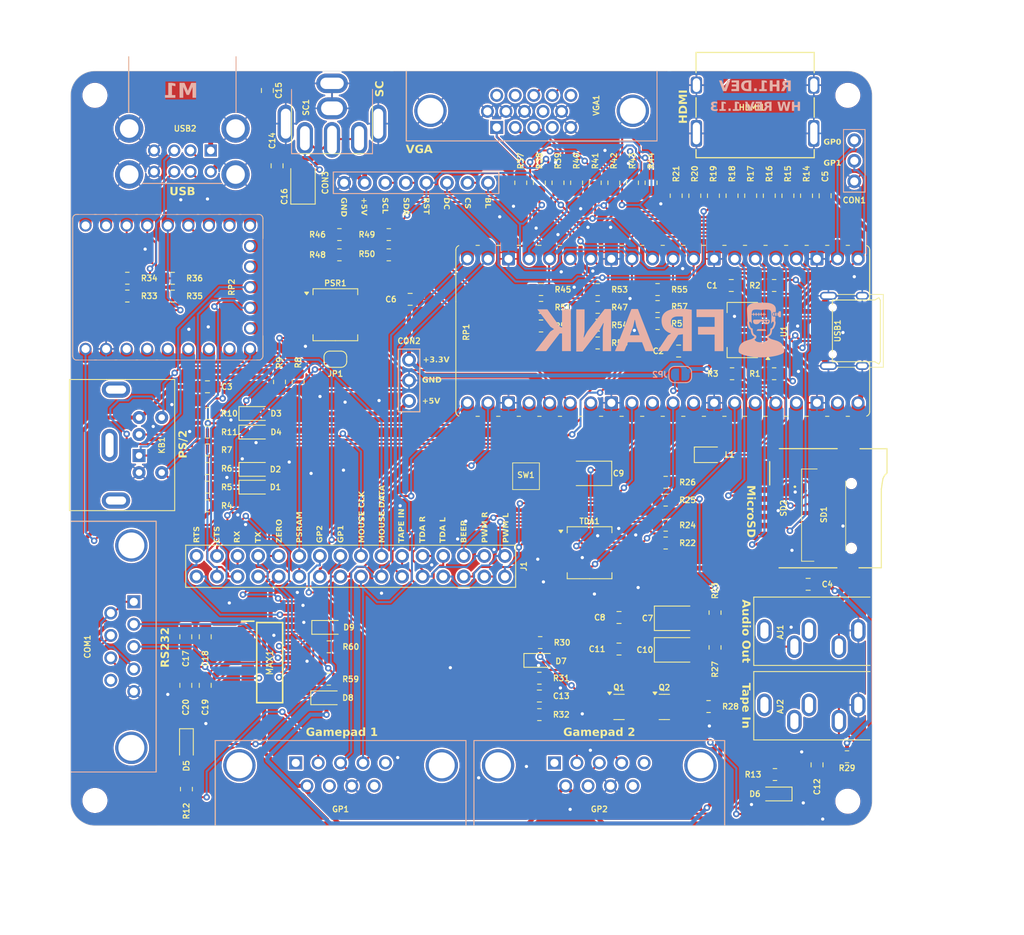
<source format=kicad_pcb>
(kicad_pcb (version 20240108) (generator "pcbnew") (generator_version "8.0")
  (title_block (title "FRANK") (date "2025-02-18") (rev "1.13") (company "Mikhail Matveev") (comment 1 "https://github.com/xtremespb/frank"))
  (layers (0 "F.Cu" signal) (31 "B.Cu" signal) (34 "B.Paste" user) (35 "F.Paste" user) (36 "B.SilkS" user "B.Silkscreen") (37 "F.SilkS" user "F.Silkscreen") (38 "B.Mask" user) (39 "F.Mask" user) (44 "Edge.Cuts" user))
  (net 0 "")
  (net 1 "/LOAD_IN_D")
  (net 2 "GND")
  (net 3 "/Audio Out/R*")
  (net 4 "/Audio Out/L*")
  (net 5 "/Audio Out/R")
  (net 6 "/Audio Out/L")
  (net 7 "VBUS")
  (net 8 "+3V3")
  (net 9 "/Composite/CVBS")
  (net 10 "/RS232/V+")
  (net 11 "/RS232/C1+")
  (net 12 "/RS232/C1-")
  (net 13 "/RS232/C2+")
  (net 14 "/RS232/C2-")
  (net 15 "/RS232/V-")
  (net 16 "Net-(COM1-Pad1)")
  (net 17 "/RS232/RX_IN")
  (net 18 "/RS232/CTS_IN")
  (net 19 "/RS232/TX_IN")
  (net 20 "/RS232/RTS_IN")
  (net 22 "/MS_DATA_3V")
  (net 23 "/MS_CLK_3V")
  (net 24 "/GP1_DATA")
  (net 25 "/GP2_DATA")
  (net 26 "/RS232_CTS")
  (net 27 "/RS232/CTS_MAX")
  (net 28 "/RS232_RX")
  (net 29 "/RS232/RX_MAX")
  (net 34 "Net-(GP1-Pad2)")
  (net 37 "Net-(GP2-Pad2)")
  (net 40 "/A_OUTR")
  (net 41 "/ZERO_VBUS")
  (net 42 "/RS232_TX")
  (net 43 "/A_OUTL")
  (net 44 "/A_OUTB")
  (net 45 "/A_TDAR")
  (net 46 "/PSR_SOSIO")
  (net 47 "/A_TDAL")
  (net 48 "/RS232_RTS")
  (net 49 "Net-(JP2-A)")
  (net 50 "/MS_CLK")
  (net 51 "/KB_CLK")
  (net 52 "/KB_DATA")
  (net 53 "/MS_DATA")
  (net 56 "Net-(C7-Pad1)")
  (net 57 "Net-(C10-Pad1)")
  (net 58 "Net-(C13-Pad2)")
  (net 59 "Net-(USB1-CC1)")
  (net 60 "Net-(USB1-CC2)")
  (net 61 "Net-(USB2-D1+)")
  (net 62 "/USB_D1P")
  (net 63 "/USB_D2P")
  (net 64 "Net-(USB2-D2+)")
  (net 65 "/USB_D1M")
  (net 66 "Net-(USB2-D1-)")
  (net 67 "/USB_D2M")
  (net 68 "Net-(USB2-D2-)")
  (net 69 "Net-(C16-Pad1)")
  (net 70 "Net-(D7-K)")
  (net 71 "Net-(D7-A)")
  (net 72 "Net-(L1-A)")
  (net 73 "/Pico/GPIO23")
  (net 74 "/Pico/5V_PICO")
  (net 75 "/RUN")
  (net 76 "/Pico/5V_PICO_1")
  (net 77 "/Pico/GPIO23_1")
  (net 78 "/Zero/ZGPIO29")
  (net 80 "/Zero/ZGPIO8")
  (net 81 "/Zero/ZGPIO10")
  (net 82 "/Zero/ZGPIO1")
  (net 83 "/Zero/ZGPIO0")
  (net 84 "/Zero/ZGPIO26")
  (net 85 "/Zero/ZGPIO1_1")
  (net 87 "/Zero/ZGPIO28")
  (net 88 "/Zero/ZGPIO7")
  (net 89 "/Zero/ZGPIO26_1")
  (net 90 "/Zero/ZGPIO9")
  (net 91 "/Zero/ZGPIO29_1")
  (net 92 "/Zero/ZGPIO27")
  (net 93 "/Zero/ZGPIO28_1")
  (net 94 "/Zero/ZGPIO27_1")
  (net 95 "/Zero/ZGPIO10_1")
  (net 96 "/Zero/ZGPIO13")
  (net 97 "/Zero/ZGPIO6")
  (net 98 "/Zero/ZGPIO13_1")
  (net 99 "/Zero/ZGPIO0_1")
  (net 100 "/Zero/ZGPIO6_1")
  (net 101 "/Zero/ZGPIO7_1")
  (net 102 "/Zero/ZGPIO8_1")
  (net 103 "/Zero/ZGPIO9_1")
  (net 104 "/Micro SD/DAT1")
  (net 105 "/Micro SD/DAT2")
  (net 106 "/Micro SD/POL")
  (net 107 "/Micro SD/DET")
  (net 108 "Net-(Q1-B)")
  (net 109 "Net-(R37-Pad2)")
  (net 110 "Net-(R38-Pad2)")
  (net 111 "Net-(R39-Pad2)")
  (net 112 "Net-(R43-Pad1)")
  (net 113 "Net-(R44-Pad1)")
  (net 114 "Net-(R45-Pad2)")
  (net 115 "Net-(R48-Pad1)")
  (net 116 "Net-(R50-Pad1)")
  (net 117 "Net-(R52-Pad1)")
  (net 118 "Net-(R54-Pad1)")
  (net 119 "Net-(R56-Pad1)")
  (net 120 "/Power/D-")
  (net 122 "/Power/D+")
  (net 124 "/Pico/GPIO29")
  (net 125 "/Pico/GPIO29_1")
  (net 126 "Net-(JP1-A)")
  (net 127 "Net-(TDA1-FLT)")
  (net 128 "/GPIO8")
  (net 129 "/GPIO12")
  (net 130 "/GPIO6")
  (net 131 "/GPIO10")
  (net 132 "/GPIO13")
  (net 133 "/GPIO0")
  (net 134 "/GPIO1")
  (net 135 "/GPIO14")
  (net 136 "/GPIO15")
  (net 137 "/GPIO26")
  (net 138 "/GPIO27")
  (net 139 "/GPIO16")
  (net 140 "/GPIO22")
  (net 141 "/GPIO28")
  (net 142 "/GPIO21")
  (net 143 "/GPIO17")
  (net 144 "/GPIO19")
  (net 145 "/GPIO18")
  (net 146 "/GPIO20")
  (net 147 "/GPIO5")
  (net 148 "/GPIO2")
  (net 149 "/GPIO4")
  (net 150 "/GPIO3")
  (net 156 "Net-(HDMI1-D0P)")
  (net 159 "Net-(HDMI1-CLKN)")
  (net 160 "Net-(HDMI1-D2P)")
  (net 161 "Net-(HDMI1-D1N)")
  (net 163 "Net-(HDMI1-D1P)")
  (net 164 "Net-(HDMI1-D0N)")
  (net 166 "Net-(HDMI1-D2N)")
  (net 168 "Net-(HDMI1-CLKP)")
  (net 172 "/GPIO9")
  (net 173 "/GPIO7")
  (net 174 "/GPIO11")
  (footprint "FRANK:Diode (SOD-323)" (layer "F.Cu") (at 162.8 113.5)
    (property "Reference" "D7")
    (property "Value" "1N4148")
  )
  (footprint "FRANK:Mounting Hole (2.7mm)" (layer "F.Cu") (at 107.8 130.8)
    (property "Reference" "H3" (hide yes))
    (property "Value" "Hole 2.7mm")
  )
  (footprint "FRANK:Diode (SOD-323)" (layer "F.Cu") (at 127.6 89.9)
    (property "Reference" "D2")
    (property "Value" "3V3")
  )
  (footprint "FRANK:LED (0805)" (layer "F.Cu") (at 183.7 88.1)
    (property "Reference" "L1")
    (property "Value" "Green")
  )
  (footprint "FRANK:Diode (SOD-323)" (layer "F.Cu") (at 136.6 109.42)
    (property "Reference" "D9")
    (property "Value" "1N4148")
  )
  (footprint "FRANK:Resistor (0805)" (layer "F.Cu") (at 121.7 89.8)
    (property "Reference" "R6")
    (property "Value" "100R")
  )
  (footprint "FRANK:Capacitor (3528, tantalum, polar)" (layer "F.Cu") (at 179.5375 112.2)
    (property "Reference" "C10")
    (property "Value" "10u")
  )
  (footprint "FRANK:Diode (SOD-323)" (layer "F.Cu") (at 191.9 130 180)
    (property "Reference" "D6")
    (property "Value" "3V3")
  )
  (footprint "FRANK:Capacitor (0805)" (layer "F.Cu") (at 197 126.4 90)
    (property "Reference" "C12")
    (property "Value" "100n")
  )
  (footprint "FRANK:Resistor (0805)" (layer "F.Cu") (at 160.4 54.5 90)
    (property "Reference" "R37")
    (property "Value" "330R")
  )
  (footprint "FRANK:Resistor (0805)" (layer "F.Cu") (at 111.8 68.492)
    (property "Reference" "R33")
    (property "Value" "22R")
  )
  (footprint "FRANK:D-SUB (9 pin, male, top mount)" (layer "F.Cu") (at 112.6 106.26 -90)
    (property "Reference" "COM1")
    (property "Value" "D-SUB 9 Male")
  )
  (footprint "FRANK:Resistor (0805)" (layer "F.Cu") (at 165 54.5 90)
    (property "Reference" "R39")
    (property "Value" "330R")
  )
  (footprint "FRANK:Resistor (0805)" (layer "F.Cu") (at 169.6 54.5 90)
    (property "Reference" "R41")
    (property "Value" "1K")
  )
  (footprint "FRANK:Resistor (0805)" (layer "F.Cu") (at 193.4 56.1 -90)
    (property "Reference" "R15")
    (property "Value" "270R")
  )
  (footprint "FRANK:Resistor (0805)" (layer "F.Cu") (at 177.3 71.89 180)
    (property "Reference" "R58")
    (property "Value" "300R")
  )
  (footprint "FRANK:D-SUB (9 pin, male, top mount)" (layer "F.Cu") (at 164.56 126.16)
    (property "Reference" "GP2")
    (property "Value" "D-SUB 9 Male")
  )
  (footprint "FRANK:Resistor (0805)" (layer "F.Cu") (at 144.1 63.4 180)
    (property "Reference" "R50")
    (property "Value" "150R")
  )
  (footprint "FRANK:Resistor (0805)" (layer "F.Cu") (at 162.9 72.19 180)
    (property "Reference" "R52")
    (property "Value" "150R")
  )
  (footprint "FRANK:Pin Header (1x08)" (layer "F.Cu") (at 138.58 54.5 90)
    (property "Reference" "CON3")
    (property "Value" "Pin Header 1x08")
  )
  (footprint "FRANK:Capacitor (0805)" (layer "F.Cu") (at 172.5375 112.1 180)
    (property "Reference" "C11")
    (property "Value" "10n")
  )
  (footprint "FRANK:Resistor (0805)" (layer "F.Cu") (at 174.2 54.5 90)
    (property "Reference" "R43")
    (property "Value" "100R")
  )
  (footprint "FRANK:Resistor (0805)" (layer "F.Cu") (at 178.3 99 180)
    (property "Reference" "R22")
    (property "Value" "1K")
  )
  (footprint "FRANK:Resistor (0805)" (layer "F.Cu") (at 119.1 129.4 -90)
    (property "Reference" "R12")
    (property "Value" "1K")
  )
  (footprint "FRANK:Resistor (0805)" (layer "F.Cu") (at 169.9 74.29 180)
    (property "Reference" "R56")
    (property "Value" "150R")
  )
  (footprint "FRANK:Resistor (0805)" (layer "F.Cu") (at 177.3 69.79 180)
    (property "Reference" "R57")
    (property "Value" "270R")
  )
  (footprint "FRANK:Resistor (0805)" (layer "F.Cu") (at 186.5 78.09 180)
    (property "Reference" "R3")
    (property "Value" "1K")
  )
  (footprint "FRANK:Capacitor (0805)" (layer "F.Cu") (at 198 56.1 -90)
    (property "Reference" "C5")
    (property "Value" "100n")
  )
  (footprint "FRANK:Resistor (0805)" (layer "F.Cu") (at 183.6 119.2 180)
    (property "Reference" "R28")
    (property "Value" "10K")
  )
  (footprint "FRANK:Resistor (0805)" (layer "F.Cu") (at 121.7 83)
    (property "Reference" "R10")
    (property "Value" "100R")
  )
  (footprint "FRANK:Resistor (0805)" (layer "F.Cu") (at 111.8 66.292)
    (property "Reference" "R34")
    (property "Value" "22R")
  )
  (footprint "FRANK:Resistor (0805)" (layer "F.Cu") (at 178.3 93.7 180)
    (property "Reference" "R25")
    (property "Value" "2K")
  )
  (footprint "FRANK:Capacitor (0805)" (layer "F.Cu") (at 121.424 116.58 90)
    (property "Reference" "C19")
    (property "Value" "1u")
  )
  (footprint "FRANK:SOT-23" (layer "F.Cu") (at 172.5375 119.25)
    (property "Reference" "Q1")
    (property "Value" "BC850")
  )
  (footprint "FRANK:Capacitor (3528, tantalum, polar)" (layer "F.Cu") (at 179.5375 108.3)
    (property "Reference" "C7")
    (property "Value" "10u")
  )
  (footprint "FRANK:Resistor (0805)" (layer "F.Cu") (at 169.9 72.09)
    (property "Reference" "R54")
    (property "Value" "150R")
  )
  (footprint "FRANK:USB Type C" (layer "F.Cu") (at 205.185 72.79 90)
    (property "Reference" "USB1")
    (property "Value" "USB4215")
  )
  (footprint "FRANK:Resistor (0805)" (layer "F.Cu") (at 144.1 60.9 180)
    (property "Reference" "R49")
    (property "Value" "270R")
  )
  (footprint "FRANK:Capacitor (0805)" (layer "F.Cu") (at 172.5375 108.2 180)
    (property "Reference" "C8")
    (property "Value" "10n")
  )
  (footprint "FRANK:Resistor (0805)" (layer "F.Cu") (at 138 63.4 180)
    (property "Reference" "R48")
    (property "Value" "150R")
  )
  (footprint "FRANK:SOIC-8" (layer "F.Cu") (at 168.9 100.2)
    (property "Reference" "TDA1")
    (property "Value" "TDA1387T")
  )
  (footprint "FRANK:Resistor (0805)" (layer "F.Cu") (at 121.7 92.1)
    (property "Reference" "R5")
    (property "Value" "100R")
  )
  (footprint "FRANK:Resistor (0805)" (layer "F.Cu") (at 162.7 120.2)
    (property "Reference" "R32")
    (property "Value" "100R")
  )
  (footprint "FRANK:Resistor (0805)" (layer "F.Cu") (at 181.9 56.1 -90)
    (property "Reference" "R20")
    (property "Value" "270R")
  )
  (footprint "FRANK:Resistor (0805)" (layer "F.Cu") (at 191.8 127.6 180)
    (property "Reference" "R13")
    (property "Value" "1K")
  )
  (footprint "FRANK:Resistor (0805)" (layer "F.Cu") (at 176.5 54.5 90)
    (property "Reference" "R44")
    (property "Value" "100R")
  )
  (footprint "FRANK:Resistor (0805)" (layer "F.Cu") (at 162.9 67.69 180)
    (property "Reference" "R45")
    (property "Value" "750R")
  )
  (footprint "FRANK:MicroSD (SMD, long)" (layer "F.Cu") (at 189.94 94.7 -90)
    (property "Reference" "SD2")
    (property "Value" "104031-0811")
  )
  (footprint "FRANK:Jumper (solder)" (layer "F.Cu") (at 137.5 76.295 180)
    (property "Reference" "JP1")
    (property "Value" "Jumper (Solder)")
  )
  (footprint "FRANK:SOT-223" (layer "F.Cu") (at 187.8 72.69 180)
    (property "Reference" "U1")
    (property "Value" "NCP1117 3.3")
  )
  (footprint "FRANK:Capacitor (0805)" (layer "F.Cu") (at 121.7 79.7)
    (property "Reference" "C3")
    (property "Value" "100n")
  )
  (footprint "FRANK:Diode (SOD-323)" (layer "F.Cu") (at 119.1 123.95 -90)
    (property "Reference" "D5")
    (property "Value" "3V3")
  )
  (footprint "FRANK:SOT-23" (layer "F.Cu") (at 178.1375 119.25)
    (property "Reference" "Q2")
    (property "Value" "BC850")
  )
  (footprint "FRANK:Capacitor (0805)" (layer "F.Cu") (at 195.9 104.1)
    (property "Reference" "C4")
    (property "Value" "100n")
  )
  (footprint "FRANK:Jack (3.5mm)" (layer "F.Cu") (at 202.1 109.8 -90)
    (property "Reference" "AJ1")
    (property "Value" "SJ1-353XNG")
  )
  (footprint "FRANK:SOIC-8" (layer "F.Cu") (at 137.5 70.8)
    (property "Reference" "PSR1")
    (property "Value" "ESP-PSRAM32")
  )
  (footprint "FRANK:Resistor (0805)" (layer "F.Cu") (at 117.4 66.3)
    (property "Reference" "R36")
    (property "Value" "22R")
  )
  (footprint "FRANK:Pin Header (1x03)" (layer "F.Cu") (at 201.6 54.325 180)
    (property "Reference" "CON1")
    (property "Value" "Pin Header 1x03")
  )
  (footprint "FRANK:Resistor (0805)" (layer "F.Cu") (at 121.7 94.4 180)
    (property "Reference" "R4")
    (property "Value" "1K")
  )
  (footprint "FRANK:Mounting Hole (2.7mm)" (layer "F.Cu") (at 200.8 130.9)
    (property "Reference" "H4" (hide yes))
    (property "Value" "Hole 2.7mm")
  )
  (footprint "FRANK:Jack (3.5mm)" (layer "F.Cu") (at 202.1 119 -90)
    (property "Reference" "AJ2")
    (property "Value" "SJ1-353XNG")
  )
  (footprint "FRANK:Capacitor (0805)" (layer "F.Cu") (at 121.424 110.58 90)
    (property "Reference" "C18")
    (property "Value" "1u")
  )
  (footprint "FRANK:Capacitor (0805)" (layer "F.Cu") (at 119.024 116.58 -90)
    (property "Reference" "C20")
    (property "Value" "1u")
  )
  (footprint "FRANK:Capacitor (3528, tantalum, polar)" (layer "F.Cu") (at 133.5 54.5 90)
    (property "Reference" "C16")
    (property "Value" "220u")
  )
  (footprint "FRANK:USB Type A (stacked)" (layer "F.Cu") (at 122.1 50.51 -90)
    (property "Reference" "USB2")
    (property "Value" "SS-52100-004")
  )
  (footprint "FRANK:Resistor (0805)" (layer "F.Cu") (at 191.7 78.09)
    (property "Reference" "R1")
    (property "Value" "5.1K")
  )
  (footprint "FRANK:Capacitor (0805)" (layer "F.Cu") (at 130.3 52.4 -90)
    (property "Reference" "C14")
    (property "Value" "10u")
  )
  (footprint "FRANK:Diode (SOD-323)" (layer "F.Cu") (at 127.6 85.3)
    (property "Reference" "D4")
    (property "Value" "3V3")
  )
  (footprint "FRANK:HDMI (female)" (layer "F.Cu") (at 189.35 48.4 180)
    (property "Reference" "HDMI1")
    (property "Value" "DC3RX19JA2")
  )
  (footprint "FRANK:Diode (SOD-323)" (layer "F.Cu") (at 127.6 92.1)
    (property "Reference" "D1")
    (property "Value" "3V3")
  )
  (footprint "FRANK:Capacitor (0805)" (layer "F.Cu") (at 119.024 110.58 -90)
    (property "Reference" "C17")
    (property "Value" "1u")
  )
  (footprint "FRANK:Resistor (0805)" (layer "F.Cu") (at 179.6 56.1 -90)
    (property "Reference" "R21")
    (property "Value" "270R")
  )
  (footprint "FRANK:Resistor (0805)" (layer "F.Cu") (at 130.6 79.1 90)
    (property "Reference" "R9")
    (property "Value" "1K")
  )
  (footprint "FRANK:Resistor (0805)" (layer "F.Cu") (at 132.9 79.1 90)
    (property "Reference" "R8")
    (property "Value" "1K")
  )
  (footprint "FRANK:Resistor (0805)" (layer "F.Cu") (at 178.3 96.8 180)
    (property "Reference" "R24")
    (property "Value" "2K")
  )
  (footprint "FRANK:D-SUB (15 pin, female)" (layer "F.Cu") (at 157.43 47.66 180)
    (property "Reference" "VGA1")
    (property "Value" "D-SUB 15 Female")
  )
  (footprint "FRANK:Raspberry Pi Zero" (layer "F.Cu") (at 116.8 67.4 90)
    (property "Reference" "RP2" (hide yes))
    (property "Value" "RP2040-Zero" (hide yes))
  )
  (footprint "FRANK:MicroSD (SMD, short)" (layer "F.Cu") (at 197.84 95.55 90)
    (property "Reference" "SD1")
    (property "Value" "0475710001" (hide yes))
  )
  (footprint "FRANK:Resistor (0805)" (layer "F.Cu") (at 121.7 85.3)
    (property "Reference" "R11")
    (property "Value" "100R")
  )
  (footprint "FRANK:Resistor (0805)" (layer "F.Cu") (at 162.8 111.3 180)
    (property "Reference" "R30")
    (property "Value" "10K")
  )
  (footprint "FRANK:Resistor (0805)" (layer "F.Cu") (at 121.7 87.5 180)
    (property "Reference" "R7")
    (property "Value" "1K")
  )
  (footprint "FRANK:Resistor (0805)" (layer "F.Cu") (at 178.3 91.5 180)
    (property "Reference" "R26")
    (property "Value" "1K")
  )
  (footprint "FRANK:Resistor (0805)" (layer "F.Cu") (at 162.9 69.89 180)
    (property "Reference" "R51")
    (property "Value" "270R")
  )
  (footprint "FRANK:Capacitor (0805)" (layer "F.Cu") (at 186.4 67.19 180)
    (property "Reference" "C1")
    (property "Value" "10u")
  )
  (footprint "FRANK:Pin Header (1x03)" (layer "F.Cu") (at 146.6 76.375)
    (property "Reference" "CON2")
    (property "Value" "Pin Header 1x03")
  )
  (footprint "FRANK:Resistor (0805)" (layer "F.Cu") (at 136.676 115.82 180)
    (property "Reference" "R59")
    (property "Value" "1K")
  )
  (footprint "FRANK:Capacitor (0805)" (layer "F.Cu") (at 179.9 75.29 180)
    (property "Reference" "C2")
    (property "Value" "10u")
  )
  (footprint "FRANK:Resistor (0805)" (layer "F.Cu") (at 171.9 54.5 90)
    (property "Reference" "R42")
    (property "Value" "1K")
  )
  (footprint "FRANK:Resistor (0805)" (layer "F.Cu") (at 162.7 115.7 180)
    (property "Reference" "R31")
    (property "Value" "10K")
  )
  (footprint "FRANK:Resistor (0805)" (layer "F.Cu") (at 184.4 107.6 90)
    (property "Reference" "R23")
    (property "Value" "330R")
  )
  (footprint "FRANK:Resistor (0805)" (layer "F.Cu") (at 188.8 56.1 -90)
    (property "Reference" "R17")
    (property "Value" "270R")
  )
  (footprint "FRANK:Resistor (0805)" (layer "F.Cu") (at 186.5 56.1 -90)
    (property "Reference" "R18")
    (property "Value" "270R")
  )
  (footprint "FRANK:Diode (SOD-323)" (layer "F.Cu") (at 127.6 83)
    (property "Reference" "D3")
    (property "Value" "3V3")
  )
  (footprint "FRANK:SOIC127P600X175-16N" (layer "F.Cu") (at 129.388 113.775)
    (property "Reference" "MAX1")
    (property "Value" "MAX232CSE+" (hide yes))
  )
  (footprint "FRANK:Resistor (0805)" (layer "F.Cu") (at 138 60.9)
    (property "Reference" "R46")
    (property "Value" "51R")
  )
  (footprint "FRANK:RCA" (layer "F.Cu") (at 137.085 45.9)
    (property "Reference" "SC1" (hide yes))
    (property "Value" "RCA-103" (hide yes))
  )
  (footprint "FRANK:D-SUB (9 pin, male, top mount)" (layer "F.Cu") (at 132.605 126.16)
    (property "Reference" "GP1")
    (property "Value" "D-SUB 9 Male")
  )
  (footprint "FRANK:Pin Header (2x16)" (layer "F.Cu") (at 158.44 100.6 -90)
    (property "Reference" "J1")
    (property "Value" "Pin Header 2x18" (hide yes))
  )
  (footprint "FRANK:MiniDIN (6 Pin, female)" (layer "F.Cu") (at 113.25 88.2 -90)
    (property "Reference" "KB1")
    (property "Value" "MDC-036")
  )
  (footprint "FRANK:Capacitor (0805)" (layer "F.Cu") (at 129.1 43.1 -90)
    (property "Reference" "C15")
    (property "Value" "10u")
  )
  (footprint "FRANK:Resistor (0805)" (layer "F.Cu") (at 169.9 69.89 180)
    (property "Reference" "R47")
    (property "Value" "270R")
  )
  (footprint "FRANK:Resistor (0805)" (layer "F.Cu") (at 136.7 111.82 180)
    (property "Reference" "R60")
    (property "Value" "1K")
  )
  (footprint "FRANK:Resistor (0805)" (layer "F.Cu") (at 162.7 54.5 90)
    (property "Reference" "R38")
    (property "Value" "330R")
  )
  (footprint "FRANK:Resistor (0805)" (layer "F.Cu") (at 177.3 67.69 180)
    (property "Reference" "R55")
    (property "Value" "270R")
  )
  (footprint "FRANK:Resistor (0805)" (layer "F.Cu") (at 200.7 125.4)
    (property "Reference" "R29")
    (property "Value" "1K")
  )
  (footprint "FRANK:Resistor (0805)" (layer "F.Cu") (at 184.4 111.9 -90)
    (property "Reference" "R27")
    (property "Value" "330R")
  )
  (footprint "FRANK:Resistor (0805)" (layer "F.Cu") (at 191.1 56.1 -90)
    (property "Reference" "R16")
    (property "Value" "270R")
  )
  (footprint "FRANK:Resistor (0805)" (layer "F.Cu") (at 184.2 56.1 -90)
    (property "Reference" "R19")
    (property "Value" "270R")
  )
  (footprint "FRANK:Diode (SOD-323)" (layer "F.Cu") (at 136.476 118.12)
    (property "Reference" "D8")
    (property "Value" "1N4148")
  )
  (footprint "FRANK:Resistor (0805)" (layer "F.Cu") (at 117.4 68.5)
    (property "Reference" "R35")
    (property "Value" "22R")
  )
  (footprint "FRANK:Resistor (0805)" (layer "F.Cu") (at 167.3 54.5 90)
    (property "Reference" "R40")
    (property "Value" "1K")
  )
  (footprint "FRANK:Resistor (0805)" (layer "F.Cu") (at 169.9 67.69 180)
    (property "Reference" "R53")
    (property "Value" "270R")
  )
  (footprint "FRANK:Resistor (0805)" (layer "F.Cu") (at 195.7 56.1 -90)
    (property "Reference" "R14")
    (property "Value" "270R")
  )
  (footprint "FRANK:Raspberry Pi Pico" (layer "F.Cu") (at 202.07 63.9 -90)
    (property "Reference" "RP1")
    (property "Value" "Rasberry Pi Pico")
  )
  (footprint "FRANK:Capacitor (0805)" (layer "F.Cu") (at 162.7 117.9)
    (property "Reference" "C13")
    (property "Value" "100n")
  )
  (footprint "FRANK:Resistor (0805)" (layer "F.Cu") (at 191.7 67.19)
    (property "Reference" "R2")
    (property "Value" "5.1K")
  )
  (footprint "FRANK:Button (SMD, 3x3mm)" (layer "F.Cu") (at 159.4 92.4 90)
    (property "Reference" "SW1")
    (property "Value" "KLS7-TS3302" (hide yes))
  )
  (footprint "FRANK:Mounting Hole (2.7mm)" (layer "F.Cu") (at 200.8 43.7)
    (property "Reference" "H2" (hide yes))
    (property "Value" "Hole 2.7mm")
  )
  (footprint "FRANK:Capacitor (0805)" (layer "F.Cu") (at 146.7375 68.9)
    (property "Reference" "C6")
    (property "Value" "100n")
  )
  (footprint "FRANK:Capacitor (3528, tantalum, polar)" (layer "F.Cu") (at 169 90.4 180)
    (property "Reference" "C9")
    (property "Value" "10u")
  )
  (footprint "FRANK:Mounting Hole (2.7mm)" (layer "F.Cu") (at 107.8 43.7)
    (property "Reference" "H1" (hide yes))
    (property "Value" "Hole 2.7mm")
  )
  (footprint "FRANK:Jumper (solder)" (layer "B.Cu") (at 180.1 78.19)
    (property "Reference" "JP2")
    (property "Value" "Jumper (Solder)")
  )
  (gr_poly (pts (xy 165.497129 72.402812) (xy 165.23519 72.291687) (xy 163.687377 70.132687) (xy 162.441188 70.132687) (xy 164.076313 72.291687) (xy 164.504938 72.569499) (xy 164.060438 72.863187) (xy 162.187187 75.292062) (xy 163.536562 75.292062) (xy 165.211377 73.109249) (xy 165.497129 73.109249) (xy 165.497129 75.292062) (xy 166.592503 75.292062) (xy 166.592503 70.132687) (xy 165.497129 70.132687)) (stroke (width -0.000001)) (fill solid) (layer "B.SilkS"))
  (gr_poly (pts (xy 182.110314 71.093125) (xy 184.348689 71.093125) (xy 184.348689 72.291687) (xy 182.292877 72.291687) (xy 182.292877 73.252124) (xy 184.348689 73.252124) (xy 184.348689 75.299999) (xy 185.444065 75.299999) (xy 185.444065 70.132687) (xy 182.110314 70.132687)) (stroke (width -0.000001)) (fill solid) (layer "B.SilkS"))
  (gr_poly (pts (xy 168.632437 72.847312) (xy 168.211753 73.601374) (xy 168.164127 73.601374) (xy 168.283189 72.839375) (xy 168.283189 70.132687) (xy 167.251314 70.132687) (xy 167.251314 75.339687) (xy 168.045065 75.339687) (xy 170.164378 72.60125) (xy 170.608878 71.823375) (xy 170.648566 71.823375) (xy 170.529502 72.609187) (xy 170.529502 75.3) (xy 171.561376 75.3) (xy 171.561376 70.092999) (xy 170.767628 70.092999)) (stroke (width -0.000001)) (fill solid) (layer "B.SilkS"))
  (gr_poly (pts (xy 189.2174 71.404191) (xy 189.198199 71.40858) (xy 189.18059 71.415669) (xy 189.16458 71.425275) (xy 189.150175 71.437211) (xy 189.137381 71.451294) (xy 189.126202 71.46734) (xy 189.116645 71.485163) (xy 189.108717 71.504578) (xy 189.102421 71.525402) (xy 189.097766 71.54745) (xy 189.094755 71.570537) (xy 189.093396 71.594479) (xy 189.093693 71.61909) (xy 189.095653 71.644187) (xy 189.099282 71.669585) (xy 189.104585 71.6951) (xy 189.111568 71.720545) (xy 189.120237 71.745738) (xy 189.130598 71.770494) (xy 189.142656 71.794627) (xy 189.156418 71.817954) (xy 189.171889 71.84029) (xy 189.189075 71.86145) (xy 189.207982 71.881249) (xy 189.228615 71.899503) (xy 189.250981 71.916028) (xy 189.275085 71.930639) (xy 189.300934 71.943151) (xy 189.328532 71.95338) (xy 189.357886 71.961141) (xy 189.389001 71.966249) (xy 189.436489 71.970947) (xy 189.480832 71.973229) (xy 189.522188 71.973239) (xy 189.560711 71.971117) (xy 189.596561 71.967008) (xy 189.629893 71.961052) (xy 189.660865 71.953393) (xy 189.689634 71.944173) (xy 189.716356 71.933535) (xy 189.741189 71.92162) (xy 189.764289 71.908572) (xy 189.785814 71.894533) (xy 189.80592 71.879645) (xy 189.824765 71.86405) (xy 189.842505 71.847892) (xy 189.859298 71.831312) (xy 189.890668 71.797457) (xy 189.920131 71.763626) (xy 189.948943 71.730958) (xy 189.97836 71.700591) (xy 189.993688 71.686628) (xy 190.009637 71.673667) (xy 190.026366 71.661851) (xy 190.044031 71.651323) (xy 190.062788 71.642225) (xy 190.082796 71.6347) (xy 190.10421 71.62889) (xy 190.127188 71.624937) (xy 190.150122 71.628845) (xy 190.171407 71.634525) (xy 190.191209 71.641846) (xy 190.209695 71.650672) (xy 190.22703 71.66087) (xy 190.243379 71.672306) (xy 190.258908 71.684847) (xy 190.273784 71.698359) (xy 190.302236 71.72776) (xy 190.33006 71.75944) (xy 190.358581 71.79233) (xy 190.389126 71.825359) (xy 190.423019 71.857457) (xy 190.441636 71.872824) (xy 190.461586 71.887556) (xy 190.483037 71.901522) (xy 190.506153 71.914586) (xy 190.531101 71.926615) (xy 190.558046 71.937476) (xy 190.587153 71.947034) (xy 190.618588 71.955157) (xy 190.652518 71.96171) (xy 190.689107 71.966559) (xy 190.728522 71.969572) (xy 190.770928 71.970613) (xy 190.816491 71.96955) (xy 190.865376 71.966249) (xy 190.896491 71.961839) (xy 190.925845 71.954688) (xy 190.953443 71.944985) (xy 190.979291 71.932918) (xy 191.003395 71.918677) (xy 191.025761 71.902451) (xy 191.046395 71.884428) (xy 191.065302 71.864798) (xy 191.082488 71.84375) (xy 191.097959 71.821471) (xy 191.11172 71.798153) (xy 191.123779 71.773982) (xy 191.134139 71.749149) (xy 191.142809 71.723842) (xy 191.149792 71.69825) (xy 191.155095 71.672562) (xy 191.158723 71.646967) (xy 191.160683 71.621654) (xy 191.160981 71.596812) (xy 191.159621 71.57263) (xy 191.156611 71.549297) (xy 191.155831 71.545562) (xy 191.016188 71.545562) (xy 191.014979 71.556135) (xy 191.012944 71.56827) (xy 191.009491 71.584009) (xy 191.00427 71.602632) (xy 190.996933 71.623418) (xy 190.987132 71.645645) (xy 190.981198 71.657074) (xy 190.974516 71.668593) (xy 190.967044 71.680113) (xy 190.958738 71.691542) (xy 190.949554 71.70279) (xy 190.939449 71.713769) (xy 190.928378 71.724387) (xy 190.916299 71.734555) (xy 190.903167 71.744181) (xy 190.88894 71.753177) (xy 190.873573 71.761453) (xy 190.857024 71.768917) (xy 190.839247 71.77548) (xy 190.8202 71.781052) (xy 190.799839 71.785542) (xy 190.778121 71.788861) (xy 190.755002 71.790919) (xy 190.730438 71.791625) (xy 190.70513 71.790919) (xy 190.681269 71.788861) (xy 190.658811 71.785542) (xy 190.637715 71.781052) (xy 190.617939 71.77548) (xy 190.59944 71.768917) (xy 190.582177 71.761453) (xy 190.566107 71.753177) (xy 190.551188 71.744181) (xy 190.537378 71.734554) (xy 190.524635 71.724387) (xy 190.512917 71.713769) (xy 190.502181 71.70279) (xy 190.492385 71.691542) (xy 190.483487 71.680112) (xy 190.475446 71.668593) (xy 190.468218 71.657074) (xy 190.461763 71.645645) (xy 190.456037 71.634396) (xy 190.450998 71.623418) (xy 190.442814 71.602632) (xy 190.436875 71.584009) (xy 190.432842 71.56827) (xy 190.430379 71.556135) (xy 190.428813 71.545562) (xy 190.627251 71.545562) (xy 190.62429 71.551515) (xy 190.621421 71.557468) (xy 190.618739 71.563421) (xy 190.617497 71.566398) (xy 190.616336 71.569375) (xy 190.615269 71.572351) (xy 190.614306 71.575328) (xy 190.613459 71.578304) (xy 190.61274 71.581281) (xy 190.61216 71.584257) (xy 190.611732 71.587234) (xy 190.611467 71.59021) (xy 190.611376 71.593187) (xy 190.611514 71.598372) (xy 190.611924 71.603502) (xy 190.612599 71.608572) (xy 190.61353 71.613573) (xy 190.614712 71.618499) (xy 190.616137 71.623342) (xy 190.617797 71.628095) (xy 190.619685 71.63275) (xy 190.621794 71.637301) (xy 190.624117 71.64174) (xy 190.626646 71.64606) (xy 190.629374 71.650253) (xy 190.632295 71.654313) (xy 190.635399 71.658231) (xy 190.638681 71.662002) (xy 190.642133 71.665617) (xy 190.645748 71.669069) (xy 190.649519 71.672351) (xy 190.653437 71.675455) (xy 190.657497 71.678376) (xy 190.66169 71.681104) (xy 190.66601 71.683633) (xy 190.670449 71.685956) (xy 190.675 71.688065) (xy 190.679655 71.689953) (xy 190.684408 71.691613) (xy 190.689251 71.693038) (xy 190.694177 71.694219) (xy 190.699178 71.695151) (xy 190.704248 71.695826) (xy 190.709379 71.696236) (xy 190.714563 71.696374) (xy 190.719748 71.696236) (xy 190.724878 71.695826) (xy 190.729948 71.695151) (xy 190.73495 71.694219) (xy 190.739875 71.693038) (xy 190.744718 71.691613) (xy 190.749471 71.689953) (xy 190.754127 71.688065) (xy 190.758678 71.685956) (xy 190.763116 71.683633) (xy 190.767436 71.681104) (xy 190.771629 71.678376) (xy 190.775689 71.675455) (xy 190.779608 71.672351) (xy 190.783378 71.669069) (xy 190.786993 71.665617) (xy 190.790445 71.662002) (xy 190.793727 71.658231) (xy 190.796832 71.654313) (xy 190.799752 71.650253) (xy 190.80248 71.64606) (xy 190.805009 71.64174) (xy 190.807332 71.637301) (xy 190.809441 71.63275) (xy 190.811329 71.628095) (xy 190.812989 71.623342) (xy 190.814414 71.618499) (xy 190.815596 71.613573) (xy 190.816528 71.608572) (xy 190.817202 71.603502) (xy 190.817612 71.598372) (xy 190.817751 71.593187) (xy 190.81766 71.590211) (xy 190.817394 71.587234) (xy 190.816966 71.584257) (xy 190.816386 71.581281) (xy 190.815667 71.578304) (xy 190.81482 71.575328) (xy 190.813857 71.572351) (xy 190.81279 71.569375) (xy 190.811629 71.566398) (xy 190.810387 71.563422) (xy 190.807705 71.557469) (xy 190.804836 71.551515) (xy 190.801875 71.545562) (xy 191.016188 71.545562) (xy 191.155831 71.545562) (xy 191.151955 71.527001) (xy 191.14566 71.505932) (xy 191.137731 71.486279) (xy 191.128175 71.46823) (xy 191.116996 71.451975) (xy 191.104201 71.437702) (xy 191.089796 71.4256) (xy 191.073787 71.415859) (xy 191.056178 71.408667) (xy 191.036977 71.404214) (xy 191.016188 71.402687) (xy 189.238188 71.402687)) (stroke (width -0.000001)) (fill solid) (layer "B.SilkS"))
  (gr_poly (pts (xy 191.668351 70.553628) (xy 191.661802 70.55438) (xy 191.65536 70.555618) (xy 191.649033 70.557328) (xy 191.642828 70.559497) (xy 191.636753 70.562112) (xy 191.630814 70.565161) (xy 191.625019 70.568629) (xy 191.619375 70.572505) (xy 191.61389 70.576774) (xy 191.60857 70.581424) (xy 191.603424 70.586442) (xy 191.593678 70.597529) (xy 191.584712 70.609929) (xy 191.576582 70.623539) (xy 191.569348 70.638253) (xy 191.563068 70.653967) (xy 191.557799 70.670577) (xy 191.553599 70.687977) (xy 191.550528 70.706063) (xy 191.548642 70.72473) (xy 191.548001 70.743875) (xy 191.548162 70.7535) (xy 191.548642 70.763019) (xy 191.549433 70.772419) (xy 191.550528 70.781686) (xy 191.551919 70.790808) (xy 191.553599 70.799772) (xy 191.555561 70.808565) (xy 191.557799 70.817172) (xy 191.560303 70.825583) (xy 191.563068 70.833782) (xy 191.566085 70.841757) (xy 191.569348 70.849496) (xy 191.57285 70.856985) (xy 191.576582 70.86421) (xy 191.580539 70.87116) (xy 191.584712 70.87782) (xy 191.589094 70.884178) (xy 191.593678 70.89022) (xy 191.598457 70.895934) (xy 191.603424 70.901307) (xy 191.60857 70.906325) (xy 191.61389 70.910975) (xy 191.619375 70.915244) (xy 191.625019 70.91912) (xy 191.630814 70.922588) (xy 191.636753 70.925637) (xy 191.642828 70.928252) (xy 191.649033 70.930421) (xy 191.65536 70.932131) (xy 191.661802 70.933369) (xy 191.668351 70.934121) (xy 191.675001 70.934375) (xy 191.722626 70.934375) (xy 191.722626 70.553375) (xy 191.675001 70.553375)) (stroke (width -0.000001)) (fill solid) (layer "B.SilkS"))
  (gr_poly (pts (xy 189.516001 72.791749) (xy 190.738376 72.791749) (xy 190.595501 72.577437) (xy 189.658876 72.577437)) (stroke (width -0.000001)) (fill solid) (layer "B.SilkS"))
  (gr_poly (pts (xy 190.431093 69.313938) (xy 190.283855 69.320076) (xy 190.127187 69.330999) (xy 189.97052 69.320076) (xy 189.823282 69.313938) (xy 189.685179 69.312346) (xy 189.55592 69.315062) (xy 189.435213 69.321847) (xy 189.322766 69.332464) (xy 189.218286 69.346673) (xy 189.121482 69.364237) (xy 189.03206 69.384917) (xy 188.94973 69.408475) (xy 188.874199 69.434672) (xy 188.805175 69.46327) (xy 188.742366 69.494031) (xy 188.685479 69.526716) (xy 188.634223 69.561087) (xy 188.588305 69.596905) (xy 188.547433 69.633933) (xy 188.511315 69.671932) (xy 188.47966 69.710663) (xy 188.452174 69.749888) (xy 188.428565 69.789369) (xy 188.408543 69.828868) (xy 188.391813 69.868145) (xy 188.378085 69.906964) (xy 188.367066 69.945085) (xy 188.358464 69.982269) (xy 188.347343 70.052877) (xy 188.342384 70.116881) (xy 188.34125 70.172374) (xy 188.344366 70.288429) (xy 188.352784 70.453411) (xy 188.379945 70.866905) (xy 188.411571 71.286352) (xy 188.4365 71.585249) (xy 188.428562 71.601124) (xy 188.422795 71.610327) (xy 188.4174 71.620053) (xy 188.412377 71.630267) (xy 188.407726 71.640935) (xy 188.403448 71.652022) (xy 188.399541 71.663492) (xy 188.396006 71.675311) (xy 188.392844 71.687444) (xy 188.390053 71.699856) (xy 188.387635 71.712512) (xy 188.385588 71.725378) (xy 188.383914 71.738418) (xy 188.382612 71.751597) (xy 188.381681 71.764881) (xy 188.381123 71.778235) (xy 188.380937 71.791624) (xy 188.381325 71.815824) (xy 188.38255 71.840861) (xy 188.384705 71.866829) (xy 188.387883 71.893819) (xy 188.392177 71.921926) (xy 188.397681 71.951242) (xy 188.404487 71.98186) (xy 188.412688 72.013874) (xy 188.430547 72.074196) (xy 188.448407 72.130332) (xy 188.466266 72.182561) (xy 188.484125 72.231163) (xy 188.501985 72.276416) (xy 188.519844 72.318599) (xy 188.537703 72.357992) (xy 188.555563 72.394874) (xy 188.565985 72.412454) (xy 188.57643 72.429476) (xy 188.586921 72.44594) (xy 188.597483 72.461847) (xy 188.608137 72.477194) (xy 188.618908 72.491984) (xy 188.629818 72.506216) (xy 188.640891 72.51989) (xy 188.65215 72.533005) (xy 188.663619 72.545562) (xy 188.675319 72.557562) (xy 188.687276 72.569003) (xy 188.699512 72.579886) (xy 188.71205 72.590211) (xy 188.724913 72.599978) (xy 188.738126 72.609186) (xy 188.755985 72.620969) (xy 188.764915 72.626627) (xy 188.773844 72.632007) (xy 188.782774 72.637014) (xy 188.787239 72.639349) (xy 188.791704 72.641557) (xy 188.796168 72.643624) (xy 188.800633 72.645541) (xy 188.805098 72.647295) (xy 188.809563 72.648874) (xy 188.81564 72.724652) (xy 188.818911 72.761193) (xy 188.822462 72.79671) (xy 188.826384 72.831111) (xy 188.830771 72.864303) (xy 188.835717 72.896192) (xy 188.841313 72.926686) (xy 188.850243 72.964281) (xy 188.859173 72.999736) (xy 188.868102 73.033145) (xy 188.877032 73.0646) (xy 188.885962 73.094195) (xy 188.894892 73.122023) (xy 188.903821 73.148177) (xy 188.912751 73.172749) (xy 188.922132 73.194521) (xy 188.932362 73.215211) (xy 188.943359 73.234855) (xy 188.955043 73.253488) (xy 188.967331 73.271144) (xy 188.980142 73.287858) (xy 188.993395 73.303665) (xy 189.007009 73.3186) (xy 189.020901 73.332698) (xy 189.034991 73.345994) (xy 189.049198 73.358522) (xy 189.063439 73.370318) (xy 189.077634 73.381416) (xy 189.091701 73.391852) (xy 189.105559 73.401659) (xy 189.119126 73.410874) (xy 189.159185 73.439151) (xy 189.195524 73.464452) (xy 189.227398 73.486776) (xy 189.241428 73.496822) (xy 189.254063 73.506124) (xy 189.254063 73.537874) (xy 189.254017 73.541564) (xy 189.253691 73.546556) (xy 189.253337 73.549482) (xy 189.252808 73.552664) (xy 189.252069 73.556078) (xy 189.251087 73.559702) (xy 189.249825 73.563512) (xy 189.24825 73.567484) (xy 189.246325 73.571597) (xy 189.244017 73.575825) (xy 189.241291 73.580147) (xy 189.238111 73.584538) (xy 189.234442 73.588976) (xy 189.232414 73.591205) (xy 189.230251 73.593437) (xy 189.227001 73.597992) (xy 189.223228 73.602723) (xy 189.218967 73.607616) (xy 189.214252 73.61266) (xy 189.209118 73.617844) (xy 189.203601 73.623156) (xy 189.191556 73.634116) (xy 189.178394 73.645449) (xy 189.164394 73.65706) (xy 189.135001 73.680749) (xy 189.118271 73.692558) (xy 189.100879 73.704158) (xy 189.082905 73.715526) (xy 189.064432 73.726638) (xy 189.02631 73.748001) (xy 188.987165 73.768061) (xy 188.947648 73.786634) (xy 188.90841 73.803532) (xy 188.870102 73.81857) (xy 188.833376 73.831561) (xy 188.808106 73.840507) (xy 188.780046 73.849545) (xy 188.749381 73.858769) (xy 188.716298 73.868272) (xy 188.563501 73.910936) (xy 188.393837 73.960546) (xy 188.347932 73.974344) (xy 188.301191 73.989071) (xy 188.253892 74.004915) (xy 188.206314 74.022061) (xy 188.15853 74.040585) (xy 188.110536 74.060493) (xy 188.062497 74.081866) (xy 188.014573 74.104785) (xy 187.966929 74.129332) (xy 187.919726 74.155588) (xy 187.873128 74.183635) (xy 187.827297 74.213554) (xy 187.782397 74.245426) (xy 187.73859 74.279333) (xy 187.696038 74.315356) (xy 187.654905 74.353576) (xy 187.615353 74.394076) (xy 187.577545 74.436936) (xy 187.541644 74.482237) (xy 187.507813 74.530062) (xy 187.486051 74.563453) (xy 187.465428 74.598135) (xy 187.445968 74.634096) (xy 187.427694 74.671325) (xy 187.410629 74.709809) (xy 187.394797 74.749537) (xy 187.38022 74.790498) (xy 187.366922 74.832679) (xy 187.354927 74.87607) (xy 187.344257 74.920658) (xy 187.334936 74.966433) (xy 187.326987 75.013381) (xy 187.320433 75.061492) (xy 187.315298 75.110755) (xy 187.311604 75.161157) (xy 187.309376 75.212686) (xy 187.3095 75.248529) (xy 187.309795 75.266683) (xy 187.310368 75.285116) (xy 187.311314 75.303921) (xy 187.312725 75.323191) (xy 187.314694 75.34302) (xy 187.317314 75.363499) (xy 187.317496 75.36945) (xy 187.318027 75.37539) (xy 187.318883 75.381306) (xy 187.320042 75.387188) (xy 187.32148 75.393022) (xy 187.323174 75.398799) (xy 187.3251 75.404506) (xy 187.327236 75.410132) (xy 187.329557 75.415664) (xy 187.332041 75.421092) (xy 187.334665 75.426404) (xy 187.337405 75.431588) (xy 187.340239 75.436632) (xy 187.343142 75.441525) (xy 187.346091 75.446256) (xy 187.349064 75.450812) (xy 187.355032 75.459726) (xy 187.361094 75.468547) (xy 187.364189 75.472894) (xy 187.367342 75.477182) (xy 187.370564 75.481401) (xy 187.373868 75.485538) (xy 187.377265 75.489583) (xy 187.380767 75.493522) (xy 187.384385 75.497346) (xy 187.388131 75.501041) (xy 187.392016 75.504597) (xy 187.396053 75.508002) (xy 187.400252 75.511244) (xy 187.404626 75.514312) (xy 187.422873 75.528854) (xy 187.441957 75.542837) (xy 187.461971 75.556449) (xy 187.483009 75.569874) (xy 187.505162 75.5833) (xy 187.528525 75.596911) (xy 187.579251 75.625437) (xy 187.632457 75.65221) (xy 187.690872 75.678891) (xy 187.754496 75.705385) (xy 187.823329 75.731601) (xy 187.89737 75.757444) (xy 187.976621 75.782822) (xy 188.061081 75.807643) (xy 188.15075 75.831812) (xy 188.341467 75.880785) (xy 188.549858 75.925945) (xy 188.774992 75.966455) (xy 189.015938 76.001476) (xy 189.271768 76.030172) (xy 189.54155 76.051705) (xy 189.824354 76.06524) (xy 190.119251 76.069937) (xy 190.302933 76.066803) (xy 190.481802 76.060496) (xy 190.655695 76.051188) (xy 190.824448 76.039055) (xy 190.987899 76.024271) (xy 191.145886 76.00701) (xy 191.298244 75.987448) (xy 191.444813 75.965757) (xy 191.585428 75.942113) (xy 191.719928 75.91669) (xy 191.848149 75.889663) (xy 191.969928 75.861205) (xy 192.085103 75.831492) (xy 192.193511 75.800698) (xy 192.29499 75.768996) (xy 192.389375 75.736562) (xy 192.450023 75.715711) (xy 192.50695 75.694766) (xy 192.560156 75.673636) (xy 192.585363 75.662972) (xy 192.609641 75.652226) (xy 192.632988 75.641388) (xy 192.655406 75.630445) (xy 192.676893 75.619385) (xy 192.69745 75.608198) (xy 192.717076 75.596871) (xy 192.735773 75.585393) (xy 192.753539 75.573752) (xy 192.770375 75.561937) (xy 192.780609 75.55598) (xy 192.790483 75.55) (xy 192.800007 75.543973) (xy 192.809195 75.537877) (xy 192.818057 75.531687) (xy 192.826605 75.525381) (xy 192.83485 75.518936) (xy 192.842805 75.512328) (xy 192.850481 75.505533) (xy 192.85789 75.49853) (xy 192.865042 75.491294) (xy 192.871951 75.483802) (xy 192.878627 75.476031) (xy 192.885082 75.467958) (xy 192.891327 75.45956) (xy 192.897375 75.450812) (xy 192.903298 75.441851) (xy 192.909034 75.432705) (xy 192.911774 75.428004) (xy 192.914398 75.423186) (xy 192.916882 75.418229) (xy 192.919204 75.413109) (xy 192.921339 75.407803) (xy 192.923265 75.402288) (xy 192.924959 75.39654) (xy 192.926397 75.390537) (xy 192.927556 75.384254) (xy 192.928412 75.377669) (xy 192.928943 75.370759) (xy 192.929125 75.363499) (xy 192.931745 75.345299) (xy 192.933714 75.326541) (xy 192.935125 75.30741) (xy 192.936071 75.288093) (xy 192.936644 75.268777) (xy 192.936939 75.249646) (xy 192.937063 75.212687) (xy 192.9366 75.174273) (xy 192.935218 75.136428) (xy 192.93293 75.099165) (xy 192.929746 75.062494) (xy 192.925678 75.026429) (xy 192.920738 74.990979) (xy 192.914938 74.956158) (xy 192.90829 74.921976) (xy 192.900804 74.888445) (xy 192.892492 74.855577) (xy 192.883367 74.823383) (xy 192.873439 74.791875) (xy 192.862721 74.761065) (xy 192.851223 74.730964) (xy 192.838959 74.701584) (xy 192.825938 74.672937) (xy 192.812177 74.64494) (xy 192.797707 74.617514) (xy 192.782563 74.590669) (xy 192.766779 74.564416) (xy 192.75039 74.538769) (xy 192.733432 74.513737) (xy 192.715939 74.489334) (xy 192.697946 74.46557) (xy 192.679488 74.442457) (xy 192.660599 74.420007) (xy 192.641316 74.398231) (xy 192.621671 74.377141) (xy 192.601702 74.356749) (xy 192.581441 74.337066) (xy 192.560925 74.318104) (xy 192.540188 74.299875) (xy 192.497888 74.265255) (xy 192.454426 74.232762) (xy 192.40994 74.202293) (xy 192.364571 74.173743) (xy 192.318457 74.147006) (xy 192.271739 74.121979) (xy 192.224556 74.098556) (xy 192.177047 74.076633) (xy 192.129353 74.056105) (xy 192.081611 74.036868) (xy 191.986547 74.001847) (xy 191.892972 73.970732) (xy 191.802001 73.942687) (xy 191.745911 73.925541) (xy 191.691124 73.909697) (xy 191.587688 73.881172) (xy 191.496159 73.855623) (xy 191.456254 73.843499) (xy 191.421001 73.831562) (xy 191.393529 73.821919) (xy 191.364942 73.810974) (xy 191.33561 73.798913) (xy 191.305907 73.785921) (xy 191.276203 73.772186) (xy 191.246872 73.757892) (xy 191.218284 73.743226) (xy 191.190813 73.728374) (xy 191.176124 73.72084) (xy 191.161854 73.71312) (xy 191.148048 73.705213) (xy 191.134754 73.697121) (xy 191.122019 73.688842) (xy 191.109888 73.680377) (xy 191.098408 73.671727) (xy 191.087625 73.66289) (xy 191.077587 73.653867) (xy 191.06834 73.644658) (xy 191.059929 73.635264) (xy 191.056053 73.630496) (xy 191.052403 73.625683) (xy 191.048985 73.620823) (xy 191.045806 73.615916) (xy 191.042871 73.610963) (xy 191.040186 73.605963) (xy 191.037757 73.600917) (xy 191.035589 73.595824) (xy 191.033689 73.590685) (xy 191.032062 73.585499) (xy 191.026481 73.576926) (xy 191.02397 73.572889) (xy 191.021644 73.569004) (xy 191.019505 73.565258) (xy 191.017551 73.56164) (xy 191.015784 73.558138) (xy 191.014203 73.554741) (xy 191.012808 73.551437) (xy 191.011598 73.548214) (xy 191.010575 73.545061) (xy 191.009738 73.541967) (xy 191.009087 73.538918) (xy 191.008622 73.535905) (xy 191.008343 73.532915) (xy 191.00825 73.529936) (xy 191.00825 73.498186) (xy 191.020885 73.488884) (xy 191.034915 73.478838) (xy 191.066789 73.456514) (xy 191.103128 73.431213) (xy 191.143187 73.402936) (xy 191.170612 73.383914) (xy 191.184679 73.373479) (xy 191.198874 73.36238) (xy 191.213115 73.350585) (xy 191.227322 73.338056) (xy 191.241412 73.324761) (xy 191.255304 73.310663) (xy 191.268918 73.295728) (xy 191.282171 73.27992) (xy 191.294982 73.263206) (xy 191.30727 73.24555) (xy 191.318954 73.226918) (xy 191.329951 73.207274) (xy 191.340181 73.186583) (xy 191.349562 73.164811) (xy 191.355422 73.154025) (xy 191.361096 73.142518) (xy 191.366584 73.130313) (xy 191.371886 73.117434) (xy 191.377002 73.103904) (xy 191.381932 73.089746) (xy 191.391234 73.059639) (xy 191.399792 73.0273) (xy 191.407605 72.992915) (xy 191.414675 72.956669) (xy 191.421 72.918749) (xy 191.426596 72.885976) (xy 191.431542 72.853016) (xy 191.435929 72.819685) (xy 191.439851 72.785796) (xy 191.446673 72.715598) (xy 191.45275 72.640936) (xy 191.457215 72.639357) (xy 191.461679 72.637603) (xy 191.466144 72.635687) (xy 191.470609 72.633619) (xy 191.475074 72.631412) (xy 191.479539 72.629077) (xy 191.488469 72.624069) (xy 191.497398 72.61869) (xy 191.506328 72.613031) (xy 191.524187 72.601249) (xy 191.533026 72.595201) (xy 191.54169 72.588955) (xy 191.550192 72.5825) (xy 191.558542 72.575824) (xy 191.566753 72.568915) (xy 191.574835 72.561763) (xy 191.582802 72.554354) (xy 191.590664 72.546678) (xy 191.598433 72.538724) (xy 191.60612 72.530478) (xy 191.613738 72.52193) (xy 191.621298 72.513068) (xy 191.628811 72.503881) (xy 191.636289 72.494356) (xy 191.643744 72.484483) (xy 191.651187 72.474249) (xy 191.665799 72.454426) (xy 191.679899 72.433616) (xy 191.693534 72.411758) (xy 191.70675 72.388797) (xy 191.719594 72.364672) (xy 191.732113 72.339327) (xy 191.744352 72.312702) (xy 191.756359 72.284741) (xy 191.779862 72.224574) (xy 191.802992 72.158361) (xy 191.826122 72.085637) (xy 191.849625 72.005936) (xy 191.857826 71.973923) (xy 191.864632 71.943304) (xy 191.870135 71.913988) (xy 191.874429 71.885882) (xy 191.877608 71.858891) (xy 191.879762 71.832924) (xy 191.880987 71.807886) (xy 191.881121 71.799562) (xy 191.659126 71.799562) (xy 191.659079 71.815189) (xy 191.658754 71.832304) (xy 191.65787 71.850907) (xy 191.656149 71.870999) (xy 191.654888 71.881603) (xy 191.653312 71.892579) (xy 191.651388 71.903927) (xy 191.64908 71.915647) (xy 191.646354 71.92774) (xy 191.643173 71.940204) (xy 191.639505 71.95304) (xy 191.635314 71.966249) (xy 191.617811 72.023563) (xy 191.600959 72.076506) (xy 191.584665 72.12517) (xy 191.568837 72.169647) (xy 191.55338 72.210033) (xy 191.538203 72.246418) (xy 191.53069 72.26314) (xy 191.523212 72.278897) (xy 191.515757 72.2937) (xy 191.508313 72.307562) (xy 191.500961 72.320588) (xy 191.493772 72.332893) (xy 191.486722 72.344501) (xy 191.479788 72.355435) (xy 191.472947 72.365717) (xy 191.466176 72.375371) (xy 191.459452 72.384421) (xy 191.452751 72.39289) (xy 191.44605 72.4008) (xy 191.439325 72.408176) (xy 191.432554 72.41504) (xy 191.425714 72.421415) (xy 191.41878 72.427326) (xy 191.41173 72.432794) (xy 191.404541 72.437844) (xy 191.397188 72.442499) (xy 191.391323 72.446784) (xy 191.385608 72.450731) (xy 191.380009 72.454376) (xy 191.374492 72.457754) (xy 191.369022 72.460899) (xy 191.363563 72.463846) (xy 191.35808 72.466631) (xy 191.35254 72.469288) (xy 191.341145 72.474357) (xy 191.3291 72.479334) (xy 191.301938 72.490124) (xy 191.230501 72.513936) (xy 191.230501 72.593311) (xy 191.229788 72.634937) (xy 191.227772 72.676283) (xy 191.224641 72.717071) (xy 191.220579 72.757022) (xy 191.215773 72.795857) (xy 191.210409 72.833297) (xy 191.204673 72.869062) (xy 191.198751 72.902874) (xy 191.195685 72.919055) (xy 191.192457 72.934841) (xy 191.185604 72.965134) (xy 191.17838 72.993566) (xy 191.170969 73.019952) (xy 191.163559 73.044106) (xy 191.156335 73.065841) (xy 191.149482 73.084971) (xy 191.143188 73.101311) (xy 191.137138 73.111636) (xy 191.130879 73.121775) (xy 191.124387 73.131728) (xy 191.117639 73.141495) (xy 191.110613 73.151076) (xy 191.103284 73.160471) (xy 191.095629 73.169679) (xy 191.087626 73.178702) (xy 191.07925 73.187539) (xy 191.070479 73.196189) (xy 191.06129 73.204654) (xy 191.051659 73.212932) (xy 191.041563 73.221025) (xy 191.030978 73.228931) (xy 191.019882 73.236652) (xy 191.008251 73.244186) (xy 190.986376 73.259131) (xy 190.962734 73.274448) (xy 190.93779 73.290509) (xy 190.912008 73.307686) (xy 190.898949 73.31681) (xy 190.885855 73.326352) (xy 190.872784 73.336359) (xy 190.859795 73.346878) (xy 190.846945 73.357955) (xy 190.834292 73.369636) (xy 190.821896 73.381969) (xy 190.809813 73.394999) (xy 190.778063 73.426749) (xy 190.778063 73.545811) (xy 190.778429 73.5592) (xy 190.779505 73.572554) (xy 190.781255 73.585838) (xy 190.783644 73.599018) (xy 190.786638 73.612058) (xy 190.790202 73.624923) (xy 190.794301 73.637579) (xy 190.798899 73.649992) (xy 190.803963 73.662124) (xy 190.809457 73.673944) (xy 190.815346 73.685414) (xy 190.821595 73.6965) (xy 190.828171 73.707168) (xy 190.835036 73.717383) (xy 190.842158 73.727109) (xy 190.849501 73.736312) (xy 190.854056 73.742263) (xy 190.858787 73.748202) (xy 190.86368 73.754119) (xy 190.868724 73.76) (xy 190.873908 73.765835) (xy 190.87922 73.771612) (xy 190.884648 73.777319) (xy 190.89018 73.782944) (xy 190.895806 73.788477) (xy 190.901513 73.793905) (xy 190.90729 73.799217) (xy 190.913125 73.8044) (xy 190.919006 73.809445) (xy 190.924922 73.814338) (xy 190.930862 73.819068) (xy 190.936813 73.823624) (xy 190.911404 73.869761) (xy 190.882739 73.912921) (xy 190.850725 73.953105) (xy 190.81527 73.990312) (xy 190.77628 74.024542) (xy 190.733663 74.055796) (xy 190.687324 74.084074) (xy 190.637172 74.109374) (xy 190.583114 74.131699) (xy 190.525055 74.151046) (xy 190.462904 74.167417) (xy 190.396567 74.180812) (xy 190.325951 74.19123) (xy 190.250963 74.198671) (xy 190.171511 74.203136) (xy 190.087501 74.204624) (xy 190.007686 74.203322) (xy 189.931929 74.199415) (xy 189.860195 74.192904) (xy 189.825825 74.188672) (xy 189.792449 74.183788) (xy 189.76006 74.178254) (xy 189.728656 74.172068) (xy 189.698231 74.165231) (xy 189.668782 74.157743) (xy 189.640303 74.149604) (xy 189.612791 74.140814) (xy 189.586241 74.131373) (xy 189.560649 74.121281) (xy 189.53601 74.110537) (xy 189.512321 74.099142) (xy 189.489576 74.087097) (xy 189.467771 74.0744) (xy 189.446903 74.061052) (xy 189.426966 74.047053) (xy 189.407956 74.032402) (xy 189.389869 74.017101) (xy 189.372701 74.001148) (xy 189.356447 73.984545) (xy 189.341103 73.96729) (xy 189.326664 73.949384) (xy 189.313127 73.930827) (xy 189.300486 73.911619) (xy 189.288737 73.89176) (xy 189.277877 73.871249) (xy 189.298682 73.856336) (xy 189.319301 73.841236) (xy 189.339547 73.825764) (xy 189.349473 73.81783) (xy 189.359236 73.809734) (xy 189.368813 73.801451) (xy 189.378181 73.79296) (xy 189.387316 73.784235) (xy 189.396195 73.775255) (xy 189.404795 73.765996) (xy 189.413093 73.756435) (xy 189.421066 73.746548) (xy 189.428689 73.736312) (xy 189.436032 73.725801) (xy 189.443154 73.715104) (xy 189.450019 73.704221) (xy 189.456595 73.693152) (xy 189.462844 73.681897) (xy 189.468733 73.670455) (xy 189.474227 73.658828) (xy 189.479291 73.647015) (xy 189.483889 73.635016) (xy 189.487988 73.62283) (xy 189.491552 73.610459) (xy 189.494546 73.597902) (xy 189.496935 73.585158) (xy 189.498685 73.572229) (xy 189.499761 73.559114) (xy 189.500127 73.545812) (xy 189.500127 73.426749) (xy 189.468377 73.394999) (xy 189.456381 73.381969) (xy 189.444223 73.369636) (xy 189.431926 73.357955) (xy 189.419512 73.346878) (xy 189.407005 73.336359) (xy 189.394428 73.326352) (xy 189.381805 73.31681) (xy 189.369158 73.307687) (xy 189.343888 73.290509) (xy 189.318804 73.274448) (xy 189.269939 73.244187) (xy 189.258221 73.236739) (xy 189.246886 73.229257) (xy 189.235947 73.221705) (xy 189.225415 73.214049) (xy 189.215301 73.206253) (xy 189.205618 73.198282) (xy 189.196376 73.190103) (xy 189.187588 73.181679) (xy 189.179265 73.172976) (xy 189.171418 73.163959) (xy 189.16406 73.154593) (xy 189.157202 73.144844) (xy 189.150855 73.134676) (xy 189.145032 73.124055) (xy 189.139744 73.112945) (xy 189.135002 73.101312) (xy 189.128708 73.087251) (xy 189.121855 73.06919) (xy 189.114631 73.047594) (xy 189.107221 73.022929) (xy 189.09981 72.995659) (xy 189.092586 72.96625) (xy 189.085733 72.935167) (xy 189.079439 72.902874) (xy 189.073517 72.869062) (xy 189.067781 72.833297) (xy 189.062417 72.795857) (xy 189.057611 72.757023) (xy 189.053549 72.717072) (xy 189.050417 72.676283) (xy 189.048402 72.634937) (xy 189.047689 72.593312) (xy 189.047689 72.513937) (xy 188.976251 72.490124) (xy 188.961741 72.484171) (xy 188.947974 72.478218) (xy 188.934952 72.472265) (xy 188.922673 72.466312) (xy 188.911139 72.460359) (xy 188.900349 72.454406) (xy 188.890303 72.448453) (xy 188.881001 72.442499) (xy 188.876536 72.43943) (xy 188.872072 72.436174) (xy 188.867607 72.432732) (xy 188.863142 72.429105) (xy 188.858677 72.425291) (xy 188.854212 72.421291) (xy 188.849747 72.417105) (xy 188.845283 72.412734) (xy 188.840818 72.408176) (xy 188.836353 72.403432) (xy 188.831888 72.398502) (xy 188.827423 72.393386) (xy 188.822958 72.388084) (xy 188.818493 72.382596) (xy 188.814029 72.376922) (xy 188.809564 72.371062) (xy 188.799233 72.357097) (xy 188.789053 72.341947) (xy 188.77899 72.325541) (xy 188.769008 72.30781) (xy 188.749149 72.268091) (xy 188.729197 72.222234) (xy 188.708873 72.169679) (xy 188.687897 72.109868) (xy 188.665991 72.042245) (xy 188.642876 71.966249) (xy 188.637295 71.940204) (xy 188.632458 71.915648) (xy 188.628366 71.89258) (xy 188.625017 71.871) (xy 188.622412 71.850908) (xy 188.620552 71.832304) (xy 188.619436 71.815189) (xy 188.619064 71.799562) (xy 188.619155 71.792216) (xy 188.61942 71.785067) (xy 188.619848 71.778127) (xy 188.620428 71.771409) (xy 188.621147 71.764923) (xy 188.621994 71.758681) (xy 188.622957 71.752695) (xy 188.624025 71.746976) (xy 188.625185 71.741537) (xy 188.626427 71.736388) (xy 188.627739 71.731541) (xy 188.629109 71.727008) (xy 188.630526 71.722801) (xy 188.631977 71.718931) (xy 188.633452 71.71541) (xy 188.634938 71.71225) (xy 188.636429 71.709364) (xy 188.63793 71.706653) (xy 188.639456 71.704105) (xy 188.641016 71.701707) (xy 188.642622 71.69945) (xy 188.644287 71.69732) (xy 188.646021 71.695307) (xy 188.647837 71.693398) (xy 188.649746 71.691582) (xy 188.651759 71.689848) (xy 188.653889 71.688183) (xy 188.656147 71.686577) (xy 188.658544 71.685017) (xy 188.661092 71.683491) (xy 188.663803 71.68199) (xy 188.666689 71.680499) (xy 188.668943 71.679057) (xy 188.671239 71.677705) (xy 188.673569 71.67644) (xy 188.675928 71.675259) (xy 188.680711 71.673139) (xy 188.68554 71.671322) (xy 188.690369 71.669783) (xy 188.695152 71.6685) (xy 188.699842 71.66745) (xy 188.704392 71.666609) (xy 188.708756 71.665954) (xy 188.712888 71.665462) (xy 188.71674 71.665109) (xy 188.720267 71.664873) (xy 188.726158 71.664655) (xy 188.730189 71.664624) (xy 188.769876 71.664624) (xy 188.944502 71.926562) (xy 188.933696 71.740418) (xy 188.92503 71.568506) (xy 188.91841 71.410175) (xy 188.913743 71.264773) (xy 188.910937 71.131649) (xy 188.909899 71.010153) (xy 188.910534 70.899632) (xy 188.912751 70.799437) (xy 189.111189 70.799437) (xy 189.111189 70.934375) (xy 189.214376 70.934375) (xy 189.214376 70.799437) (xy 189.428689 70.799437) (xy 189.428689 70.934375) (xy 189.531876 70.934375) (xy 189.531876 70.799437) (xy 189.746189 70.799437) (xy 189.746189 70.934375) (xy 189.849376 70.934375) (xy 189.849376 70.799437) (xy 190.063689 70.799437) (xy 190.063689 70.934375) (xy 190.166876 70.934375) (xy 190.166876 70.799437) (xy 190.381189 70.799437) (xy 190.381189 70.934375) (xy 190.484376 70.934375) (xy 190.484376 70.799437) (xy 190.698689 70.799437) (xy 190.698689 70.69625) (xy 190.484376 70.69625) (xy 190.484376 70.561312) (xy 190.381189 70.561312) (xy 190.381189 70.69625) (xy 190.166876 70.69625) (xy 190.166876 70.561312) (xy 190.063689 70.561312) (xy 190.063689 70.69625) (xy 189.849376 70.69625) (xy 189.849376 70.561312) (xy 189.746189 70.561312) (xy 189.746189 70.69625) (xy 189.531876 70.69625) (xy 189.531876 70.561312) (xy 189.428689 70.561312) (xy 189.428689 70.69625) (xy 189.214376 70.69625) (xy 189.214376 70.561312) (xy 189.111189 70.561312) (xy 189.111189 70.69625) (xy 188.920689 70.69625) (xy 188.92306 70.664246) (xy 188.92571 70.633693) (xy 188.928635 70.604557) (xy 188.931835 70.5768) (xy 188.935309 70.550385) (xy 188.939054 70.525277) (xy 188.943069 70.50144) (xy 188.947354 70.478836) (xy 188.951905 70.457431) (xy 188.956723 70.437186) (xy 188.961805 70.418066) (xy 188.967151 70.400035) (xy 188.972758 70.383056) (xy 188.978625 70.367093) (xy 188.984751 70.35211) (xy 188.991134 70.33807) (xy 188.997773 70.324937) (xy 189.004666 70.312674) (xy 189.011812 70.301246) (xy 189.01921 70.290615) (xy 189.026857 70.280747) (xy 189.034753 70.271603) (xy 189.042896 70.263148) (xy 189.051285 70.255346) (xy 189.059918 70.24816) (xy 189.068794 70.241554) (xy 189.077911 70.235492) (xy 189.087267 70.229937) (xy 189.096863 70.224853) (xy 189.106695 70.220203) (xy 189.116762 70.215952) (xy 189.127063 70.212062) (xy 189.157191 70.202285) (xy 189.189399 70.193749) (xy 189.223487 70.186394) (xy 189.259257 70.180157) (xy 189.335045 70.170797) (xy 189.41517 70.165181) (xy 189.498039 70.162821) (xy 189.582059 70.163228) (xy 189.665637 70.165914) (xy 189.747181 70.17039) (xy 189.897792 70.182762) (xy 190.021148 70.196435) (xy 190.135126 70.212062) (xy 190.247987 70.196435) (xy 190.370367 70.182762) (xy 190.520095 70.17039) (xy 190.684705 70.163228) (xy 190.768696 70.162821) (xy 190.851733 70.165181) (xy 190.93226 70.170797) (xy 191.008716 70.180157) (xy 191.079545 70.193749) (xy 191.143189 70.212062) (xy 191.177504 70.226257) (xy 191.208983 70.245998) (xy 191.237578 70.272739) (xy 191.263243 70.307932) (xy 191.285932 70.353032) (xy 191.305597 70.409492) (xy 191.322193 70.478765) (xy 191.335673 70.562304) (xy 191.34599 70.661564) (xy 191.353098 70.777996) (xy 191.356951 70.913056) (xy 191.357501 71.068196) (xy 191.348509 71.444529) (xy 191.325751 71.918624) (xy 191.500376 71.656687) (xy 191.540063 71.656687) (xy 191.543412 71.656703) (xy 191.547505 71.656811) (xy 191.552342 71.657106) (xy 191.557923 71.657679) (xy 191.564248 71.658625) (xy 191.56769 71.659266) (xy 191.571317 71.660036) (xy 191.575131 71.660945) (xy 191.579131 71.662005) (xy 191.583317 71.663227) (xy 191.587688 71.664624) (xy 191.604184 71.675414) (xy 191.611547 71.680391) (xy 191.615049 71.682896) (xy 191.618446 71.68546) (xy 191.62175 71.688117) (xy 191.624973 71.690902) (xy 191.628126 71.693849) (xy 191.631221 71.696994) (xy 191.634269 71.700372) (xy 191.637282 71.704017) (xy 191.640272 71.707965) (xy 191.643251 71.712249) (xy 191.646212 71.718605) (xy 191.64908 71.725892) (xy 191.65045 71.729942) (xy 191.651762 71.734294) (xy 191.653004 71.738972) (xy 191.654165 71.743999) (xy 191.655233 71.749398) (xy 191.656196 71.755192) (xy 191.657043 71.761405) (xy 191.657762 71.76806) (xy 191.658341 71.77518) (xy 191.658769 71.782788) (xy 191.659035 71.790907) (xy 191.659126 71.799562) (xy 191.881121 71.799562) (xy 191.881375 71.783686) (xy 191.881189 71.770385) (xy 191.880631 71.757269) (xy 191.8797 71.74434) (xy 191.878398 71.731596) (xy 191.876724 71.719039) (xy 191.874678 71.706668) (xy 191.872259 71.694482) (xy 191.869469 71.682483) (xy 191.866306 71.67067) (xy 191.862771 71.659043) (xy 191.858865 71.647601) (xy 191.854586 71.636346) (xy 191.849935 71.625277) (xy 191.844912 71.614394) (xy 191.839517 71.603697) (xy 191.83375 71.593186) (xy 191.833409 71.593171) (xy 191.833017 71.593134) (xy 191.83251 71.593062) (xy 191.831909 71.592944) (xy 191.831238 71.592768) (xy 191.830521 71.592521) (xy 191.830153 71.592369) (xy 191.829781 71.592194) (xy 191.829409 71.591996) (xy 191.829041 71.591773) (xy 191.828678 71.591525) (xy 191.828324 71.591248) (xy 191.827981 71.590943) (xy 191.827653 71.590607) (xy 191.827343 71.590239) (xy 191.827053 71.589838) (xy 191.826786 71.589401) (xy 191.826545 71.588929) (xy 191.826333 71.588418) (xy 191.826153 71.587869) (xy 191.826008 71.587278) (xy 191.825901 71.586646) (xy 191.825835 71.58597) (xy 191.825812 71.585249) (xy 191.8655 71.021686) (xy 191.675 71.021686) (xy 191.663932 71.02134) (xy 191.653061 71.020312) (xy 191.642396 71.018619) (xy 191.631948 71.016276) (xy 191.621727 71.013299) (xy 191.611742 71.009704) (xy 191.602005 71.005508) (xy 191.592524 71.000726) (xy 191.583311 70.995375) (xy 191.574376 70.989469) (xy 191.565729 70.983026) (xy 191.557379 70.976061) (xy 191.549338 70.96859) (xy 191.541615 70.96063) (xy 191.53422 70.952196) (xy 191.527164 70.943303) (xy 191.514108 70.92421) (xy 191.50253 70.903476) (xy 191.492509 70.881232) (xy 191.484128 70.857603) (xy 191.477467 70.832719) (xy 191.472609 70.806707) (xy 191.469634 70.779695) (xy 191.468625 70.751811) (xy 191.468901 70.737768) (xy 191.469722 70.723927) (xy 191.471071 70.710304) (xy 191.472935 70.696916) (xy 191.475298 70.683777) (xy 191.478147 70.670904) (xy 191.481467 70.658312) (xy 191.485244 70.646019) (xy 191.489462 70.63404) (xy 191.494108 70.622391) (xy 191.499166 70.611088) (xy 191.504623 70.600146) (xy 191.510463 70.589583) (xy 191.516672 70.579413) (xy 191.523236 70.569653) (xy 191.53014 70.560319) (xy 191.53737 70.551427) (xy 191.544911 70.542993) (xy 191.552748 70.535032) (xy 191.560867 70.527562) (xy 191.569254 70.520597) (xy 191.577893 70.514153) (xy 191.586771 70.508248) (xy 191.595873 70.502896) (xy 191.605184 70.498114) (xy 191.614689 70.493918) (xy 191.624375 70.490324) (xy 191.634227 70.487347) (xy 191.64423 70.485004) (xy 191.654369 70.48331) (xy 191.664631 70.482283) (xy 191.675 70.481936) (xy 191.89725 70.481936) (xy 191.908164 70.300366) (xy 191.911761 70.228557) (xy 191.912768 70.198372) (xy 191.913125 70.172374) (xy 191.907032 70.052877) (xy 191.895911 69.982269) (xy 191.87629 69.906964) (xy 191.845832 69.828868) (xy 191.802201 69.749888) (xy 191.774715 69.710663) (xy 191.74306 69.671932) (xy 191.706942 69.633933) (xy 191.66607 69.596905) (xy 191.620152 69.561087) (xy 191.568896 69.526716) (xy 191.512009 69.494031) (xy 191.4492 69.46327) (xy 191.380176 69.434672) (xy 191.304645 69.408475) (xy 191.222315 69.384917) (xy 191.132893 69.364237) (xy 191.036089 69.346673) (xy 190.931609 69.332464) (xy 190.819162 69.321847) (xy 190.698455 69.315062) (xy 190.569196 69.312346)) (stroke (width -0.000001)) (fill solid) (layer "B.SilkS"))
  (gr_poly (pts (xy 192.2465 70.553375) (xy 192.095688 70.553375) (xy 192.095688 70.934375) (xy 192.2465 70.934375) (xy 192.2465 71.093125) (xy 192.53225 71.093125) (xy 192.53225 70.37875) (xy 192.2465 70.37875)) (stroke (width -0.000001)) (fill solid) (layer "B.SilkS"))
  (gr_poly (pts (xy 191.817876 70.934375) (xy 192.000438 70.934375) (xy 192.000438 70.553375) (xy 191.817876 70.553375)) (stroke (width -0.000001)) (fill solid) (layer "B.SilkS"))
  (gr_poly (pts (xy 172.037625 75.3) (xy 173.196501 75.3) (xy 173.641001 74.196687) (xy 175.379313 74.196687) (xy 175.8 75.3) (xy 176.895376 75.3) (xy 176.130181 73.331499) (xy 175.077689 73.331499) (xy 173.895003 73.331499) (xy 174.291877 72.251999) (xy 174.466503 71.434437) (xy 174.506188 71.434437) (xy 174.680814 72.259937) (xy 175.077689 73.331499) (xy 176.130181 73.331499) (xy 174.871313 70.093) (xy 174.069626 70.093)) (stroke (width -0.000001)) (fill solid) (layer "B.SilkS"))
  (gr_poly (pts (xy 179.813757 70.054413) (xy 179.716538 70.057653) (xy 179.619877 70.062939) (xy 179.523682 70.070179) (xy 179.427858 70.079279) (xy 179.332314 70.090147) (xy 179.236955 70.102689) (xy 179.14169 70.116812) (xy 179.047897 70.135819) (xy 178.956895 70.157244) (xy 178.868497 70.181273) (xy 178.782518 70.208093) (xy 178.698771 70.23789) (xy 178.61707 70.270849) (xy 178.576929 70.288573) (xy 178.53723 70.307157) (xy 178.49795 70.326625) (xy 178.459065 70.346999) (xy 178.422321 70.368211) (xy 178.386495 70.390191) (xy 178.351577 70.41296) (xy 178.317554 70.436544) (xy 178.284414 70.460965) (xy 178.252147 70.486247) (xy 178.220739 70.512412) (xy 178.190181 70.539484) (xy 178.16046 70.567486) (xy 178.131565 70.596442) (xy 178.103483 70.626374) (xy 178.076204 70.657306) (xy 178.049715 70.689262) (xy 178.024005 70.722263) (xy 177.999063 70.756335) (xy 177.974877 70.7915) (xy 177.953205 70.827776) (xy 177.932848 70.865169) (xy 177.913816 70.903679) (xy 177.896121 70.943304) (xy 177.879775 70.984046) (xy 177.86479 71.025904) (xy 177.851176 71.068878) (xy 177.838946 71.112968) (xy 177.828112 71.158175) (xy 177.818684 71.204497) (xy 177.810675 71.251936) (xy 177.804096 71.300492) (xy 177.798959 71.350163) (xy 177.795275 71.400951) (xy 177.793056 71.452854) (xy 177.792314 71.505874) (xy 177.793525 71.583916) (xy 177.797166 71.660283) (xy 177.803249 71.734977) (xy 177.811785 71.807995) (xy 177.822787 71.87934) (xy 177.836265 71.94901) (xy 177.852231 72.017006) (xy 177.870697 72.083327) (xy 177.891674 72.147975) (xy 177.915175 72.210948) (xy 177.94121 72.272246) (xy 177.969791 72.33187) (xy 178.000931 72.38982) (xy 178.03464 72.446096) (xy 178.070931 72.500697) (xy 178.109814 72.553624) (xy 178.149529 72.603292) (xy 178.191266 72.651076) (xy 178.235004 72.696953) (xy 178.280718 72.7409) (xy 178.328386 72.782893) (xy 178.377983 72.82291) (xy 178.429488 72.860927) (xy 178.482876 72.896921) (xy 178.538125 72.930869) (xy 178.59521 72.962747) (xy 178.65411 72.992532) (xy 178.7148 73.020201) (xy 178.777257 73.04573) (xy 178.841459 73.069097) (xy 178.907381 73.090278) (xy 178.975001 73.109249) (xy 178.586063 73.339437) (xy 177.29225 75.292062) (xy 178.56225 75.292062) (xy 179.848126 73.291812) (xy 180.427563 73.2045) (xy 180.427563 75.292062) (xy 181.522939 75.292062) (xy 181.522939 71.037562) (xy 180.419626 71.037562) (xy 180.419626 72.458374) (xy 179.951315 72.458374) (xy 179.894016 72.457721) (xy 179.838205 72.455754) (xy 179.783883 72.452462) (xy 179.731049 72.447832) (xy 179.679703 72.441854) (xy 179.629846 72.434515) (xy 179.581477 72.425805) (xy 179.534596 72.41571) (xy 179.489203 72.404221) (xy 179.445299 72.391324) (xy 179.402883 72.377009) (xy 179.361955 72.361264) (xy 179.322515 72.344077) (xy 179.284564 72.325437) (xy 179.248101 72.305331) (xy 179.213126 72.283749) (xy 179.19629 72.272332) (xy 179.18001 72.260404) (xy 179.164286 72.247967) (xy 179.149115 72.235024) (xy 179.134496 72.221574) (xy 179.120429 72.20762) (xy 179.10691 72.193164) (xy 179.09394 72.178205) (xy 179.081516 72.162747) (xy 179.069637 72.146791) (xy 179.058302 72.130337) (xy 179.047509 72.113388) (xy 179.037256 72.095944) (xy 179.027543 72.078008) (xy 179.018367 72.059581) (xy 179.009728 72.040663) (xy 179.001624 72.021258) (xy 178.994053 72.001365) (xy 178.987014 71.980988) (xy 178.980505 71.960126) (xy 178.969074 71.916956) (xy 178.959747 71.871868) (xy 178.952513 71.824872) (xy 178.94736 71.775982) (xy 178.944277 71.725208) (xy 178.943252 71.672562) (xy 178.94418 71.632938) (xy 178.946957 71.594443) (xy 178.951571 71.557086) (xy 178.95801 71.520881) (xy 178.966264 71.485839) (xy 178.976319 71.451971) (xy 178.988166 71.419288) (xy 179.001791 71.387804) (xy 179.017183 71.357529) (xy 179.034331 71.328474) (xy 179.053224 71.300652) (xy 179.073848 71.274074) (xy 179.096194 71.248752) (xy 179.120249 71.224698) (xy 179.146001 71.201922) (xy 179.173439 71.180437) (xy 179.203949 71.160252) (xy 179.235947 71.141369) (xy 179.269433 71.123789) (xy 179.304408 71.107511) (xy 179.340871 71.092535) (xy 179.378822 71.078862) (xy 179.418261 71.06649) (xy 179.459189 71.055421) (xy 179.501605 71.045655) (xy 179.545509 71.03719) (xy 179.590902 71.030028) (xy 179.637783 71.024167) (xy 179.686152 71.01961) (xy 179.736009 71.016354) (xy 179.787355 71.014401) (xy 179.840189 71.013749) (xy 180.165627 71.013749) (xy 180.203563 71.014122) (xy 180.239917 71.015238) (xy 180.274597 71.017098) (xy 180.307509 71.019703) (xy 180.338562 71.023051) (xy 180.367661 71.027144) (xy 180.394713 71.031981) (xy 180.419626 71.037562) (xy 181.522939 71.037562) (xy 181.522939 70.180312) (xy 181.515001 70.180312) (xy 181.424092 70.167166) (xy 181.329462 70.152531) (xy 181.230368 70.137896) (xy 181.178914 70.131044) (xy 181.126065 70.12475) (xy 181.020149 70.112967) (xy 180.915721 70.101929) (xy 180.811293 70.092379) (xy 180.758614 70.088395) (xy 180.705376 70.085062) (xy 180.284689 70.06125) (xy 180.234475 70.05863) (xy 180.185098 70.056661) (xy 180.089228 70.054304) (xy 179.997823 70.053436) (xy 179.911627 70.053312)) (stroke (width -0.000001)) (fill solid) (layer "B.SilkS"))
  (gr_line (start 107.8 40.7) (end 200.8 40.7) (stroke (width 0.05)) (layer "Edge.Cuts"))
  (gr_line (start 203.8 130.9) (end 203.8 43.7) (stroke (width 0.05)) (layer "Edge.Cuts"))
  (gr_arc (start 104.8 43.7) (mid 105.67868 41.57868) (end 107.8 40.7) (stroke (width 0.05)) (layer "Edge.Cuts"))
  (gr_arc (start 203.8 130.9) (mid 202.92132 133.02132) (end 200.8 133.9) (stroke (width 0.05)) (layer "Edge.Cuts"))
  (gr_arc (start 107.8 133.9) (mid 105.67868 133.02132) (end 104.8 130.9) (stroke (width 0.05)) (layer "Edge.Cuts"))
  (gr_arc (start 200.8 40.7) (mid 202.92132 41.57868) (end 203.8 43.7) (stroke (width 0.05)) (layer "Edge.Cuts"))
  (gr_line (start 104.8 130.9) (end 104.8 43.7) (stroke (width 0.05)) (layer "Edge.Cuts"))
  (gr_line (start 107.8 133.9) (end 200.8 133.9) (stroke (width 0.05)) (layer "Edge.Cuts"))
  (gr_text "HW REV 1.13" (at 189.4 45.8 0) (layer "B.Cu") (effects (font (size 1.1 1.1) (thickness 0.25) (bold yes)) (justify bottom mirror)))
  (gr_text "M1" (at 118.4 44.3 0) (layer "B.Cu") (effects (font (size 1.8 1.8) (thickness 0.3) (bold yes)) (justify bottom mirror)))
  (gr_text "RH1.DEV" (at 189.4 43.4 0) (layer "B.Cu") (effects (font (size 1.3 1.3) (thickness 0.3) (bold yes)) (justify bottom mirror)))
  (gr_text "HW REV 1.13" (at 189.4 45.8 0) (layer "B.SilkS") (effects (font (size 1.1 1.1) (thickness 0.275) (bold yes)) (justify bottom mirror)))
  (gr_text "RH1.DEV" (at 189.4 43.4 0) (layer "B.SilkS") (effects (font (size 1.3 1.3) (thickness 0.3) (bold yes)) (justify bottom mirror)))
  (gr_text "M1" (at 118.4 44.3 0) (layer "B.SilkS") (effects (font (size 1.8 1.8) (thickness 0.3) (bold yes)) (justify bottom mirror)))
  (gr_text "MOUSE DATA" (at 143.7 99 90) (layer "F.SilkS") (effects (font (size 0.7 0.7) (thickness 0.175) (bold yes)) (justify left bottom)))
  (gr_text "CTS" (at 123.3 99 90) (layer "F.SilkS") (effects (font (size 0.7 0.7) (thickness 0.175) (bold yes)) (justify left bottom)))
  (gr_text "GP2" (at 136 99 90) (layer "F.SilkS") (effects (font (size 0.7 0.7) (thickness 0.175) (bold yes)) (justify left bottom)))
  (gr_text "RTS" (at 120.8 99 90) (layer "F.SilkS") (effects (font (size 0.7 0.7) (thickness 0.175) (bold yes)) (justify left bottom)))
  (gr_text "MicroSD" (at 188.2 95.1 270) (layer "F.SilkS") (effects (font (size 1 1) (thickness 0.2) (bold yes)) (justify bottom)))
  (gr_text "DC" (at 150.8 56.3 270) (layer "F.SilkS") (effects (font (size 0.7 0.7) (thickness 0.175) (bold yes)) (justify left bottom)))
  (gr_text "SC" (at 143.6 42.9 90) (layer "F.SilkS") (effects (font (size 1 1) (thickness 0.2) (bold yes)) (justify bottom)))
  (gr_text "PWM R" (at 156.4 99 90) (layer "F.SilkS") (effects (font (size 0.7 0.7) (thickness 0.175) (bold yes)) (justify left bottom)))
  (gr_text "Gamepad 1" (at 138.3 123 0) (layer "F.SilkS") (effects (font (size 1 1) (thickness 0.2) (bold yes)) (justify bottom)))
  (gr_text "RX" (at 125.8 99 90) (layer "F.SilkS") (effects (font (size 0.7 0.7) (thickness 0.175) (bold yes)) (justify left bottom)))
  (gr_text "TDA R" (at 148.7 99 90) (layer "F.SilkS") (effects (font (size 0.7 0.7) (thickness 0.175) (bold yes)) (justify left bottom)))
  (gr_text "GND" (at 138.1 56.3 270) (layer "F.SilkS") (effects (font (size 0.7 0.7) (thickness 0.175) (bold yes)) (justify left bottom)))
  (gr_text "PWM L" (at 159 99 90) (layer "F.SilkS") (effects (font (size 0.7 0.7) (thickness 0.175) (bold yes)) (justify left bottom)))
  (gr_text "Tape In" (at 187.6 119.1 270) (layer "F.SilkS") (effects (font (size 1 1) (thickness 0.2) (bold yes)) (justify bottom)))
  (gr_text "GP0" (at 200 49.9 0) (layer "F.SilkS") (effects (font (size 0.7 0.7) (thickness 0.175) (bold yes)) (justify right bottom)))
  (gr_text "Audio Out" (at 187.6 109.9 270) (layer "F.SilkS") (effects (font (size 1 1) (thickness 0.2) (bold yes)) (justify bottom)))
  (gr_text "MOUSE CLK" (at 141.2 99 90) (layer "F.SilkS") (effects (font (size 0.7 0.7) (thickness 0.175) (bold yes)) (justify left bottom)))
  (gr_text "SCL" (at 143.2 56.3 270) (layer "F.SilkS") (effects (font (size 0.7 0.7) (thickness 0.175) (bold yes)) (justify left bottom)))
  (gr_text "Gamepad 2" (at 170.1 123 0) (layer "F.SilkS") (effects (font (size 1 1) (thickness 0.2) (bold yes)) (justify bottom)))
  (gr_text "VGA" (at 146.2 51 0) (layer "F.SilkS") (effects (font (size 1 1) (thickness 0.2) (bold yes)) (justify left bottom)))
  (gr_text "PSRAM" (at 133.5 99 90) (layer "F.SilkS") (effects (font (size 0.7 0.7) (thickness 0.175) (bold yes)) (justify left bottom)))
  (gr_text "+5V" (at 140.6 56.3 270) (layer "F.SilkS") (effects (font (size 0.7 0.7) (thickness 0.175) (bold yes)) (justify left bottom)))
  (gr_text "RST" (at 148.3 56.3 270) (layer "F.SilkS") (effects (font (size 0.7 0.7) (thickness 0.175) (bold yes)) (justify left bottom)))
  (gr_text "GP1" (at 138.6 99 90) (layer "F.SilkS") (effects (font (size 0.7 0.7) (thickness 0.175) (bold yes)) (justify left bottom)))
  (gr_text "GP1" (at 200 52.5 0) (layer "F.SilkS") (effects (font (size 0.7 0.7) (thickness 0.175) (bold yes)) (justify right bottom)))
  (gr_text "CS" (at 153.4 56.3 270) (layer "F.SilkS") (effects (font (size 0.7 0.7) (thickness 0.175) (bold yes)) (justify left bottom)))
  (gr_text "GND" (at 148.2 79.3 0) (layer "F.SilkS") (effects (font (size 0.7 0.7) (thickness 0.175) (bold yes)) (justify left bottom)))
  (gr_text "TX" (at 128.4 99 90) (layer "F.SilkS") (effects (font (size 0.7 0.7) (thickness 0.175) (bold yes)) (justify left bottom)))
  (gr_text "PS/2" (at 119.3 86.8 90) (layer "F.SilkS") (effects (font (size 1 1) (thickness 0.2) (bold yes)) (justify bottom)))
  (gr_text "TAPE IN" (at 146.1 99 90) (layer "F.SilkS") (effects (font (size 0.7 0.7) (thickness 0.175) (bold yes)) (justify left bottom)))
  (gr_text "ZERO" (at 131 99 90) (layer "F.SilkS") (effects (font (size 0.7 0.7) (thickness 0.175) (bold yes)) (justify left bottom)))
  (gr_text "+3.3V" (at 148.3 76.8 0) (layer "F.SilkS") (effects (font (size 0.7 0.7) (thickness 0.175) (bold yes)) (justify left bottom)))
  (gr_text "+5V" (at 148.2 81.9 0) (layer "F.SilkS") (effects (font (size 0.7 0.7) (thickness 0.175) (bold yes)) (justify left bottom)))
  (gr_text "TDA L" (at 151.2 99 90) (layer "F.SilkS") (effects (font (size 0.7 0.7) (thickness 0.175) (bold yes)) (justify left bottom)))
  (gr_text "BL" (at 155.9 56.3 270) (layer "F.SilkS") (effects (font (size 0.7 0.7) (thickness 0.175) (bold yes)) (justify left bottom)))
  (gr_text "USB" (at 118.6 56.2 0) (layer "F.SilkS") (effects (font (size 1 1) (thickness 0.2) (bold yes)) (justify bottom)))
  (gr_text "SDA" (at 145.8 56.3 270) (layer "F.SilkS") (effects (font (size 0.7 0.7) (thickness 0.175) (bold yes)) (justify left bottom)))
  (gr_text "RS232" (at 117.1 111.9 90) (layer "F.SilkS") (effects (font (size 1 1) (thickness 0.2) (bold yes)) (justify bottom)))
  (gr_text "HDMI" (at 181.1 45.1 90) (layer "F.SilkS") (effects (font (size 1 1) (thickness 0.2) (bold yes)) (justify bottom)))
  (gr_text "BEEP" (at 153.8 99 90) (layer "F.SilkS") (effects (font (size 0.7 0.7) (thickness 0.175) (bold yes)) (justify left bottom)))
  (segment (start 182.8858 120.5477) (end 178.2648 120.5477) (width 0.25) (layer "F.Cu") (net 1))
  (segment (start 146.9167 102.5856) (end 146.9167 103.5163) (width 0.25) (layer "F.Cu") (net 1))
  (segment (start 199.7 121) (end 199.7 122.7267) (width 0.25) (layer "F.Cu") (net 1))
  (segment (start 146.1078 101.7767) (end 146.9167 102.5856) (width 0.25) (layer "F.Cu") (net 1))
  (segment (start 161.7 117.9375) (end 161.7 119.1437) (width 0.25) (layer "F.Cu") (net 1))
  (segment (start 183.6 118.5781) (end 183.6 119.8335) (width 0.25) (layer "F.Cu") (net 1))
  (segment (start 199.7 119.2733) (end 197.656 117.2293) (width 0.25) (layer "F.Cu") (net 1))
  (segment (start 197.656 117.2293) (end 184.9488 117.2293) (width 0.25) (layer "F.Cu") (net 1))
  (segment (start 199.7 122.7267) (end 200.7792 122.7267) (width 0.25) (layer "F.Cu") (net 1))
  (segment (start 145.74 100.6) (end 145.74 101.7767) (width 0.25) (layer "F.Cu") (net 1))
  (segment (start 146.9167 103.5163) (end 161.3004 117.9) (width 0.25) (layer "F.Cu") (net 1))
  (segment (start 161.7 119.1437) (end 161.7 120.2) (width 0.25) (layer "F.Cu") (net 1))
  (segment (start 200.7792 122.7267) (end 201.7 123.6475) (width 0.25) (layer "F.Cu") (net 1))
  (segment (start 173.3687 119.1437) (end 161.7 119.1437) (width 0.25) (layer "F.Cu") (net 1))
  (segment (start 145.74 101.7767) (end 146.1078 101.7767) (width 0.25) (layer "F.Cu") (net 1))
  (segment (start 184.9488 117.2293) (end 183.6 118.5781) (width 0.25) (layer "F.Cu") (net 1))
  (segment (start 178.2648 120.5478) (end 177.9853 120.8273) (width 0.25) (layer "F.Cu") (net 1))
  (segment (start 178.2648 120.5477) (end 178.2648 120.5478) (width 0.25) (layer "F.Cu") (net 1))
  (segment (start 177.9853 120.8273) (end 175.0523 120.8273) (width 0.25) (layer "F.Cu") (net 1))
  (segment (start 199.7 121) (end 199.7 119.2733) (width 0.25) (layer "F.Cu") (net 1))
  (segment (start 183.6 119.8335) (end 182.8858 120.5477) (width 0.25) (layer "F.Cu") (net 1))
  (segment (start 175.0523 120.8273) (end 173.475 119.25) (width 0.25) (layer "F.Cu") (net 1))
  (segment (start 201.7 123.6475) (end 201.7 125.4) (width 0.25) (layer "F.Cu") (net 1))
  (segment (start 198.405 68.65) (end 197.515 69.54) (width 0.6) (layer "F.Cu") (net 2))
  (segment (start 197.515 76.04) (end 197.49 76.04) (width 0.6) (layer "F.Cu") (net 2))
  (segment (start 197.515 69.54) (end 197.49 69.54) (width 0.6) (layer "F.Cu") (net 2))
  (segment (start 198.405 76.93) (end 197.515 76.04) (width 0.6) (layer "F.Cu") (net 2))
  (via (at 161.1 126.6) (size 0.8) (drill 0.4) (layers "F.Cu" "B.Cu") (net 2))
  (via (at 173.7 52.1) (size 0.8) (drill 0.4) (layers "F.Cu" "B.Cu") (net 2))
  (via (at 145.2 125.5) (size 0.8) (drill 0.4) (layers "F.Cu" "B.Cu") (net 2))
  (via (at 124.4 106.4) (size 0.8) (drill 0.4) (layers "F.Cu" "B.Cu") (net 2))
  (via (at 183.7 121.6) (size 0.8) (drill 0.4) (layers "F.Cu" "B.Cu") (net 2))
  (via (at 173.9 68.8) (size 0.8) (drill 0.4) (layers "F.Cu" "B.Cu") (net 2))
  (via (at 153.6 96.3) (size 0.8) (drill 0.4) (layers "F.Cu" "B.Cu") (net 2))
  (via (at 166.5 131.9) (size 0.8) (drill 0.4) (layers "F.Cu" "B.Cu") (net 2))
  (via (at 134.5 90.4) (size 0.8) (drill 0.4) (layers "F.Cu" "B.Cu") (net 2))
  (via (at 143.2 105.2) (size 0.8) (drill 0.4) (layers "F.Cu" "B.Cu") (net 2))
  (via (at 121.8 72.3) (size 0.8) (drill 0.4) (layers "F.Cu" "B.Cu") (net 2))
  (via (at 162.599618 114.118711) (size 0.8) (drill 0.4) (layers "F.Cu" "B.Cu") (net 2))
  (via (at 168.7 60) (size 0.8) (drill 0.4) (layers "F.Cu" "B.Cu") (net 2))
  (via (at 201.6 66.1) (size 0.8) (drill 0.4) (layers "F.Cu" "B.Cu") (net 2))
  (via (at 126 88.6) (size 0.8) (drill 0.4) (layers "F.Cu" "B.Cu") (net 2))
  (via (at 131.8 89) (size 0.8) (drill 0.4) (layers "F.Cu" "B.Cu") (net 2))
  (via (at 164.7 52) (size 0.8) (drill 0.4) (layers "F.Cu" "B.Cu") (net 2))
  (via (at 192.2 95) (size 0.8) (drill 0.4) (layers "F.Cu" "B.Cu") (net 2))
  (via (at 195.3 131.1) (size 0.8) (drill 0.4) (layers "F.Cu" "B.Cu") (net 2))
  (via (at 174.6 98) (size 0.8) (drill 0.4) (layers "F.Cu" "B.Cu") (net 2))
  (via (at 165 60.9) (size 0.8) (drill 0.4) (layers "F.Cu" "B.Cu") (net 2))
  (via (at 163.2 103.8) (size 0.8) (drill 0.4) (layers "F.Cu" "B.Cu") (net 2))
  (via (at 169 124.6) (size 0.8) (drill 0.4) (layers "F.Cu" "B.Cu") (net 2))
  (via (at 180.4 65.1) (size 0.8) (drill 0.4) (layers "F.Cu" "B.Cu") (net 2))
  (via (at 121.7 56.5) (size 0.8) (drill 0.4) (layers "F.Cu" "B.Cu") (net 2))
  (via (at 134 113.6) (size 0.8) (drill 0.4) (layers "F.Cu" "B.Cu") (net 2))
  (via (at 172.5 97.2) (size 0.8) (drill 0.4) (layers "F.Cu" "B.Cu") (net 2))
  (via (at 168 120.1) (size 0.8) (drill 0.4) (layers "F.Cu" "B.Cu") (net 2))
  (via (at 126.409057 96.719675) (size 0.8) (drill 0.4) (layers "F.Cu" "B.Cu") (net 2))
  (via (at 114 62.7) (size 0.8) (drill 0.4) (layers "F.Cu" "B.Cu") (net 2))
  (via (at 159.5 57.4) (size 0.8) (drill 0.4) (layers "F.Cu" "B.Cu") (net 2))
  (via (at 124.6 83.8) (size 0.8) (drill 0.4) (layers "F.Cu" "B.Cu") (net 2))
  (via (at 169.3 65.4) (size 0.8) (drill 0.4) (layers "F.Cu" "B.Cu") (net 2))
  (via (at 125.448819 95.525) (size 0.8) (drill 0.4) (layers "F.Cu" "B.Cu") (net 2))
  (via (at 200.2 96.9) (size 0.8) (drill 0.4) (layers "F.Cu" "B.Cu") (net 2))
  (via (at 194.3 92.7) (size 0.8) (drill 0.4) (layers "F.Cu" "B.Cu") (net 2))
  (via (at 168 100.8) (size 0.8) (drill 0.4) (layers "F.Cu" "B.Cu") (net 2))
  (via (at 157.8 58.7) (size 0.8) (drill 0.4) (layers "F.Cu" "B.Cu") (net 2))
  (via (at 129.9 110.4) (size 0.8) (drill 0.4) (layers "F.Cu" "B.Cu") (net 2))
  (via (at 171.5 60) (size 0.8) (drill 0.4) (layers "F.Cu" "B.Cu") (net 2))
  (via (at 165.3 116.9) (size 0.8) (drill 0.4) (layers "F.Cu" "B.Cu") (net 2))
  (via (at 188.9 131.3) (size 0.8) (drill 0.4) (layers "F.Cu" "B.Cu") (net 2))
  (via (at 127.7 86.6) (size 0.8) (drill 0.4) (layers "F.Cu" "B.Cu") (net 2))
  (via (at 167 67.4) (size 0.8) (drill 0.4) (layers "F.Cu" "B.Cu") (net 2))
  (via (at 162.5 101) (size 0.8) (drill 0.4) (layers "F.Cu" "B.Cu") (net 2))
  (via (at 119.500001 85.225304) (size 0.8) (drill 0.4) (layers "F.Cu" "B.Cu") (net 2))
  (via (at 138.5 90) (size 0.8) (drill 0.4) (layers "F.Cu" "B.Cu") (net 2))
  (via (at 194.6 72.2) (size 0.8) (drill 0.4) (layers "F.Cu" "B.Cu") (net 2))
  (via (at 145.5 94.4) (size 0.8) (drill 0.4) (layers "F.Cu" "B.Cu") (net 2))
  (via (at 142.9 81.4) (size 0.8) (drill 0.4) (layers "F.Cu" "B.Cu") (net 2))
  (via (at 200.2 73) (size 0.8) (drill 0.4) (layers "F.Cu" "B.Cu") (net 2))
  (via (at 170.8 50.5) (size 0.8) (drill 0.4) (layers "F.Cu" "B.Cu") (net 2))
  (via (at 169.5 105.3) (size 0.8) (drill 0.4) (layers "F.Cu" "B.Cu") (net 2))
  (via (at 151.7 114.4) (size 0.8) (drill 0.4) (layers "F.Cu" "B.Cu") (net 2))
  (via (at 119.4 72.6) (size 0.8) (drill 0.4) (layers "F.Cu" "B.Cu") (net 2))
  (via (at 121.5 121.3) (size 0.8) (drill 0.4) (layers "F.Cu" "B.Cu") (net 2))
  (via (at 186.8 71) (size 0.8) (drill 0.4) (layers "F.Cu" "B.Cu") (net 2))
  (via (at 117.3 81.9) (size 0.8) (drill 0.4) (layers "F.Cu" "B.Cu") (net 2))
  (via (at 195.1 124.8) (size 0.8) (drill 0.4) (layers "F.Cu" "B.Cu") (net 2))
  (via (at 115 84.6) (size 0.8) (drill 0.4) (layers "F.Cu" "B.Cu") (net 2))
  (via (at 118.4 56.6) (size 0.8) (drill 0.4) (layers "F.Cu" "B.Cu") (net 2))
  (via (at 132.8 105.1) (size 0.8) (drill 0.4) (layers "F.Cu" "B.Cu") (net 2))
  (via (at 194.7 77.8) (size 0.8) (drill 0.4) (layers "F.Cu" "B.Cu") (net 2))
  (via (at 197.7 133.1) (size 0.8) (drill 0.4) (layers "F.Cu" "B.Cu") (net 2))
  (via (at 174.432347 72.732347) (size 0.8) (drill 0.4) (layers "F.Cu" "B.Cu") (net 2))
  (via (at 193.8 109.4) (size 0.8) (drill 0.4) (layers "F.Cu" "B.Cu") (net 2))
  (via (at 133.8 74.7) (size 0.8) (drill 0.4) (layers "F.Cu" "B.Cu") (net 2))
  (via (at 177.7 57.1) (size 0.8) (drill 0.4) (layers "F.Cu" "B.Cu") (net 2))
  (via (at 135.6 80.9) (size 0.8) (drill 0.4) (layers "F.Cu" "B.Cu") (net 2))
  (via (at 155.2 128) (size 0.8) (drill 0.4) (layers "F.Cu" "B.Cu") (net 2))
  (via (at 133.5 106.7) (size 0.8) (drill 0.4) (layers "F.Cu" "B.Cu") (net 2))
  (via (at 116.8 117.7) (size 0.8) (drill 0.4) (layers "F.Cu" "B.Cu") (net 2))
  (via (at 174.9 104.5) (size 0.8) (drill 0.4) (layers "F.Cu" "B.Cu") (net 2))
  (via (at 152.6 98.5) (size 0.8) (drill 0.4) (layers "F.Cu" "B.Cu") (net 2))
  (via (at 138.7 81.6) (size 0.8) (drill 0.4) (layers "F.Cu" "B.Cu") (net 2))
  (via (at 149.4 101.7) (size 0.8) (drill 0.4) (layers "F.Cu" "B.Cu") (net 2))
  (via (at 165.4 65.5) (size 0.8) (drill 0.4) (layers "F.Cu" "B.Cu") (net 2))
  (via (at 167.8 57.7) (size 0.8) (drill 0.4) (layers "F.Cu" "B.Cu") (net 2))
  (via (at 193.9 99.9) (size 0.8) (drill 0.4) (layers "F.Cu" "B.Cu") (net 2))
  (via (at 133.6 108.8) (size 0.8) (drill 0.4) (layers "F.Cu" "B.Cu") (net 2))
  (via (at 157.106475 99.795683) (size 0.8) (drill 0.4) (layers "F.Cu" "B.Cu") (net 2))
  (via (at 169.9 98.1) (size 0.8) (drill 0.4) (layers "F.Cu" "B.Cu") (net 2))
  (via (at 162.3 60.1) (size 0.8) (drill 0.4) (layers "F.Cu" "B.Cu") (net 2))
  (via (at 124.1 90.9) (size 0.8) (drill 0.4) (layers "F.Cu" "B.Cu") (net 2))
  (segment (start 181.1625 112.2) (end 182.0625 111.3) (width 0.25) (layer "F.Cu") (net 5))
  (segment (start 184.9 111.8) (end 194.2 111.8) (width 0.25) (layer "F.Cu") (net 5))
  (segment (start 182.0625 111.3) (end 184.4 111.3) (width 0.25) (layer "F.Cu") (net 5))
  (segment (start 184.4 111.3) (end 184.9 111.8) (width 0.25) (layer "F.Cu") (net 5))
  (segment (start 184.9369 108.0631) (end 184.4 108.6) (width 0.25) (layer "F.Cu") (net 6))
  (segment (start 199.7 111.8) (end 199.7 110.0733) (width 0.25) (layer "F.Cu") (net 6))
  (segment (start 181.4625 108.6) (end 184.4 108.6) (width 0.25) (layer "F.Cu") (net 6))
  (segment (start 199.7 110.0733) (end 197.6898 108.0631) (width 0.25) (layer "F.Cu") (net 6))
  (segment (start 197.6898 108.0631) (end 184.9369 108.0631) (width 0.25) (layer "F.Cu") (net 6))
  (segment (start 202.87 103.12) (end 199.49 106.5) (width 0.6) (layer "F.Cu") (net 7))
  (segment (start 183.31 43.99) (end 181.39 43.99) (width 0.6) (layer "F.Cu") (net 7))
  (segment (start 198 55.0625) (end 203.38 60.4425) (width 0.6) (layer "F.Cu") (net 7))
  (segment (start 190.638 70.39) (end 188.7185 68.4705) (width 0.6) (layer "F.Cu") (net 7))
  (segment (start 106.204 112.204) (end 109.242 109.165) (width 0.5) (layer "F.Cu") (net 7))
  (segment (start 202.07 81.68) (end 202.87 82.48) (width 0.6) (layer "F.Cu") (net 7))
  (segment (start 201.2 71.8) (end 200 70.6) (width 0.4) (layer "F.Cu") (net 7))
  (segment (start 197.822 46.422) (end 198 46.6) (width 0.25) (layer "F.Cu") (net 7))
  (segment (start 203.5 125.6) (end 203.5 103.75) (width 0.5) (layer "F.Cu") (net 7))
  (segment (start 128.7 115.107018) (end 128.7 110) (width 0.5) (layer "F.Cu") (net 7))
  (segment (start 188.718 68.4705) (end 187.4375 67.19) (width 0.25) (layer "F.Cu") (net 7))
  (segment (start 200 70.6) (end 199.26 70.6) (width 0.4) (layer "F.Cu") (net 7))
  (segment (start 202.4 78.6392) (end 201.285 77.5242) (width 0.6) (layer "F.Cu") (net 7))
  (segment (start 141.12 54.5) (end 138.11316 51.49316) (width 0.6) (layer "F.Cu") (net 7))
  (segment (start 178.41 41.01) (end 144.8 41.01) (width 0.6) (layer "F.Cu") (net 7))
  (segment (start 199.49 106.5) (end 188.1 106.5) (width 0.6) (layer "F.Cu") (net 7))
  (segment (start 144.8 41.01) (end 144.8 48.6713) (width 0.6) (layer "F.Cu") (net 7))
  (segment (start 128.9241 116.035282) (end 128.9241 115.331118) (width 0.5) (layer "F.Cu") (net 7))
  (segment (start 197.511 67.4) (end 194.521 70.39) (width 0.6) (layer "F.Cu") (net 7))
  (segment (start 118.956 79.7) (end 120.6625 79.7) (width 0.25) (layer "F.Cu") (net 7))
  (segment (start 201.285 77.5242) (end 201.285 68.0558) (width 0.6) (layer "F.Cu") (net 7))
  (segment (start 128.9241 115.331118) (end 128.7 115.107018) (width 0.5) (layer "F.Cu") (net 7))
  (segment (start 202.07 83.28) (end 202.87 82.48) (width 0.25) (layer "F.Cu") (net 7))
  (segment (start 124 51.23) (end 122.1 53.13) (width 0.6) (layer "F.Cu") (net 7))
  (segment (start 106.204 98.8964) (end 108.9 96.2) (width 0.5) (layer "F.Cu") (net 7))
  (segment (start 121.75 88.45) (end 121.75 93.45) (width 0.3) (layer "F.Cu") (net 7))
  (segment (start 194.521 70.39) (end 190.95 70.39) (width 0.6) (layer "F.Cu") (net 7))
  (segment (start 199.26 70.6) (end 199.235 70.625) (width 0.4) (layer "F.Cu") (net 7))
  (segment (start 198.635 70.625) (end 198.35 70.34) (width 0.4) (layer "F.Cu") (net 7))
  (segment (start 137.94 133.64) (end 116.04 133.64) (width 0.5) (layer "F.Cu") (net 7))
  (segment (start 127.726 42.0625) (end 122.1 47.688) (width 0.6) (layer "F.Cu") (net 7))
  (segment (start 136.46368 51.9) (end 135.585 51.02132) (width 0.6) (layer "F.Cu") (net 7))
  (segment (start 109.242 109.165) (end 110.965 109.165) (width 0.5) (layer "F.Cu") (net 7))
  (segment (start 122.7 87.5) (end 121.75 88.45) (width 0.3) (layer "F.Cu") (net 7))
  (segment (start 203.38 60.4425) (end 203.38 66.62) (width 0.6) (layer "F.Cu") (net 7))
  (segment (start 203.5 103.75) (end 202.87 103.12) (width 0.5) (layer "F.Cu") (net 7))
  (segment (start 201.941 67.4) (end 197.511 67.4) (width 0.6) (layer "F.Cu") (net 7))
  (segment (start 116.04 133.64) (end 106 123.6) (width 0.5) (layer "F.Cu") (net 7))
  (segment (start 120.9 96.2) (end 122.7 94.4) (width 0.5) (layer "F.Cu") (net 7))
  (segment (start 198.35 75.24) (end 198.79 74.8) (width 0.4) (layer "F.Cu") (net 7))
  (segment (start 188.1 106.5) (end 183.705 102.105) (width 0.6) (layer "F.Cu") (net 7))
  (segment (start 129.025 78.525) (end 130.6 80.1) (width 0.5) (layer "F.Cu") (net 7))
  (segment (start 117.25 79.7) (end 118.956 79.7) (width 0.5) (layer "F.Cu") (net 7))
  (segment (start 201.285 68.0558) (end 201.941 67.4) (width 0.6) (layer "F.Cu") (net 7))
  (segment (start 196.608 44.7) (end 193.008 41.1) (width 0.6) (layer "F.Cu") (net 7))
  (segment (start 117.906 110.5) (end 118.465 111.059) (width 0.5) (layer "F.Cu") (net 7))
  (segment (start 133.99 129.69) (end 133.99 129) (width 0.5) (layer "F.Cu") (net 7))
  (segment (start 127.875 43.2875) (end 129.1 42.0625) (width 0.6) (layer "F.Cu") (net 7))
  (segment (start 137.70632 51.9) (end 136.46368 51.9) (width 0.6) (layer "F.Cu") (net 7))
  (segment (start 203.49 102.5) (end 202.87 103.12) (width 0.6) (layer "F.Cu") (net 7))
  (segment (start 135.585 51.02132) (end 135.585 51) (width 0.6) (layer "F.Cu") (net 7))
  (segment (start 201.2 74.8) (end 201.2 71.8) (width 0.4) (layer "F.Cu") (net 7))
  (segment (start 132.859 129) (end 128.7 124.841) (width 0.5) (layer "F.Cu") (net 7))
  (segment (start 145.055 83) (end 146.6 81.455) (width 0.5) (layer "F.Cu") (net 7))
  (segment (start 106 123.6) (end 106 112.407) (width 0.5) (layer "F.Cu") (net 7))
  (segment (start 181.39 43.99) (end 178.41 41.01) (width 0.6) (layer "F.Cu") (net 7))
  (segment (start 194.521 70.39) (end 197.465 70.39) (width 0.6) (layer "F.Cu") (net 7))
  (segment (start 201.941 67.4) (end 202.6 67.4) (width 0.6) (layer "F.Cu") (net 7))
  (segment (start 112.3 110.5) (end 117.906 110.5) (width 0.5) (layer "F.Cu") (net 7))
  (segment (start 183.705 102.105) (end 172.4 102.105) (width 0.6) (layer "F.Cu") (net 7))
  (segment (start 129.63 109.33) (end 132.1 109.33) (width 0.5) (layer "F.Cu") (net 7))
  (segment (start 170.585 133.64) (end 195.46 133.64) (width 0.5) (layer "F.Cu") (net 7))
  (segment (start 106.204 112.204) (end 106.204 98.8964) (width 0.5) (layer "F.Cu") (net 7))
  (segment (start 107.9 83.5) (end 113.45 83.5) (width 0.5) (layer "F.Cu") (net 7))
  (segment (start 202.87 83.70934) (end 203.49 84.32934) (width 0.6) (layer "F.Cu") (net 7))
  (segment (start 202.87 82.48) (end 202.87 83.70934) (width 0.6) (layer "F.Cu") (net 7))
  (segment (start 198 46.6) (end 196.608 45.2079) (width 0.6) (layer "F.Cu") (net 7))
  (segment (start 199.235 70.625) (end 198.635 70.625) (width 0.4) (layer "F.Cu") (net 7))
  (segment (start 197.465 70.39) (end 197.49 70.365) (width 0.6) (layer "F.Cu") (net 7))
  (segment (start 127.875 48.9375) (end 127.875 43.2875) (width 0.6) (layer "F.Cu") (net 7))
  (segment (start 194.4613 46.422) (end 197.822 46.422) (width 0.25) (layer "F.Cu") (net 7))
  (segment (start 202.4 81.35) (end 202.4 78.6392) (width 0.6) (layer "F.Cu") (net 7))
  (segment (start 196.608 45.2079) (end 196.608 44.7) (width 0.6) (layer "F.Cu") (net 7))
  (segment (start 128.7 124.841) (end 128.7 116.259382) (width 0.5) (layer "F.Cu") (net 7))
  (segment (start 203.38 66.62) (end 202.6 67.4) (width 0.6) (layer "F.Cu") (net 7))
  (segment (start 198.35 70.34) (end 197.515 70.34) (width 0.4) (layer "F.Cu") (net 7))
  (segment (start 130.168 51.23) (end 124 51.23) (width 0.6) (layer "F.Cu") (net 7))
  (segment (start 129.5 104.14) (end 130.5 103.14) (width 0.5) (layer "F.Cu") (net 7))
  (segment (start 106.154 112.254) (end 106.204 112.204) (width 0.5) (layer "F.Cu") (net 7))
  (segment (start 135.118 51) (end 134.618 51.5) (width 0.6) (layer "F.Cu") (net 7))
  (segment (start 135.585 51) (end 135.118 51) (width 0.6) (layer "F.Cu") (net 7))
  (segment (start 193.35 49.16) (end 193.35 47.5333) (width 0.25) (layer "F.Cu") (net 7))
  (segment (start 108.9 96.2) (end 120.9 96.2) (width 0.5) (layer "F.Cu") (net 7))
  (segment (start 130.3 51.3625) (end 127.875 48.9375) (width 0.6) (layer "F.Cu") (net 7))
  (segment (start 186.2 41.1) (end 183.31 43.99) (width 0.6) (layer "F.Cu") (net 7))
  (segment (start 118.465 111.059) (end 118.4655 111.059) (width 0.25) (layer "F.Cu") (net 7))
  (segment (start 106 112.407) (end 106.154 112.254) (width 0.5) (layer "F.Cu") (net 7))
  (segment (start 118.465 111.059) (end 119.024 111.618) (width 0.5) (layer "F.Cu") (net 7))
  (segment (start 165.945 129) (end 161.305 133.64) (width 0.5) (layer "F.Cu") (net 7))
  (segment (start 197.49 75.24) (end 198.35 75.24) (width 0.4) (layer "F.Cu") (net 7))
  (segment (start 120.662 79.7) (end 121.838 78.525) (width 0.5) (layer "F.Cu") (net 7))
  (segment (start 135.8 83) (end 145.055 83) (width 0.5) (layer "F.Cu") (net 7))
  (segment (start 137.94 133.64) (end 133.99 129.69) (width 0.5) (layer "F.Cu") (net 7))
  (segment (start 138.11316 51.49316) (end 137.70632 51.9) (width 0.6) (layer "F.Cu") (net 7))
  (segment (start 134.618 51.5) (end 130.438 51.5) (width 0.6) (layer "F.Cu") (net 7))
  (segment (start 110.965 109.165) (end 112.3 110.5) (width 0.5) (layer "F.Cu") (net 7))
  (segment (start 165.945 129) (end 170.585 133.64) (width 0.5) (layer "F.Cu") (net 7))
  (segment (start 188.7185 68.4705) (end 187.438 67.19) (width 0.6) (layer "F.Cu") (net 7))
  (segment (start 129.1 42.0625) (end 127.726 42.0625) (width 0.6) (layer "F.Cu") (net 7))
  (segment (start 198 55.0625) (end 198 46.6) (width 0.6) (layer "F.Cu") (net 7))
  (segment (start 188.7185 68.4705) (end 188.718 68.4705) (width 0.25) (layer "F.Cu") (net 7))
  (segment (start 133.99 129) (end 132.859 129) (width 0.5) (layer "F.Cu") (net 7))
  (segment (start 129.5 109.2) (end 129.63 109.33) (width 0.5) (layer "F.Cu") (net 7))
  (segment (start 193.008 41.1) (end 186.2 41.1) (width 0.6) (layer "F.Cu") (net 7))
  (segment (start 130.6 80.1) (end 132.9 80.1) (width 0.5) (layer "F.Cu") (net 7))
  (segment (start 203.49 84.32934) (end 203.49 102.5) (width 0.6) (layer "F.Cu") (net 7))
  (segment (start 132.9 80.1) (end 135.8 83) (width 0.5) (layer "F.Cu") (net 7))
  (segment (start 121.75 93.45) (end 122.7 94.4) (width 0.3) (layer "F.Cu") (net 7))
  (segment (start 144.8 48.6713) (end 141.12 52.3513) (width 0.6) (layer "F.Cu") (net 7))
  (segment (start 113.45 83.5) (end 117.25 79.7) (width 0.5) (layer "F.Cu") (net 7))
  (segment (start 128.7 116.259382) (end 128.9241 116.035282) (width 0.5) (layer "F.Cu") (net 7))
  (segment (start 128.7 110) (end 129.5 109.2) (width 0.5) (layer "F.Cu") (net 7))
  (segment (start 198.79 74.8) (end 201.2 74.8) (width 0.4) (layer "F.Cu") (net 7))
  (segment (start 121.838 78.525) (end 129.025 78.525) (width 0.5) (layer "F.Cu") (net 7))
  (segment (start 106.204 85.1964) (end 107.9 83.5) (width 0.5) (layer "F.Cu") (net 7))
  (segment (start 195.46 133.64) (end 203.5 125.6) (width 0.5) (layer "F.Cu") (net 7))
  (segment (start 193.35 47.5333) (end 194.4613 46.422) (width 0.25) (layer "F.Cu") (net 7))
  (segment (start 118.4655 111.059) (end 119.024 111.6175) (width 0.25) (layer "F.Cu") (net 7))
  (segment (start 129.5 109.2) (end 129.5 104.14) (width 0.5) (layer "F.Cu") (net 7))
  (segment (start 161.305 133.64) (end 137.94 133.64) (width 0.5) (layer "F.Cu") (net 7))
  (segment (start 118.956 79.7) (end 120.662 79.7) (width 0.5) (layer "F.Cu") (net 7))
  (segment (start 106.204 98.8964) (end 106.204 85.1964) (width 0.5) (layer "F.Cu") (net 7))
  (segment (start 122.1 47.688) (end 122.1 50.51) (width 0.6) (layer "F.Cu") (net 7))
  (segment (start 141.12 52.3513) (end 141.12 54.5) (width 0.6) (layer "F.Cu") (net 7))
  (segment (start 182.2375 73.99) (end 180.9375 75.29) (width 0.25) (layer "F.Cu") (net 8))
  (segment (start 197.819 103.219) (end 197.8185 103.219) (width 0.25) (layer "F.Cu") (net 8))
  (segment (start 184.65 77.24) (end 185.5 78.09) (width 0.5) (layer "F.Cu") (net 8))
  (segment (start 202.74 94.66) (end 202.1 95.3) (width 0.5) (layer "F.Cu") (net 8))
  (segment (start 184.65 72.69) (end 190.95 72.69) (width 0.5) (layer "F.Cu") (net 8))
  (segment (start 197.819 103.219) (end 198.7 102.338) (width 0.5) (layer "F.Cu") (net 8))
  (segment (start 197.693 126.7445) (end 197 127.4375) (width 0.25) (layer "F.Cu") (net 8))
  (segment (start 197.8185 103.219) (end 196.9375 104.1) (width 0.25) (layer "F.Cu") (net 8))
  (segment (start 184.65 72.69) (end 184.65 76.25) (width 0.5) (layer "F.Cu") (net 8))
  (segment (start 196.938 104.1) (end 197.819 103.219) (width 0.5) (layer "F.Cu") (net 8))
  (segment (start 199.038 125.4) (end 197.6935 126.7445) (width 0.5) (layer "F.Cu") (net 8))
  (segment (start 198 79.4) (end 199.018 79.4) (width 0.5) (layer "F.Cu") (net 8))
  (segment (start 183.538 72.69) (end 182.238 73.99) (width 0.5) (layer "F.Cu") (net 8))
  (segment (start 191.29 72.69) (end 198 79.4) (width 0.5) (layer "F.Cu") (net 8))
  (segment (start 200.7 124.4) (end 199.7 125.4) (width 0.5) (layer "F.Cu") (net 8))
  (segment (start 197.6935 126.7445) (end 197.693 126.7445) (width 0.25) (layer "F.Cu") (net 8))
  (segment (start 195.022127 95.3) (end 194.222127 96.1) (width 0.5) (layer "F.Cu") (net 8))
  (segment (start 135.676 115.82) (end 135.676 111.844) (width 0.5) (layer "F.Cu") (net 8))
  (segment (start 197.6935 126.7445) (end 197 127.438) (width 0.5) (layer "F.Cu") (net 8))
  (segment (start 199.018 79.4) (end 200.82 81.2022) (width 0.5) (layer "F.Cu") (net 8))
  (segment (start 185.05 130.05) (end 183.4 131.7) (width 0.5) (layer "F.Cu") (net 8))
  (segment (start 145.7 68.9) (end 141.005 68.9) (width 0.5) (layer "F.Cu") (net 8))
  (segment (start 194.222127 96.1) (end 191.99 96.1) (width 0.5) (layer "F.Cu") (net 8))
  (segment (start 182.238 73.99) (end 180.938 75.29) (width 0.5) (layer "F.Cu") (net 8))
  (segment (start 184.65 76.25) (end 184.65 77.24) (width 0.5) (layer "F.Cu") (net 8))
  (segment (start 198.7 102.338) (end 198.7 104.4) (width 0.5) (layer "F.Cu") (net 8))
  (segment (start 200.82 81.2022) (end 200.82 83.797767) (width 0.5) (layer "F.Cu") (net 8))
  (segment (start 184.65 72.69) (end 183.538 72.69) (width 0.5) (layer "F.Cu") (net 8))
  (segment (start 185.05 119.65) (end 185.05 130.05) (width 0.5) (layer "F.Cu") (net 8))
  (segment (start 198.7 104.4) (end 199.2 104.9) (width 0.5) (layer "F.Cu") (net 8))
  (segment (start 146.6 69.8) (end 145.7 68.9) (width 0.5) (layer "F.Cu") (net 8))
  (segment (start 136.4 116.544) (end 135.676 115.82) (width 0.5) (layer "F.Cu") (net 8))
  (segment (start 198.7 96.95) (end 197.05 95.3) (width 0.5) (layer "F.Cu") (net 8))
  (segment (start 198.7 102.338) (end 198.7 96.95) (width 0.5) (layer "F.Cu") (net 8))
  (segment (start 194.434 127.438) (end 186.197 119.2) (width 0.5) (layer "F.Cu") (net 8))
  (segment (start 191.99 96.1) (end 191.64 95.75) (width 0.5) (layer "F.Cu") (net 8))
  (segment (start 184.65 76.25) (end 183.4 77.5) (width 0.5) (layer "F.Cu") (net 8))
  (segment (start 186.197 119.2) (end 184.6 119.2) (width 0.5) (layer "F.Cu") (net 8))
  (segment (start 146.6 76.375) (end 146.6 69.8) (width 0.5) (layer "F.Cu") (net 8))
  (segment (start 197 127.438) (end 194.434 127.438) (width 0.5) (layer "F.Cu") (net 8))
  (segment (start 201.662233 84.64) (end 202.74 84.64) (width 0.5) (layer "F.Cu") (net 8))
  (segment (start 182.238 73.99) (end 182.2375 73.99) (width 0.25) (layer "F.Cu") (net 8))
  (segment (start 191.64 95.75) (end 190.74 95.75) (width 0.5) (layer "F.Cu") (net 8))
  (segment (start 202.1 95.3) (end 197.05 95.3) (width 0.5) (layer "F.Cu") (net 8))
  (segment (start 202.74 84.64) (end 202.74 94.66) (width 0.5) (layer "F.Cu") (net 8))
  (segment (start 199.7 125.4) (end 199.038 125.4) (width 0.5) (layer "F.Cu") (net 8))
  (segment (start 200.7 123.7) (end 200.7 124.4) (width 0.5) (layer "F.Cu") (net 8))
  (segment (start 200.82 83.797767) (end 201.662233 84.64) (width 0.5) (layer "F.Cu") (net 8))
  (segment (start 196.4 95.3) (end 195.022127 95.3) (width 0.5) (layer "F.Cu") (net 8))
  (segment (start 136.4 120.2) (end 136.4 116.544) (width 0.5) (layer "F.Cu") (net 8))
  (segment (start 197.05 95.3) (end 196.4 95.3) (width 0.5) (layer "F.Cu") (net 8))
  (segment (start 184.6 119.2) (end 185.05 119.65) (width 0.5) (layer "F.Cu") (net 8))
  (via (at 200.7 123.7) (size 0.8) (drill 0.4) (layers "F.Cu" "B.Cu") (net 8))
  (via (at 183.4 77.5) (size 0.8) (drill 0.4) (layers "F.Cu" "B.Cu") (net 8))
  (via (at 183.4 131.7) (size 0.8) (drill 0.4) (layers "F.Cu" "B.Cu") (net 8))
  (via (at 136.4 120.2) (size 0.8) (drill 0.4) (layers "F.Cu" "B.Cu") (net 8))
  (via (at 199.2 104.9) (size 0.8) (drill 0.4) (layers "F.Cu" "B.Cu") (net 8))
  (segment (start 203.45 108.741) (end 203.45 120.95) (width 0.5) (layer "B.Cu") (net 8))
  (segment (start 136.862 133.64) (end 129.1 125.878) (width 0.5) (layer "B.Cu") (net 8))
  (segment (start 181.46 133.64) (end 136.862 133.64) (width 0.5) (layer "B.Cu") (net 8))
  (segment (start 134.4 120.2) (end 136.4 120.2) (width 0.5) (layer "B.Cu") (net 8))
  (segment (start 129.1 125.878) (end 129.1 125.5) (width 0.5) (layer "B.Cu") (net 8))
  (segment (start 199.2 104.9) (end 199.609 104.9) (width 0.5) (layer "B.Cu") (net 8))
  (segment (start 129.1 125.5) (end 134.4 120.2) (width 0.5) (layer "B.Cu") (net 8))
  (segment (start 177.734 78.3) (end 148.525 78.3) (width 0.5) (layer "B.Cu") (net 8))
  (segment (start 181.44 77.5) (end 180.75 78.19) (width 0.5) (layer "B.Cu") (net 8))
  (segment (start 180.138 76.985) (end 179.049 76.985) (width 0.5) (layer "B.Cu") (net 8))
  (segment (start 199.609 104.9) (end 203.45 108.741) (width 0.5) (layer "B.Cu") (net 8))
  (segment (start 183.4 77.5) (end 181.44 77.5) (width 0.5) (layer "B.Cu") (net 8))
  (segment (start 180.75 78.19) (end 180.75 77.5965) (width 0.5) (layer "B.Cu") (net 8))
  (segment (start 180.75 77.5965) (end 180.138 76.985) (width 0.5) (layer "B.Cu") (net 8))
  (segment (start 179.049 76.985) (end 177.734 78.3) (width 0.5) (layer "B.Cu") (net 8))
  (segment (start 148.525 78.3) (end 146.6 76.375) (width 0.5) (layer "B.Cu") (net 8))
  (segment (start 183.4 131.7) (end 181.46 133.64) (width 0.5) (layer "B.Cu") (net 8))
  (segment (start 203.45 120.95) (end 200.7 123.7) (width 0.5) (layer "B.Cu") (net 8))
  (segment (start 133.5016 52.8766) (end 135.56 52.8766) (width 0.25) (layer "F.Cu") (net 9))
  (segment (start 135.885 50.3) (end 137.085 49.1) (width 0.25) (layer "F.Cu") (net 9))
  (segment (start 133.735 49) (end 135.035 50.3) (width 0.25) (layer "F.Cu") (net 9))
  (segment (start 137.085 49.1) (end 140.335 49.1) (width 0.25) (layer "F.Cu") (net 9))
  (segment (start 135.035 50.3) (end 135.885 50.3) (width 0.25) (layer "F.Cu") (net 9))
  (via (at 135.56 52.8766) (size 0.8) (drill 0.4) (layers "F.Cu" "B.Cu") (net 9))
  (segment (start 135.56 52.8766) (end 134.0101 51.3267) (width 0.25) (layer "B.Cu") (net 9))
  (segment (start 134.0101 51.3267) (end 133.735 51.3267) (width 0.25) (layer "B.Cu") (net 9))
  (segment (start 133.735 49) (end 133.735 51.3267) (width 0.25) (layer "B.Cu") (net 9))
  (segment (start 119.024 109.5425) (end 120.0815 110.6) (width 0.25) (layer "F.Cu") (net 10))
  (segment (start 120.0815 110.6) (end 126.676 110.6) (width 0.25) (layer "F.Cu") (net 10))
  (segment (start 125.3743 109.5425) (end 125.5868 109.33) (width 0.25) (layer "F.Cu") (net 11))
  (segment (start 126.676 109.33) (end 125.5868 109.33) (width 0.25) (layer "F.Cu") (net 11))
  (segment (start 121.424 109.5425) (end 125.3743 109.5425) (width 0.25) (layer "F.Cu") (net 11))
  (segment (start 126.676 111.87) (end 125.5868 111.87) (width 0.25) (layer "F.Cu") (net 12))
  (segment (start 125.3343 111.6175) (end 125.5868 111.87) (width 0.25) (layer "F.Cu") (net 12))
  (segment (start 121.424 111.6175) (end 125.3343 111.6175) (width 0.25) (layer "F.Cu") (net 12))
  (segment (start 126.676 113.14) (end 123.8265 113.14) (width 0.25) (layer "F.Cu") (net 13))
  (segment (start 123.8265 113.14) (end 121.424 115.5425) (width 0.25) (layer "F.Cu") (net 13))
  (segment (start 126.676 114.41) (end 124.6315 114.41) (width 0.25) (layer "F.Cu") (net 14))
  (segment (start 124.6315 114.41) (end 121.424 117.6175) (width 0.25) (layer "F.Cu") (net 14))
  (segment (start 119.024 115.5425) (end 120.2689 114.2976) (width 0.25) (layer "F.Cu") (net 15))
  (segment (start 128.0741 115.6832) (end 127.7684 115.6832) (width 0.25) (layer "F.Cu") (net 15))
  (segment (start 126.676 115.68) (end 127.7652 115.68) (width 0.25) (layer "F.Cu") (net 15))
  (segment (start 127.7684 115.6832) (end 127.7652 115.68) (width 0.25) (layer "F.Cu") (net 15))
  (segment (start 120.2689 114.2976) (end 121.4101 114.2976) (width 0.25) (layer "F.Cu") (net 15))
  (via (at 121.4101 114.2976) (size 0.8) (drill 0.4) (layers "F.Cu" "B.Cu") (net 15))
  (via (at 128.0741 115.6832) (size 0.8) (drill 0.4) (layers "F.Cu" "B.Cu") (net 15))
  (segment (start 121.4101 114.2976) (end 122.7957 115.6832) (width 0.25) (layer "B.Cu") (net 15))
  (segment (start 122.7957 115.6832) (end 128.0741 115.6832) (width 0.25) (layer "B.Cu") (net 15))
  (segment (start 110.0883 107.645) (end 111.4733 106.26) (width 0.25) (layer "F.Cu") (net 16))
  (segment (start 112.6 106.26) (end 111.4733 106.26) (width 0.25) (layer "F.Cu") (net 16))
  (segment (start 109.5897 111.8587) (end 108.576 110.845) (width 0.25) (layer "B.Cu") (net 16))
  (segment (start 110.0272 111.8587) (end 109.5897 111.8587) (width 0.25) (layer "B.Cu") (net 16))
  (segment (start 112.6 114.4315) (end 110.0272 111.8587) (width 0.25) (layer "B.Cu") (net 16))
  (segment (start 108.576 108.829) (end 109.76 107.645) (width 0.25) (layer "B.Cu") (net 16))
  (segment (start 108.576 110.845) (end 108.576 108.829) (width 0.25) (layer "B.Cu") (net 16))
  (segment (start 130.8743 111.7335) (end 130.5427 111.7335) (width 0.25) (layer "F.Cu") (net 17))
  (segment (start 131.0108 111.87) (end 130.8743 111.7335) (width 0.25) (layer "F.Cu") (net 17))
  (segment (start 132.1 111.87) (end 131.0108 111.87) (width 0.25) (layer "F.Cu") (net 17))
  (via (at 130.5427 111.7335) (size 0.8) (drill 0.4) (layers "F.Cu" "B.Cu") (net 17))
  (segment (start 119.9402 111.8) (end 112.6 111.8) (width 0.25) (layer "B.Cu") (net 17))
  (segment (start 122.0675 113.9273) (end 119.9402 111.8) (width 0.25) (layer "B.Cu") (net 17))
  (segment (start 130.7098 113.9273) (end 122.0675 113.9273) (width 0.25) (layer "B.Cu") (net 17))
  (segment (start 131.1885 112.3793) (end 131.1885 113.4486) (width 0.25) (layer "B.Cu") (net 17))
  (segment (start 130.5427 111.7335) (end 131.1885 112.3793) (width 0.25) (layer "B.Cu") (net 17))
  (segment (start 131.1885 113.4486) (end 130.7098 113.9273) (width 0.25) (layer "B.Cu") (net 17))
  (segment (start 128.125 116.95) (end 128.125 118.373) (width 0.25) (layer "F.Cu") (net 18))
  (segment (start 126.676 116.95) (end 128.125 116.95) (width 0.25) (layer "F.Cu") (net 18))
  (segment (start 127.4502 119.0478) (end 111.2459 119.0478) (width 0.25) (layer "F.Cu") (net 18))
  (segment (start 108.6292 116.4311) (end 108.6292 111.5458) (width 0.25) (layer "F.Cu") (net 18))
  (segment (start 111.2459 119.0478) (end 108.6292 116.4311) (width 0.25) (layer "F.Cu") (net 18))
  (segment (start 128.125 118.373) (end 127.4502 119.0478) (width 0.25) (layer "F.Cu") (net 18))
  (segment (start 108.6292 111.5458) (end 109.76 110.415) (width 0.25) (layer "F.Cu") (net 18))
  (segment (start 130.4042 113.1753) (end 130.9755 113.1753) (width 0.25) (layer "F.Cu") (net 19))
  (segment (start 132.1 113.14) (end 131.0108 113.14) (width 0.25) (layer "F.Cu") (net 19))
  (segment (start 130.9755 113.1753) (end 131.0108 113.14) (width 0.25) (layer "F.Cu") (net 19))
  (via (at 130.4042 113.1753) (size 0.8) (drill 0.4) (layers "F.Cu" "B.Cu") (net 19))
  (segment (start 112.6 109.03) (end 126.2589 109.03) (width 0.25) (layer "B.Cu") (net 19))
  (segment (start 126.2589 109.03) (end 130.4042 113.1753) (width 0.25) (layer "B.Cu") (net 19))
  (segment (start 112.4521 116.1143) (end 112.9678 116.1143) (width 0.25) (layer "F.Cu") (net 20))
  (segment (start 120.1002 117.0068) (end 120.1002 117.9459) (width 0.25) (layer "F.Cu") (net 20))
  (segment (start 126.676 118.22) (end 125.5868 118.22) (width 0.25) (layer "F.Cu") (net 20))
  (segment (start 120.1002 117.9459) (end 120.7236 118.5693) (width 0.25) (layer "F.Cu") (net 20))
  (segment (start 109.76 113.4222) (end 112.4521 116.1143) (width 0.25) (layer "F.Cu") (net 20))
  (segment (start 125.2375 118.5693) (end 125.5868 118.22) (width 0.25) (layer "F.Cu") (net 20))
  (segment (start 119.6734 116.58) (end 120.1002 117.0068) (width 0.25) (layer "F.Cu") (net 20))
  (segment (start 112.9678 116.1143) (end 113.4335 116.58) (width 0.25) (layer "F.Cu") (net 20))
  (segment (start 120.7236 118.5693) (end 125.2375 118.5693) (width 0.25) (layer "F.Cu") (net 20))
  (segment (start 113.4335 116.58) (end 119.6734 116.58) (width 0.25) (layer "F.Cu") (net 20))
  (segment (start 126.35 83) (end 126.35 81.55) (width 0.25) (layer "F.Cu") (net 22))
  (segment (start 122.7 83) (end 126.35 83) (width 0.25) (layer "F.Cu") (net 22))
  (segment (start 126.35 81.55) (end 126.5 81.4) (width 0.25) (layer "F.Cu") (net 22))
  (via (at 126.5 81.4) (size 0.8) (drill 0.4) (layers "F.Cu" "B.Cu") (net 22))
  (segment (start 135.482396 76.3653) (end 131.5347 76.3653) (width 0.25) (layer "B.Cu") (net 22))
  (segment (start 131.5347 76.3653) (end 126.5 81.4) (width 0.25) (layer "B.Cu") (net 22))
  (segment (start 143.2 100.6) (end 143.2 84.082904) (width 0.25) (layer "B.Cu") (net 22))
  (segment (start 143.2 84.082904) (end 135.482396 76.3653) (width 0.25) (layer "B.Cu") (net 22))
  (segment (start 126.35 85.3) (end 126.35 86.85) (width 0.25) (layer "F.Cu") (net 23))
  (segment (start 130.327404 85.805) (end 138.1047 85.805) (width 0.25) (layer "F.Cu") (net 23))
  (segment (start 126.35 86.85) (end 126.9 87.4) (width 0.25) (layer "F.Cu") (net 23))
  (segment (start 122.7 85.3) (end 126.35 85.3) (width 0.25) (layer "F.Cu") (net 23))
  (segment (start 138.1047 85.805) (end 138.428 85.4817) (width 0.25) (layer "F.Cu") (net 23))
  (segment (start 126.9 87.4) (end 128.732404 87.4) (width 0.25) (layer "F.Cu") (net 23))
  (segment (start 128.732404 87.4) (end 130.327404 85.805) (width 0.25) (layer "F.Cu") (net 23))
  (via (at 138.428 85.4817) (size 0.8) (drill 0.4) (layers "F.Cu" "B.Cu") (net 23))
  (segment (start 140.66 87.7137) (end 140.66 100.6) (width 0.25) (layer "B.Cu") (net 23))
  (segment (start 138.428 85.4817) (end 140.66 87.7137) (width 0.25) (layer "B.Cu") (net 23))
  (segment (start 119.1 123.8318) (end 127.6372 123.8318) (width 0.25) (layer "F.Cu") (net 24))
  (segment (start 118.2577 124.6741) (end 119.1 123.8318) (width 0.25) (layer "F.Cu") (net 24))
  (segment (start 119.1 128.4) (end 118.2577 127.5577) (width 0.25) (layer "F.Cu") (net 24))
  (segment (start 119.1 123.8318) (end 119.1 122.7) (width 0.25) (layer "F.Cu") (net 24))
  (segment (start 118.2577 127.5577) (end 118.2577 124.6741) (width 0.25) (layer "F.Cu") (net 24))
  (via (at 127.6372 123.8318) (size 0.8) (drill 0.4) (layers "F.Cu" "B.Cu") (net 24))
  (segment (start 138.12 101.4089) (end 138.12 100.6) (width 0.25) (layer "B.Cu") (net 24))
  (segment (start 137.3494 114.1616) (end 136.9433 113.7555) (width 0.25) (layer "B.Cu") (net 24))
  (segment (start 136.9433 102.5856) (end 138.12 101.4089) (width 0.25) (layer "B.Cu") (net 24))
  (segment (start 127.6372 123.8318) (end 128.2812 123.8318) (width 0.25) (layer "B.Cu") (net 24))
  (segment (start 137.3494 114.7636) (end 137.3494 114.1616) (width 0.25) (layer "B.Cu") (net 24))
  (segment (start 128.2812 123.8318) (end 137.3494 114.7636) (width 0.25) (layer "B.Cu") (net 24))
  (segment (start 136.9433 113.7555) (end 136.9433 102.5856) (width 0.25) (layer "B.Cu") (net 24))
  (segment (start 152.5158 121.2773) (end 136.3416 105.1031) (width 0.25) (layer "F.Cu") (net 25))
  (segment (start 192.8 129.65) (end 192.8 127.6) (width 0.25) (layer "F.Cu") (net 25))
  (segment (start 136.3416 105.1031) (end 134.2169 105.1031) (width 0.25) (layer "F.Cu") (net 25))
  (segment (start 193.15 130) (end 190.6787 132.4713) (width 0.25) (layer "F.Cu") (net 25))
  (segment (start 183.8232 123.6293) (end 181.1916 120.9977) (width 0.25) (layer "F.Cu") (net 25))
  (segment (start 181.1916 120.9977) (end 178.451296 120.9977) (width 0.25) (layer "F.Cu") (net 25))
  (segment (start 190.6787 132.4713) (end 187.0243 132.4713) (width 0.25) (layer "F.Cu") (net 25))
  (segment (start 178.171696 121.2773) (end 152.5158 121.2773) (width 0.25) (layer "F.Cu") (net 25))
  (segment (start 178.451296 120.9977) (end 178.171696 121.2773) (width 0.25) (layer "F.Cu") (net 25))
  (segment (start 193.15 130) (end 192.8 129.65) (width 0.25) (layer "F.Cu") (net 25))
  (via (at 183.8232 123.6293) (size 0.8) (drill 0.4) (layers "F.Cu" "B.Cu") (net 25))
  (via (at 134.2169 105.1031) (size 0.8) (drill 0.4) (layers "F.Cu" "B.Cu") (net 25))
  (via (at 187.0243 132.4713) (size 0.8) (drill 0.4) (layers "F.Cu" "B.Cu") (net 25))
  (segment (start 187.0243 126.8304) (end 183.8232 123.6293) (width 0.25) (layer "B.Cu") (net 25))
  (segment (start 187.0243 132.4713) (end 187.0243 126.8304) (width 0.25) (layer "B.Cu") (net 25))
  (segment (start 134.2169 102.7721) (end 135.2123 101.7767) (width 0.25) (layer "B.Cu") (net 25))
  (segment (start 135.2123 101.7767) (end 135.58 101.7767) (width 0.25) (layer "B.Cu") (net 25))
  (segment (start 135.58 100.6) (end 135.58 101.7767) (width 0.25) (layer "B.Cu") (net 25))
  (segment (start 134.2169 105.1031) (end 134.2169 102.7721) (width 0.25) (layer "B.Cu") (net 25))
  (segment (start 122.88 99.486196) (end 122.88 100.6) (width 0.25) (layer "F.Cu") (net 26))
  (segment (start 125.853426 96.25) (end 124.85 96.25) (width 0.25) (layer "F.Cu") (net 26))
  (segment (start 137.676 118.07) (end 137.676 115.82) (width 0.25) (layer "F.Cu") (net 26))
  (segment (start 124.610203 97.755993) (end 122.88 99.486196) (width 0.25) (layer "F.Cu") (net 26))
  (segment (start 124.610203 96.489797) (end 124.610203 97.755993) (width 0.25) (layer "F.Cu") (net 26))
  (segment (start 124.85 96.25) (end 124.610203 96.489797) (width 0.25) (layer "F.Cu") (net 26))
  (segment (start 136.6227 114.4626) (end 137.676 115.5159) (width 0.25) (layer "F.Cu") (net 26))
  (segment (start 126.43906 95.664366) (end 125.853426 96.25) (width 0.25) (layer "F.Cu") (net 26))
  (via (at 136.6227 114.4626) (size 0.8) (drill 0.4) (layers "F.Cu" "B.Cu") (net 26))
  (via (at 126.43906 95.664366) (size 0.8) (drill 0.4) (layers "F.Cu" "B.Cu") (net 26))
  (segment (start 132.1215 109.9614) (end 136.6227 114.4626) (width 0.25) (layer "B.Cu") (net 26))
  (segment (start 129.8881 98.271) (end 131.77 100.1529) (width 0.25) (layer "B.Cu") (net 26))
  (segment (start 130.775198 104.524802) (end 132.1215 105.871104) (width 0.25) (layer "B.Cu") (net 26))
  (segment (start 130.986701 104.315) (end 130.985 104.315) (width 0.25) (layer "B.Cu") (net 26))
  (segment (start 132.1215 105.871104) (end 132.1215 109.9614) (width 0.25) (layer "B.Cu") (net 26))
  (segment (start 131.77 100.1529) (end 131.77 103.531701) (width 0.25) (layer "B.Cu") (net 26))
  (segment (start 130.985 104.315) (end 130.775198 104.524802) (width 0.25) (layer "B.Cu") (net 26))
  (segment (start 126.43906 95.664366) (end 129.045694 98.271) (width 0.25) (layer "B.Cu") (net 26))
  (segment (start 131.77 103.531701) (end 130.986701 104.315) (width 0.25) (layer "B.Cu") (net 26))
  (segment (start 129.045694 98.271) (end 129.8881 98.271) (width 0.25) (layer "B.Cu") (net 26))
  (segment (start 133.2892 118.12) (end 133.1892 118.22) (width 0.25) (layer "F.Cu") (net 27))
  (segment (start 135.226 118.12) (end 133.2892 118.12) (width 0.25) (layer "F.Cu") (net 27))
  (segment (start 132.1 118.22) (end 133.1892 118.22) (width 0.25) (layer "F.Cu") (net 27))
  (segment (start 132.974695 106.2) (end 133.199695 105.975) (width 0.25) (layer "F.Cu") (net 28))
  (segment (start 125.42 101.7767) (end 125.7878 101.7767) (width 0.25) (layer "F.Cu") (net 28))
  (segment (start 125.42 100.6) (end 125.42 101.7767) (width 0.25) (layer "F.Cu") (net 28))
  (segment (start 133.199695 105.975) (end 134.405 105.975) (width 0.25) (layer "F.Cu") (net 28))
  (segment (start 134.405 105.975) (end 137.85 109.42) (width 0.25) (layer "F.Cu") (net 28))
  (segment (start 125.7878 101.7767) (end 126.5967 102.5856) (width 0.25) (layer "F.Cu") (net 28))
  (segment (start 130.7863 106.2) (end 132.974695 106.2) (width 0.25) (layer "F.Cu") (net 28))
  (segment (start 126.5967 104.8513) (end 126.074 105.374) (width 0.25) (layer "F.Cu") (net 28))
  (segment (start 137.7 109.57) (end 137.7 111.82) (width 0.25) (layer "F.Cu") (net 28))
  (segment (start 126.5967 102.5856) (end 126.5967 104.8513) (width 0.25) (layer "F.Cu") (net 28))
  (segment (start 130.4243 105.838) (end 130.7863 106.2) (width 0.25) (layer "F.Cu") (net 28))
  (via (at 126.074 105.374) (size 0.8) (drill 0.4) (layers "F.Cu" "B.Cu") (net 28))
  (via (at 130.4243 105.838) (size 0.8) (drill 0.4) (layers "F.Cu" "B.Cu") (net 28))
  (segment (start 126.074 105.374) (end 129.9603 105.374) (width 0.25) (layer "B.Cu") (net 28))
  (segment (start 129.9603 105.374) (end 130.4243 105.838) (width 0.25) (layer "B.Cu") (net 28))
  (segment (start 135.35 109.42) (end 133.1892 111.5808) (width 0.25) (layer "F.Cu") (net 29))
  (segment (start 133.1892 111.5808) (end 133.1892 114.41) (width 0.25) (layer "F.Cu") (net 29))
  (segment (start 132.1 114.41) (end 133.1892 114.41) (width 0.25) (layer "F.Cu") (net 29))
  (segment (start 135.375 126.16) (end 135.375 124.275) (width 0.25) (layer "F.Cu") (net 34))
  (segment (start 135.375 124.275) (end 130.95 119.85) (width 0.25) (layer "F.Cu") (net 34))
  (segment (start 119.1 130.4) (end 121.6 130.4) (width 0.25) (layer "F.Cu") (net 34))
  (via (at 130.95 119.85) (size 0.8) (drill 0.4) (layers "F.Cu" "B.Cu") (net 34))
  (via (at 121.6 130.4) (size 0.8) (drill 0.4) (layers "F.Cu" "B.Cu") (net 34))
  (segment (start 121.6 127.216953) (end 121.6 130.4) (width 0.25) (layer "B.Cu") (net 34))
  (segment (start 130.95 119.85) (end 128.966953 119.85) (width 0.25) (layer "B.Cu") (net 34))
  (segment (start 128.966953 119.85) (end 121.6 127.216953) (width 0.25) (layer "B.Cu") (net 34))
  (segment (start 169.623604 123.55) (end 168.25 123.55) (width 0.25) (layer "F.Cu") (net 37))
  (segment (start 171.485 126.4169) (end 171.485 125.411396) (width 0.25) (layer "F.Cu") (net 37))
  (segment (start 172.3985 127.3304) (end 171.485 126.4169) (width 0.25) (layer "F.Cu") (net 37))
  (segment (start 185.9687 132.4313) (end 179.5247 132.4313) (width 0.25) (layer "F.Cu") (net 37))
  (segment (start 179.5247 132.4313) (end 174.4238 127.3304) (width 0.25) (layer "F.Cu") (net 37))
  (segment (start 167.33 124.47) (end 167.33 126.16) (width 0.25) (layer "F.Cu") (net 37))
  (segment (start 190.8 127.6) (end 185.9687 132.4313) (width 0.25) (layer "F.Cu") (net 37))
  (segment (start 168.25 123.55) (end 167.33 124.47) (width 0.25) (layer "F.Cu") (net 37))
  (segment (start 174.4238 127.3304) (end 172.3985 127.3304) (width 0.25) (layer "F.Cu") (net 37))
  (segment (start 171.485 125.411396) (end 169.623604 123.55) (width 0.25) (layer "F.Cu") (net 37))
  (segment (start 173.3093 95.4907) (end 158.921401 95.4907) (width 0.25) (layer "F.Cu") (net 40))
  (segment (start 152.0393 95.1498) (end 147.0612 100.1279) (width 0.25) (layer "F.Cu") (net 40))
  (segment (start 158.921401 95.4907) (end 158.580501 95.1498) (width 0.25) (layer "F.Cu") (net 40))
  (segment (start 147.0612 100.1279) (end 147.0612 101.1122) (width 0.25) (layer "F.Cu") (net 40))
  (segment (start 177.3 91.5) (end 173.3093 95.4907) (width 0.25) (layer "F.Cu") (net 40))
  (segment (start 147.0612 101.1122) (end 148.28 102.331) (width 0.25) (layer "F.Cu") (net 40))
  (segment (start 158.580501 95.1498) (end 152.0393 95.1498) (width 0.25) (layer "F.Cu") (net 40))
  (segment (start 148.28 102.331) (end 148.28 103.14) (width 0.25) (layer "F.Cu") (net 40))
  (segment (start 154.7233 100.6) (end 154.7233 100.9678) (width 0.25) (layer "B.Cu") (net 40))
  (segment (start 155.9 100.6) (end 154.7233 100.6) (width 0.25) (layer "B.Cu") (net 40))
  (segment (start 153.7278 101.9633) (end 150.2656 101.9633) (width 0.25) (layer "B.Cu") (net 40))
  (segment (start 149.4567 102.7722) (end 149.4567 103.14) (width 0.25) (layer "B.Cu") (net 40))
  (segment (start 150.2656 101.9633) (end 149.4567 102.7722) (width 0.25) (layer "B.Cu") (net 40))
  (segment (start 148.28 103.14) (end 149.4567 103.14) (width 0.25) (layer "B.Cu") (net 40))
  (segment (start 154.7233 100.9678) (end 153.7278 101.9633) (width 0.25) (layer "B.Cu") (net 40))
  (segment (start 121.9451 96.775) (end 109.6457 96.775) (width 0.25) (layer "F.Cu") (net 41))
  (segment (start 129.3233 100.6) (end 129.3233 97.5233) (width 0.25) (layer "F.Cu") (net 41))
  (segment (start 109.6457 96.775) (end 107.7011 98.7196) (width 0.25) (layer "F.Cu") (net 41))
  (segment (start 123.9201 94.8) (end 121.9451 96.775) (width 0.25) (layer "F.Cu") (net 41))
  (segment (start 126.6 94.8) (end 123.9201 94.8) (width 0.25) (layer "F.Cu") (net 41))
  (segment (start 130.5 100.6) (end 129.3233 100.6) (width 0.25) (layer "F.Cu") (net 41))
  (segment (start 129.3233 97.5233) (end 126.6 94.8) (width 0.25) (layer "F.Cu") (net 41))
  (via (at 107.7011 98.7196) (size 0.8) (drill 0.4) (layers "F.Cu" "B.Cu") (net 41))
  (segment (start 107.7011 98.7196) (end 106.64 97.6585) (width 0.25) (layer "B.Cu") (net 41))
  (segment (start 106.64 97.6585) (end 106.64 75.02) (width 0.25) (layer "B.Cu") (net 41))
  (segment (start 132.1 115.68) (end 131.0108 115.68) (width 0.25) (layer "F.Cu") (net 42))
  (segment (start 131.0108 115.68) (end 130.914 115.5832) (width 0.25) (layer "F.Cu") (net 42))
  (segment (start 130.914 115.5832) (end 130.5438 115.5832) (width 0.25) (layer "F.Cu") (net 42))
  (via (at 130.5438 115.5832) (size 0.8) (drill 0.4) (layers "F.Cu" "B.Cu") (net 42))
  (segment (start 131.6715 106.0575) (end 131.6715 114.4555) (width 0.25) (layer "B.Cu") (net 42))
  (segment (start 127.96 101.7767) (end 128.3278 101.7767) (width 0.25) (layer "B.Cu") (net 42))
  (segment (start 128.3278 101.7767) (end 129.1367 102.5856) (width 0.25) (layer "B.Cu") (net 42))
  (segment (start 131.6715 114.4555) (end 130.5438 115.5832) (width 0.25) (layer "B.Cu") (net 42))
  (segment (start 129.1367 103.5227) (end 131.6715 106.0575) (width 0.25) (layer "B.Cu") (net 42))
  (segment (start 127.96 100.6) (end 127.96 101.7767) (width 0.25) (layer "B.Cu") (net 42))
  (segment (start 129.1367 102.5856) (end 129.1367 103.5227) (width 0.25) (layer "B.Cu") (net 42))
  (segment (start 176.7049 97.825) (end 177.3 97.825) (width 0.25) (layer "F.Cu") (net 43))
  (segment (start 176.375 97.4951) (end 176.7049 97.825) (width 0.25) (layer "F.Cu") (net 43))
  (segment (start 176.254304 96.3907) (end 176.375 96.511396) (width 0.25) (layer "F.Cu") (net 43))
  (segment (start 157.878548 96.3907) (end 176.254304 96.3907) (width 0.25) (layer "F.Cu") (net 43))
  (segment (start 177.3 97.825) (end 177.3 99) (width 0.25) (layer "F.Cu") (net 43))
  (segment (start 176.375 96.511396) (end 176.375 97.4951) (width 0.25) (layer "F.Cu") (net 43))
  (via (at 157.878548 96.3907) (size 0.8) (drill 0.4) (layers "F.Cu" "B.Cu") (net 43))
  (segment (start 157.878548 96.3907) (end 157.8525 96.416748) (width 0.25) (layer "B.Cu") (net 43))
  (segment (start 155.5844 101.7767) (end 154.63 102.7311) (width 0.25) (layer "B.Cu") (net 43))
  (segment (start 154.63 103.6297) (end 153.943 104.3167) (width 0.25) (layer "B.Cu") (net 43))
  (segment (start 151.9967 103.5078) (end 151.9967 103.14) (width 0.25) (layer "B.Cu") (net 43))
  (segment (start 152.8056 104.3167) (end 151.9967 103.5078) (width 0.25) (layer "B.Cu") (net 43))
  (segment (start 157.2633 100.9678) (end 156.4544 101.7767) (width 0.25) (layer "B.Cu") (net 43))
  (segment (start 154.63 102.7311) (end 154.63 103.6297) (width 0.25) (layer "B.Cu") (net 43))
  (segment (start 157.8525 96.416748) (end 157.8525 100.6) (width 0.25) (layer "B.Cu") (net 43))
  (segment (start 151.9967 103.14) (end 150.82 103.14) (width 0.25) (layer "B.Cu") (net 43))
  (segment (start 157.2633 100.6) (end 157.2633 100.9678) (width 0.25) (layer "B.Cu") (net 43))
  (segment (start 156.4544 101.7767) (end 155.5844 101.7767) (width 0.25) (layer "B.Cu") (net 43))
  (segment (start 153.943 104.3167) (end 152.8056 104.3167) (width 0.25) (layer "B.Cu") (net 43))
  (segment (start 157.8525 100.6) (end 157.2633 100.6) (width 0.25) (layer "B.Cu") (net 43))
  (segment (start 177.3 96.8) (end 177.3 93.7) (width 0.25) (layer "F.Cu") (net 44))
  (segment (start 176.4407 95.9407) (end 177.3 96.8) (width 0.25) (layer "F.Cu") (net 44))
  (segment (start 157.0219 95.8748) (end 157.231 95.6657) (width 0.25) (layer "F.Cu") (net 44))
  (segment (start 158.460005 95.6657) (end 158.735005 95.9407) (width 0.25) (layer "F.Cu") (net 44))
  (segment (start 158.735005 95.9407) (end 176.4407 95.9407) (width 0.25) (layer "F.Cu") (net 44))
  (segment (start 157.231 95.6657) (end 158.460005 95.6657) (width 0.25) (layer "F.Cu") (net 44))
  (via (at 157.0219 95.8748) (size 0.8) (drill 0.4) (layers "F.Cu" "B.Cu") (net 44))
  (segment (start 156.7252 95.8748) (end 157.0219 95.8748) (width 0.25) (layer "B.Cu") (net 44))
  (segment (start 153.36 99.24) (end 156.7252 95.8748) (width 0.25) (layer "B.Cu") (net 44))
  (segment (start 153.36 100.6) (end 153.36 99.24) (width 0.25) (layer "B.Cu") (net 44))
  (segment (start 170.9457 96.8407) (end 172.4 98.295) (width 0.25) (layer "F.Cu") (net 45))
  (segment (start 152.981848 96.707152) (end 153.390396 97.1157) (width 0.25) (layer "F.Cu") (net 45))
  (segment (start 153.390396 97.1157) (end 158.460005 97.1157) (width 0.25) (layer "F.Cu") (net 45))
  (segment (start 149.4567 100.2323) (end 152.981848 96.707152) (width 0.25) (layer "F.Cu") (net 45))
  (segment (start 158.735005 96.8407) (end 170.9457 96.8407) (width 0.25) (layer "F.Cu") (net 45))
  (segment (start 158.460005 97.1157) (end 158.735005 96.8407) (width 0.25) (layer "F.Cu") (net 45))
  (segment (start 149.4567 100.6) (end 149.4567 100.2323) (width 0.25) (layer "F.Cu") (net 45))
  (segment (start 148.28 100.6) (end 149.4567 100.6) (width 0.25) (layer "F.Cu") (net 45))
  (segment (start 134.9771 77.5617) (end 135.5833 77.5617) (width 0.25) (layer "F.Cu") (net 46))
  (segment (start 135.5833 77.5617) (end 136.85 76.295) (width 0.25) (layer "F.Cu") (net 46))
  (via (at 134.9771 77.5617) (size 0.8) (drill 0.4) (layers "F.Cu" "B.Cu") (net 46))
  (segment (start 133.04 79.4988) (end 133.04 100.6) (width 0.25) (layer "B.Cu") (net 46))
  (segment (start 134.9771 77.5617) (end 133.04 79.4988) (width 0.25) (layer "B.Cu") (net 46))
  (segment (start 149.6433 102.5856) (end 150.4522 101.7767) (width 0.25) (layer "F.Cu") (net 47))
  (segment (start 170.5863 101.7511) (end 167.495 104.8424) (width 0.25) (layer "F.Cu") (net 47))
  (segment (start 150.82 100.6) (end 150.82 101.7767) (width 0.25) (layer "F.Cu") (net 47))
  (segment (start 150.8455 104.8424) (end 149.6433 103.6402) (width 0.25) (layer "F.Cu") (net 47))
  (segment (start 150.4522 101.7767) (end 150.82 101.7767) (width 0.25) (layer "F.Cu") (net 47))
  (segment (start 167.495 104.8424) (end 150.8455 104.8424) (width 0.25) (layer "F.Cu") (net 47))
  (segment (start 170.5863 101.611) (end 170.5863 101.7511) (width 0.25) (layer "F.Cu") (net 47))
  (segment (start 149.6433 103.6402) (end 149.6433 102.5856) (width 0.25) (layer "F.Cu") (net 47))
  (segment (start 172.4 100.835) (end 171.3623 100.835) (width 0.25) (layer "F.Cu") (net 47))
  (segment (start 171.3623 100.835) (end 170.5863 101.611) (width 0.25) (layer "F.Cu") (net 47))
  (segment (start 135.5639 110.6121) (end 136.1779 109.9981) (width 0.25) (layer "F.Cu") (net 48))
  (segment (start 136.1779 109.9981) (end 136.1779 108.8934) (width 0.25) (layer "F.Cu") (net 48))
  (segment (start 136.1779 108.8934) (end 135.1385 107.854) (width 0.25) (layer "F.Cu") (net 48))
  (segment (start 132.1 116.95) (end 133.1892 116.95) (width 0.25) (layer "F.Cu") (net 48))
  (segment (start 134.7723 114.5894) (end 134.7723 111.1308) (width 0.25) (layer "F.Cu") (net 48))
  (segment (start 134.7723 111.1308) (end 135.291 110.6121) (width 0.25) (layer "F.Cu") (net 48))
  (segment (start 135.291 110.6121) (end 135.5639 110.6121) (width 0.25) (layer "F.Cu") (net 48))
  (segment (start 133.1892 116.1725) (end 134.7723 114.5894) (width 0.25) (layer "F.Cu") (net 48))
  (segment (start 135.1385 107.854) (end 130.649 107.854) (width 0.25) (layer "F.Cu") (net 48))
  (segment (start 133.1892 116.95) (end 133.1892 116.1725) (width 0.25) (layer "F.Cu") (net 48))
  (via (at 130.649 107.854) (size 0.8) (drill 0.4) (layers "F.Cu" "B.Cu") (net 48))
  (segment (start 119.115 102.634) (end 119.115 103.6783) (width 0.25) (layer "B.Cu") (net 48))
  (segment (start 120.34 101.7767) (end 119.9723 101.7767) (width 0.25) (layer "B.Cu") (net 48))
  (segment (start 119.9723 101.7767) (end 119.115 102.634) (width 0.25) (layer "B.Cu") (net 48))
  (segment (start 120.34 100.6) (end 120.34 101.7767) (width 0.25) (layer "B.Cu") (net 48))
  (segment (start 119.115 103.6783) (end 123.2907 107.854) (width 0.25) (layer "B.Cu") (net 48))
  (segment (start 123.2907 107.854) (end 130.649 107.854) (width 0.25) (layer "B.Cu") (net 48))
  (segment (start 179.2525 80.1996) (end 190.4296 80.1996) (width 0.25) (layer "F.Cu") (net 49))
  (segment (start 179.251 80.1981) (end 179.2525 80.1996) (width 0.25) (layer "F.Cu") (net 49))
  (segment (start 190.4296 80.1996) (end 191.91 81.68) (width 0.25) (layer "F.Cu") (net 49))
  (via (at 179.251 80.1981) (size 0.8) (drill 0.4) (layers "F.Cu" "B.Cu") (net 49))
  (segment (start 179.45 79.9991) (end 179.251 80.1981) (width 0.25) (layer "B.Cu") (net 49))
  (segment (start 179.45 78.19) (end 179.45 79.9991) (width 0.25) (layer "B.Cu") (net 49))
  (segment (start 124.42 76.7025) (end 123.9589 77.1636) (width 0.25) (layer "F.Cu") (net 50))
  (segment (start 124.42 76.7025) (end 124.42 77.0967) (width 0.25) (layer "F.Cu") (net 50))
  (segment (start 130.6 78.1) (end 129.5967 77.0967) (width 0.25) (layer "F.Cu") (net 50))
  (segment (start 124.42 76.3083) (end 124.42 76.7025) (width 0.25) (layer "F.Cu") (net 50))
  (segment (start 129.5967 77.0967) (end 124.42 77.0967) (width 0.25) (layer "F.Cu") (net 50))
  (segment (start 119.2382 86.7618) (end 120.7 85.3) (width 0.25) (layer "F.Cu") (net 50))
  (segment (start 111.718 86.118) (end 112.3618 86.7618) (width 0.25) (layer "F.Cu") (net 50))
  (segment (start 111.718 85.5248) (end 111.718 86.118) (width 0.25) (layer "F.Cu") (net 50))
  (segment (start 118.4742 77.1636) (end 117.6493 77.9885) (width 0.25) (layer "F.Cu") (net 50))
  (segment (start 123.9589 77.1636) (end 118.4742 77.1636) (width 0.25) (layer "F.Cu") (net 50))
  (segment (start 112.3618 86.7618) (end 119.2382 86.7618) (width 0.25) (layer "F.Cu") (net 50))
  (via (at 111.718 85.5248) (size 0.8) (drill 0.4) (layers "F.Cu" "B.Cu") (net 50))
  (via (at 117.6493 77.9885) (size 0.8) (drill 0.4) (layers "F.Cu" "B.Cu") (net 50))
  (segment (start 116.25 82.3434) (end 114.8066 80.9) (width 0.25) (layer "B.Cu") (net 50))
  (segment (start 111.898833 81.375) (end 110.725 81.375) (width 0.25) (layer "B.Cu") (net 50))
  (segment (start 116.25 82.3434) (end 116.25 83.5) (width 0.25) (layer "B.Cu") (net 50))
  (segment (start 116.25 79.3878) (end 116.25 82.3434) (width 0.25) (layer "B.Cu") (net 50))
  (segment (start 110.725 81.375) (end 109.7 82.4) (width 0.25) (layer "B.Cu") (net 50))
  (segment (start 117.6493 77.9885) (end 116.25 79.3878) (width 0.25) (layer "B.Cu") (net 50))
  (segment (start 109.7 82.4) (end 109.7 83.5068) (width 0.25) (layer "B.Cu") (net 50))
  (segment (start 112.373833 80.9) (end 111.898833 81.375) (width 0.25) (layer "B.Cu") (net 50))
  (segment (start 109.7 83.5068) (end 111.718 85.5248) (width 0.25) (layer "B.Cu") (net 50))
  (segment (start 114.8066 80.9) (end 112.373833 80.9) (width 0.25) (layer "B.Cu") (net 50))
  (segment (start 116.25 90.3) (end 118.05 92.1) (width 0.25) (layer "F.Cu") (net 51))
  (segment (start 120.7 94.4) (end 120.7 92.1) (width 0.25) (layer "F.Cu") (net 51))
  (segment (start 118.05 92.1) (end 120.7 92.1) (width 0.25) (layer "F.Cu") (net 51))
  (segment (start 120.5117 86.0383) (end 120.5117 70.7441) (width 0.25) (layer "B.Cu") (net 51))
  (segment (start 116.25 90.3) (end 120.5117 86.0383) (width 0.25) (layer "B.Cu") (net 51))
  (segment (start 126.96 69.94) (end 125.8833 69.94) (width 0.25) (layer "B.Cu") (net 51))
  (segment (start 120.5117 70.7441) (end 122.2312 69.0246) (width 0.25) (layer "B.Cu") (net 51))
  (segment (start 122.2312 69.0246) (end 124.9679 69.0246) (width 0.25) (layer "B.Cu") (net 51))
  (segment (start 124.9679 69.0246) (end 125.8833 69.94) (width 0.25) (layer "B.Cu") (net 51))
  (segment (start 114.5767 88.2) (end 115.2767 87.5) (width 0.25) (layer "F.Cu") (net 52))
  (segment (start 120.7 89.8) (end 120.7 87.5) (width 0.25) (layer "F.Cu") (net 52))
  (segment (start 113.45 88.2) (end 114.5767 88.2) (width 0.25) (layer "F.Cu") (net 52))
  (segment (start 115.2767 87.5) (end 120.7 87.5) (width 0.25) (layer "F.Cu") (net 52))
  (segment (start 118.07 77.3815) (end 118.07 72.5061) (width 0.25) (layer "B.Cu") (net 52))
  (segment (start 113.45 87.0733) (end 114.295 87.0733) (width 0.25) (layer "B.Cu") (net 52))
  (segment (start 114.295 87.0733) (end 118.376 82.9923) (width 0.25) (layer "B.Cu") (net 52))
  (segment (start 118.376 82.9923) (end 118.376 77.6875) (width 0.25) (layer "B.Cu") (net 52))
  (segment (start 123.1761 67.4) (end 126.96 67.4) (width 0.25) (layer "B.Cu") (net 52))
  (segment (start 113.45 88.2) (end 113.45 87.0733) (width 0.25) (layer "B.Cu") (net 52))
  (segment (start 118.376 77.6875) (end 118.07 77.3815) (width 0.25) (layer "B.Cu") (net 52))
  (segment (start 118.07 72.5061) (end 123.1761 67.4) (width 0.25) (layer "B.Cu") (net 52))
  (segment (start 122.5586 81.1414) (end 120.7 83) (width 0.25) (layer "F.Cu") (net 53))
  (segment (start 118.1 85.6) (end 120.7 83) (width 0.25) (layer "F.Cu") (net 53))
  (segment (start 130.32 75.52) (end 126.96 75.52) (width 0.25) (layer "F.Cu") (net 53))
  (segment (start 132.9 78.1) (end 130.32 75.52) (width 0.25) (layer "F.Cu") (net 53))
  (segment (start 123.5758 81.1414) (end 122.5586 81.1414) (width 0.25) (layer "F.Cu") (net 53))
  (segment (start 113.45 85.6) (end 118.1 85.6) (width 0.25) (layer "F.Cu") (net 53))
  (via (at 123.5758 81.1414) (size 0.8) (drill 0.4) (layers "F.Cu" "B.Cu") (net 53))
  (segment (start 123.5758 79.4809) (end 123.5758 81.1414) (width 0.25) (layer "B.Cu") (net 53))
  (segment (start 126.96 76.0967) (end 123.5758 79.4809) (width 0.25) (layer "B.Cu") (net 53))
  (segment (start 126.96 75.02) (end 126.96 76.0967) (width 0.25) (layer "B.Cu") (net 53))
  (segment (start 171.089 105.714) (end 171.089 101.7523) (width 0.25) (layer "F.Cu") (net 56))
  (segment (start 171.3713 101.47) (end 176.83 101.47) (width 0.25) (layer "F.Cu") (net 56))
  (segment (start 171.089 101.7523) (end 171.3713 101.47) (width 0.25) (layer "F.Cu") (net 56))
  (segment (start 177.9125 108.3) (end 173.675 108.3) (width 0.25) (layer "F.Cu") (net 56))
  (segment (start 179.3 99) (end 179.3 96.8) (width 0.25) (layer "F.Cu") (net 56))
  (segment (start 173.575 108.2) (end 171.089 105.714) (width 0.25) (layer "F.Cu") (net 56))
  (segment (start 176.83 101.47) (end 179.3 99) (width 0.25) (layer "F.Cu") (net 56))
  (segment (start 179.3 93.7) (end 179.3 91.5) (width 0.25) (layer "F.Cu") (net 57))
  (segment (start 178.9902 111.1223) (end 178.9902 108.2132) (width 0.25) (layer "F.Cu") (net 57))
  (segment (start 182.4881 93.5493) (end 182.3374 93.7) (width 0.25) (layer "F.Cu") (net 57))
  (segment (start 178.9902 108.2132) (end 182.65 104.5534) (width 0.25) (layer "F.Cu") (net 57))
  (segment (start 177.9125 112.2) (end 173.675 112.2) (width 0.25) (layer "F.Cu") (net 57))
  (segment (start 182.3374 93.7) (end 179.3 93.7) (width 0.25) (layer "F.Cu") (net 57))
  (segment (start 182.65 104.5534) (end 184.3952 104.5534) (width 0.25) (layer "F.Cu") (net 57))
  (segment (start 177.9125 112.2) (end 178.9902 111.1223) (width 0.25) (layer "F.Cu") (net 57))
  (via (at 182.4881 93.5493) (size 0.8) (drill 0.4) (layers "F.Cu" "B.Cu") (net 57))
  (via (at 184.3952 104.5534) (size 0.8) (drill 0.4) (layers "F.Cu" "B.Cu") (net 57))
  (segment (start 184.3952 104.5534) (end 182.4881 102.6463) (width 0.25) (layer "B.Cu") (net 57))
  (segment (start 182.4881 102.6463) (end 182.4881 93.5493) (width 0.25) (layer "B.Cu") (net 57))
  (segment (start 163.7 117.8625) (end 163.7 115.7) (width 0.25) (layer "F.Cu") (net 58))
  (segment (start 194 79) (end 193.61 79) (width 0.25) (layer "F.Cu") (net 59))
  (segment (start 194.9901 74.04) (end 194.3044 73.3543) (width 0.25) (layer "F.Cu") (net 59))
  (segment (start 193.61 79) (end 192.7 78.09) (width 0.25) (layer "F.Cu") (net 59))
  (segment (start 197.49 74.04) (end 194.9901 74.04) (width 0.25) (layer "F.Cu") (net 59))
  (via (at 194.3044 73.3543) (size 0.8) (drill 0.4) (layers "F.Cu" "B.Cu") (net 59))
  (via (at 194 79) (size 0.8) (drill 0.4) (layers "F.Cu" "B.Cu") (net 59))
  (segment (start 193.63 74.0287) (end 194.3044 73.3543) (width 0.25) (layer "B.Cu") (net 59))
  (segment (start 194 79) (end 193.63 78.63) (width 0.25) (layer "B.Cu") (net 59))
  (segment (start 193.63 78.63) (end 193.63 74.0287) (width 0.25) (layer "B.Cu") (net 59))
  (segment (start 193.5776 73.7112) (end 194.7611 74.8947) (width 0.25) (layer "F.Cu") (net 60))
  (segment (start 193.5776 72.0224) (end 193.5776 73.7112) (width 0.25) (layer "F.Cu") (net 60))
  (segment (start 194.3784 66.4984) (end 193.3916 66.4984) (width 0.25) (layer "F.Cu") (net 60))
  (segment (start 194.7611 74.8947) (end 195.1954 74.8947) (width 0.25) (layer "F.Cu") (net 60))
  (segment (start 197.49 71.04) (end 194.56 71.04) (width 0.25) (layer "F.Cu") (net 60))
  (segment (start 194.56 71.04) (end 193.5776 72.0224) (width 0.25) (layer "F.Cu") (net 60))
  (segment (start 193.3916 66.4984) (end 192.7 67.19) (width 0.25) (layer "F.Cu") (net 60))
  (via (at 195.1954 74.8947) (size 0.8) (drill 0.4) (layers "F.Cu" "B.Cu") (net 60))
  (via (at 194.3784 66.4984) (size 0.8) (drill 0.4) (layers "F.Cu" "B.Cu") (net 60))
  (segment (start 195.1954 74.8947) (end 195.4721 74.618) (width 0.25) (layer "B.Cu") (net 60))
  (segment (start 195.4721 67.5921) (end 194.3784 66.4984) (width 0.25) (layer "B.Cu") (net 60))
  (segment (start 195.4721 74.618) (end 195.4721 67.5921) (width 0.25) (layer "B.Cu") (net 60))
  (segment (start 114.5988 65.1) (end 114.5988 66.6932) (width 0.25) (layer "F.Cu") (net 61))
  (segment (start 114.5988 66.6932) (end 112.8 68.492) (width 0.25) (layer "F.Cu") (net 61))
  (via (at 114.5988 65.1) (size 0.8) (drill 0.4) (layers "F.Cu" "B.Cu") (net 61))
  (segment (start 116.35 51.76) (end 117.6 50.51) (width 0.25) (layer "B.Cu") (net 61))
  (segment (start 114.5988 65.1) (end 115.3707 64.3281) (width 0.25) (layer "B.Cu") (net 61))
  (segment (start 116.35 58.53) (end 116.35 51.76) (width 0.25) (layer "B.Cu") (net 61))
  (segment (start 115.3707 64.3281) (end 115.3707 59.5093) (width 0.25) (layer "B.Cu") (net 61))
  (segment (start 115.3707 59.5093) (end 116.35 58.53) (width 0.25) (layer "B.Cu") (net 61))
  (segment (start 111.72 60.8567) (end 111.7794 60.9161) (width 0.25) (layer "F.Cu") (net 62))
  (segment (start 111.72 59.78) (end 111.72 60.8567) (width 0.25) (layer "F.Cu") (net 62))
  (segment (start 111.7794 67.5126) (end 110.8 68.492) (width 0.25) (layer "F.Cu") (net 62))
  (segment (start 111.7794 60.9161) (end 111.7794 67.5126) (width 0.25) (layer "F.Cu") (net 62))
  (segment (start 110.8442 70.2287) (end 118.3498 70.2287) (width 0.25) (layer "F.Cu") (net 63))
  (segment (start 109.835 67.257) (end 109.835 69.2195) (width 0.25) (layer "F.Cu") (net 63))
  (segment (start 110.8 66.292) (end 109.835 67.257) (width 0.25) (layer "F.Cu") (net 63))
  (segment (start 109.835 69.2195) (end 110.8442 70.2287) (width 0.25) (layer "F.Cu") (net 63))
  (via (at 118.3498 70.2287) (size 0.8) (drill 0.4) (layers "F.Cu" "B.Cu") (net 63))
  (segment (start 118.3498 70.2287) (end 116.8 68.6789) (width 0.25) (layer "B.Cu") (net 63))
  (segment (start 116.8 68.6789) (end 116.8 59.78) (width 0.25) (layer "B.Cu") (net 63))
  (segment (start 112.795 60.22528) (end 112.2294 60.79088) (width 0.25) (layer "F.Cu") (net 64))
  (segment (start 112.2294 60.79088) (end 112.2294 65.7214) (width 0.25) (layer "F.Cu") (net 64))
  (segment (start 112.795 58.33472) (end 112.795 60.22528) (width 0.25) (layer "F.Cu") (net 64))
  (segment (start 117.6 53.13) (end 112.59514 58.13486) (width 0.25) (layer "F.Cu") (net 64))
  (segment (start 112.2294 65.7214) (end 112.8 66.292) (width 0.25) (layer "F.Cu") (net 64))
  (segment (start 112.59514 58.13486) (end 112.795 58.33472) (width 0.25) (layer "F.Cu") (net 64))
  (segment (start 115.3367 67.4367) (end 116.4 68.5) (width 0.25) (layer "F.Cu") (net 65))
  (segment (start 114.26 59.78) (end 114.26 60.8567) (width 0.25) (layer "F.Cu") (net 65))
  (segment (start 114.26 60.8567) (end 115.3367 61.9334) (width 0.25) (layer "F.Cu") (net 65))
  (segment (start 115.3367 61.9334) (end 115.3367 67.4367) (width 0.25) (layer "F.Cu") (net 65))
  (segment (start 118.4 68.5) (end 122.955 63.945) (width 0.25) (layer "F.Cu") (net 66))
  (segment (start 120.675 51.585) (end 119.6 50.51) (width 0.25) (layer "F.Cu") (net 66))
  (segment (start 120.675 53.568604) (end 120.675 51.585) (width 0.25) (layer "F.Cu") (net 66))
  (segment (start 122.955 63.945) (end 122.955 55.848604) (width 0.25) (layer "F.Cu") (net 66))
  (segment (start 122.955 55.848604) (end 120.675 53.568604) (width 0.25) (layer "F.Cu") (net 66))
  (segment (start 118.788604 65.275) (end 119.9801 64.083504) (width 0.25) (layer "F.Cu") (net 67))
  (segment (start 119.9801 60.4201) (end 119.34 59.78) (width 0.25) (layer "F.Cu") (net 67))
  (segment (start 117.475 65.6049) (end 117.8049 65.275) (width 0.25) (layer "F.Cu") (net 67))
  (segment (start 117.475 66.3) (end 117.475 65.6049) (width 0.25) (layer "F.Cu") (net 67))
  (segment (start 119.9801 64.083504) (end 119.9801 60.4201) (width 0.25) (layer "F.Cu") (net 67))
  (segment (start 116.4 66.3) (end 117.475 66.3) (width 0.25) (layer "F.Cu") (net 67))
  (segment (start 117.8049 65.275) (end 118.788604 65.275) (width 0.25) (layer "F.Cu") (net 67))
  (segment (start 120.4301 64.2699) (end 118.4 66.3) (width 0.25) (layer "F.Cu") (net 68))
  (segment (start 119.6 53.13) (end 120.4301 53.9601) (width 0.25) (layer "F.Cu") (net 68))
  (segment (start 120.4301 53.9601) (end 120.4301 64.2699) (width 0.25) (layer "F.Cu") (net 68))
  (segment (start 134.225 56.125) (end 139 60.9) (width 0.25) (layer "F.Cu") (net 69))
  (segment (start 162.0836 115) (end 162.7701 115) (width 0.25) (layer "F.Cu") (net 70))
  (segment (start 173.575 114.675) (end 177.2 118.3) (width 0.25) (layer "F.Cu") (net 70))
  (segment (start 163.1049 114.675) (end 173.575 114.675) (width 0.25) (layer "F.Cu") (net 70))
  (segment (start 161.7 114.6164) (end 161.7 113.65) (width 0.25) (layer "F.Cu") (net 70))
  (segment (start 162.775 115.0049) (end 163.1049 114.675) (width 0.25) (layer "F.Cu") (net 70))
  (segment (start 162.7701 115) (end 162.775 115.0049) (width 0.25) (layer "F.Cu") (net 70))
  (segment (start 161.7 115.7) (end 161.7 114.6164) (width 0.25) (layer "F.Cu") (net 70))
  (segment (start 161.7 114.6164) (end 162.0836 115) (width 0.25) (layer "F.Cu") (net 70))
  (segment (start 180.1813 118.9094) (end 174.7719 113.5) (width 0.25) (layer "F.Cu") (net 71))
  (segment (start 163.8 113.25) (end 163.8 111.3) (width 0.25) (layer "F.Cu") (net 71))
  (segment (start 180.1313 119.25) (end 180.1813 119.2) (width 0.25) (layer "F.Cu") (net 71))
  (segment (start 179.075 119.25) (end 180.1313 119.25) (width 0.25) (layer "F.Cu") (net 71))
  (segment (start 180.1813 119.2) (end 182.6 119.2) (width 0.25) (layer "F.Cu") (net 71))
  (segment (start 180.1813 119.2) (end 180.1813 118.9094) (width 0.25) (layer "F.Cu") (net 71))
  (segment (start 174.7719 113.5) (end 164.05 113.5) (width 0.25) (layer "F.Cu") (net 71))
  (segment (start 193.0909 81.233) (end 191.6058 79.7479) (width 0.25) (layer "F.Cu") (net 72))
  (segment (start 189.1579 79.7479) (end 187.5 78.09) (width 0.25) (layer "F.Cu") (net 72))
  (segment (start 184.725 88.1) (end 188.7413 88.1) (width 0.25) (layer "F.Cu") (net 72))
  (segment (start 193.0909 83.7504) (end 193.0909 81.233) (width 0.25) (layer "F.Cu") (net 72))
  (segment (start 188.7413 88.1) (end 193.0909 83.7504) (width 0.25) (layer "F.Cu") (net 72))
  (segment (start 191.6058 79.7479) (end 189.1579 79.7479) (width 0.25) (layer "F.Cu") (net 72))
  (segment (start 172.4367 88.64) (end 162.2 88.64) (width 0.25) (layer "F.Cu") (net 75))
  (segment (start 176.67 83.28) (end 176.67 84.4067) (width 0.25) (layer "F.Cu") (net 75))
  (segment (start 162.2 92.85) (end 162.2 88.64) (width 0.25) (layer "F.Cu") (net 75))
  (segment (start 176.67 84.4067) (end 172.4367 88.64) (width 0.25) (layer "F.Cu") (net 75))
  (segment (start 191.865 100.575) (end 191.165 100.575) (width 0.25) (layer "F.Cu") (net 104))
  (segment (start 195.5733 99.7) (end 194.3733 100.9) (width 0.25) (layer "F.Cu") (net 104))
  (segment (start 194.3733 100.9) (end 192.19 100.9) (width 0.25) (layer "F.Cu") (net 104))
  (segment (start 196.4 99.7) (end 195.5733 99.7) (width 0.25) (layer "F.Cu") (net 104))
  (segment (start 191.165 100.575) (end 190.74 100.15) (width 0.25) (layer "F.Cu") (net 104))
  (segment (start 192.19 100.9) (end 191.865 100.575) (width 0.25) (layer "F.Cu") (net 104))
  (segment (start 195.7 91.3) (end 193.0167 91.3) (width 0.25) (layer "F.Cu") (net 105))
  (segment (start 191.8667 92.45) (end 190.74 92.45) (width 0.25) (layer "F.Cu") (net 105))
  (segment (start 193.0167 91.3) (end 191.8667 92.45) (width 0.25) (layer "F.Cu") (net 105))
  (segment (start 196.4 92) (end 195.7 91.3) (width 0.25) (layer "F.Cu") (net 105))
  (segment (start 171.6 118.3) (end 171.2063 118.6937) (width 0.25) (layer "F.Cu") (net 108))
  (segment (start 162.8 113.0517) (end 162.8 112.3) (width 0.25) (layer "F.Cu") (net 108))
  (segment (start 162.8 112.3) (end 161.8 111.3) (width 0.25) (layer "F.Cu") (net 108))
  (segment (start 168.7681 118.6937) (end 166.6617 116.5873) (width 0.25) (layer "F.Cu") (net 108))
  (segment (start 171.2063 118.6937) (end 168.7681 118.6937) (width 0.25) (layer "F.Cu") (net 108))
  (via (at 162.8 113.0517) (size 0.8) (drill 0.4) (layers "F.Cu" "B.Cu") (net 108))
  (via (at 166.6617 116.5873) (size 0.8) (drill 0.4) (layers "F.Cu" "B.Cu") (net 108))
  (segment (start 166.6617 116.5873) (end 166.3356 116.5873) (width 0.25) (layer "B.Cu") (net 108))
  (segment (start 166.3356 116.5873) (end 162.8 113.0517) (width 0.25) (layer "B.Cu") (net 108))
  (segment (start 166.3376 54.4624) (end 167.3 53.5) (width 0.25) (layer "F.Cu") (net 109))
  (segment (start 157.43 47.66) (end 157.43 48.7867) (width 0.25) (layer "F.Cu") (net 109))
  (segment (start 163.7922 51.8334) (end 163.7922 53.9783) (width 0.25) (layer "F.Cu") (net 109))
  (segment (start 160.4 53.5) (end 160.4 51.7567) (width 0.25) (layer "F.Cu") (net 109))
  (segment (start 163.5225 51.5637) (end 163.7922 51.8334) (width 0.25) (layer "F.Cu") (net 109))
  (segment (start 163.7922 53.9783) (end 164.2763 54.4624) (width 0.25) (layer "F.Cu") (net 109))
  (segment (start 160.4 51.7567) (end 157.43 48.7867) (width 0.25) (layer "F.Cu") (net 109))
  (segment (start 164.2763 54.4624) (end 166.3376 54.4624) (width 0.25) (layer "F.Cu") (net 109))
  (via (at 163.5225 51.5637) (size 0.8) (drill 0.4) (layers "F.Cu" "B.Cu") (net 109))
  (segment (start 157.43 48.8661) (end 161.2405 52.6766) (width 0.25) (layer "B.Cu") (net 109))
  (segment (start 157.43 47.66) (end 157.43 48.8661) (width 0.25) (layer "B.Cu") (net 109))
  (segment (start 162.4096 52.6766) (end 163.5225 51.5637) (width 0.25) (layer "B.Cu") (net 109))
  (segment (start 161.2405 52.6766) (end 162.4096 52.6766) (width 0.25) (layer "B.Cu") (net 109))
  (segment (start 159.72 47.66) (end 162.7 50.64) (width 0.25) (layer "F.Cu") (net 110))
  (segment (start 169.6 53.1) (end 168.3 51.8) (width 0.25) (layer "F.Cu") (net 110))
  (segment (start 162.7 50.64) (end 162.7 53.5) (width 0.25) (layer "F.Cu") (net 110))
  (segment (start 162.56 50.5) (end 159.72 47.66) (width 0.25) (layer "F.Cu") (net 110))
  (segment (start 163.9 50.5) (end 162.56 50.5) (width 0.25) (layer "F.Cu") (net 110))
  (segment (start 164 50.6) (end 163.9 50.5) (width 0.25) (layer "F.Cu") (net 110))
  (via (at 164 50.6) (size 0.8) (drill 0.4) (layers "F.Cu" "B.Cu") (net 110))
  (via (at 168.3 51.8) (size 0.8) (drill 0.4) (layers "F.Cu" "B.Cu") (net 110))
  (segment (start 167.1 50.6) (end 164 50.6) (width 0.25) (layer "B.Cu") (net 110))
  (segment (start 168.3 51.8) (end 167.1 50.6) (width 0.25) (layer "B.Cu") (net 110))
  (segment (start 165.5474 52.9526) (end 165.5474 52.5686) (width 0.25) (layer "F.Cu") (net 111))
  (segment (start 171.9 53.5) (end 169.3 50.9) (width 0.25) (layer "F.Cu") (net 111))
  (segment (start 169.3 50.9) (end 167.216 50.9) (width 0.25) (layer "F.Cu") (net 111))
  (segment (start 165 53.5) (end 165.5474 52.9526) (width 0.25) (layer "F.Cu") (net 111))
  (segment (start 165.5474 50.6474) (end 162.56 47.66) (width 0.25) (layer "F.Cu") (net 111))
  (segment (start 165.5474 52.5686) (end 165.5474 50.6474) (width 0.25) (layer "F.Cu") (net 111))
  (segment (start 167.216 50.9) (end 165.5474 52.5686) (width 0.25) (layer "F.Cu") (net 111))
  (segment (start 175.2738 54.4262) (end 174.2 55.5) (width 0.25) (layer "F.Cu") (net 112))
  (segment (start 167.2903 42.0728) (end 175.0347 49.8172) (width 0.25) (layer "F.Cu") (net 112))
  (segment (start 162.01 43.7) (end 163.6372 42.0728) (width 0.25) (layer "F.Cu") (net 112))
  (segment (start 175.0347 49.8172) (end 175.0347 51.7184) (width 0.25) (layer "F.Cu") (net 112))
  (segment (start 175.0347 51.7184) (end 175.2738 51.9575) (width 0.25) (layer "F.Cu") (net 112))
  (segment (start 163.6372 42.0728) (end 167.2903 42.0728) (width 0.25) (layer "F.Cu") (net 112))
  (segment (start 175.2738 51.9575) (end 175.2738 54.4262) (width 0.25) (layer "F.Cu") (net 112))
  (segment (start 164.3 43.7) (end 165.4719 42.5281) (width 0.25) (layer "F.Cu") (net 113))
  (segment (start 175.572 56.428) (end 176.5 55.5) (width 0.25) (layer "F.Cu") (net 113))
  (segment (start 165.4719 42.5281) (end 167.0155 42.5281) (width 0.25) (layer "F.Cu") (net 113))
  (segment (start 172.9277 55.8447) (end 173.511 56.428) (width 0.25) (layer "F.Cu") (net 113))
  (segment (start 167.0155 42.5281) (end 172.9277 48.4403) (width 0.25) (layer "F.Cu") (net 113))
  (segment (start 172.9277 48.4403) (end 172.9277 55.8447) (width 0.25) (layer "F.Cu") (net 113))
  (segment (start 173.511 56.428) (end 175.572 56.428) (width 0.25) (layer "F.Cu") (net 113))
  (segment (start 144.1 62.736) (end 144.4663 62.3697) (width 0.25) (layer "F.Cu") (net 114))
  (segment (start 149.0883 62.3697) (end 154.4086 67.69) (width 0.25) (layer "F.Cu") (net 114))
  (segment (start 144.1 64.0169) (end 144.1 62.736) (width 0.25) (layer "F.Cu") (net 114))
  (segment (start 162.9825 68.7725) (end 161.9 67.69) (width 0.25) (layer "F.Cu") (net 114))
  (segment (start 137 63.4) (end 138.0496 64.4496) (width 0.25) (layer "F.Cu") (net 114))
  (segment (start 143.6673 64.4496) (end 144.1 64.0169) (width 0.25) (layer "F.Cu") (net 114))
  (segment (start 144.4663 62.3697) (end 149.0883 62.3697) (width 0.25) (layer "F.Cu") (net 114))
  (segment (start 138.0496 64.4496) (end 143.6673 64.4496) (width 0.25) (layer "F.Cu") (net 114))
  (segment (start 137 60.9) (end 137 63.4) (width 0.25) (layer "F.Cu") (net 114))
  (segment (start 168.9 69.89) (end 167.7825 68.7725) (width 0.25) (layer "F.Cu") (net 114))
  (segment (start 154.4086 67.69) (end 161.9 67.69) (width 0.25) (layer "F.Cu") (net 114))
  (segment (start 167.7825 68.7725) (end 162.9825 68.7725) (width 0.25) (layer "F.Cu") (net 114))
  (segment (start 142.5004 63.9996) (end 143.1 63.4) (width 0.25) (layer "F.Cu") (net 115))
  (segment (start 143.1 60.9) (end 143.1 63.4) (width 0.25) (layer "F.Cu") (net 115))
  (segment (start 139 63.4) (end 139.5996 63.9996) (width 0.25) (layer "F.Cu") (net 115))
  (segment (start 139.5996 63.9996) (end 142.5004 63.9996) (width 0.25) (layer "F.Cu") (net 115))
  (segment (start 161.9 69.89) (end 161.9 72.19) (width 0.25) (layer "F.Cu") (net 116))
  (segment (start 151.59 69.89) (end 161.9 69.89) (width 0.25) (layer "F.Cu") (net 116))
  (segment (start 145.1 63.4) (end 151.59 69.89) (width 0.25) (layer "F.Cu") (net 116))
  (segment (start 168.9 67.69) (end 169.8611 68.6511) (width 0.25) (layer "F.Cu") (net 117))
  (segment (start 169.8611 71.0511) (end 165.0389 71.0511) (width 0.25) (layer "F.Cu") (net 117))
  (segment (start 165.0389 71.0511) (end 163.9 72.19) (width 0.25) (layer "F.Cu") (net 117))
  (segment (start 169.8611 71.0511) (end 170.9 72.09) (width 0.25) (layer "F.Cu") (net 117))
  (segment (start 169.8611 68.6511) (end 169.8611 71.0511) (width 0.25) (layer "F.Cu") (net 117))
  (segment (start 168.9 73.1213) (end 168.9 74.29) (width 0.25) (layer "F.Cu") (net 118))
  (segment (start 175.2262 68.7638) (end 176.3 67.69) (width 0.25) (layer "F.Cu") (net 118))
  (segment (start 171.5456 73.1213) (end 175.2262 69.4407) (width 0.25) (layer "F.Cu") (net 118))
  (segment (start 168.9 73.1213) (end 171.5456 73.1213) (width 0.25) (layer "F.Cu") (net 118))
  (segment (start 175.2262 69.4407) (end 175.2262 68.7638) (width 0.25) (layer "F.Cu") (net 118))
  (segment (start 168.9 72.09) (end 168.9 73.1213) (width 0.25) (layer "F.Cu") (net 118))
  (segment (start 176.3 71.89) (end 173.9 74.29) (width 0.25) (layer "F.Cu") (net 119))
  (segment (start 173.9 74.29) (end 170.9 74.29) (width 0.25) (layer "F.Cu") (net 119))
  (segment (start 176.3 69.79) (end 176.3 71.89) (width 0.25) (layer "F.Cu") (net 119))
  (segment (start 197.49 72.54) (end 198.4 72.54) (width 0.3) (layer "F.Cu") (net 120))
  (segment (start 198.4 72.54) (end 198.565 72.705) (width 0.3) (layer "F.Cu") (net 120))
  (segment (start 198.565 73.49) (end 198.515 73.54) (width 0.3) (layer "F.Cu") (net 120))
  (segment (start 198.515 73.54) (end 197.49 73.54) (width 0.3) (layer "F.Cu") (net 120))
  (segment (start 198.565 72.705) (end 198.565 73.49) (width 0.3) (layer "F.Cu") (net 120))
  (segment (start 196.46 72.04) (end 197.49 72.04) (width 0.3) (layer "F.Cu") (net 122))
  (segment (start 196.465 73.04) (end 196.415 72.99) (width 0.3) (layer "F.Cu") (net 122))
  (segment (start 196.415 72.99) (end 196.415 72.085) (width 0.3) (layer "F.Cu") (net 122))
  (segment (start 196.415 72.085) (end 196.46 72.04) (width 0.3) (layer "F.Cu") (net 122))
  (segment (start 197.49 73.04) (end 196.465 73.04) (width 0.3) (layer "F.Cu") (net 122))
  (segment (start 142.3065 71.0901) (end 142.0164 70.8) (width 0.25) (layer "F.Cu") (net 126))
  (segment (start 138.15 76.295) (end 138.15 73.457296) (width 0.25) (layer "F.Cu") (net 126))
  (segment (start 142.3065 71.7669) (end 142.3065 71.0901) (width 0.25) (layer "F.Cu") (net 126))
  (segment (start 142.0034 72.07) (end 142.3065 71.7669) (width 0.25) (layer "F.Cu") (net 126))
  (segment (start 142.0164 70.8) (end 134.635 70.8) (width 0.25) (layer "F.Cu") (net 126))
  (segment (start 138.15 73.457296) (end 139.537296 72.07) (width 0.25) (layer "F.Cu") (net 126))
  (segment (start 134.635 70.8) (end 134 70.165) (width 0.25) (layer "F.Cu") (net 126))
  (segment (start 139.537296 72.07) (end 142.0034 72.07) (width 0.25) (layer "F.Cu") (net 126))
  (segment (start 167.4618 99.565) (end 167.2693 99.3725) (width 0.25) (layer "F.Cu") (net 127))
  (segment (start 169.031 89.9781) (end 170.2031 89.9781) (width 0.25) (layer "F.Cu") (net 127))
  (segment (start 172.4 99.565) (end 167.4618 99.565) (width 0.25) (layer "F.Cu") (net 127))
  (via (at 169.031 89.9781) (size 0.8) (drill 0.4) (layers "F.Cu" "B.Cu") (net 127))
  (via (at 167.2693 99.3725) (size 0.8) (drill 0.4) (layers "F.Cu" "B.Cu") (net 127))
  (segment (start 167.2693 99.3725) (end 169.031 97.6108) (width 0.25) (layer "B.Cu") (net 127))
  (segment (start 169.031 97.6108) (end 169.031 89.9781) (width 0.25) (layer "B.Cu") (net 127))
  (segment (start 177.795 61.175) (end 176.67 62.3) (width 0.25) (layer "F.Cu") (net 128))
  (segment (start 187.988 60.212) (end 180.661604 60.212) (width 0.25) (layer "F.Cu") (net 128))
  (segment (start 146.364 58.5275) (end 145.1 59.7915) (width 0.25) (layer "F.Cu") (net 128))
  (segment (start 167.0338 58.9094) (end 165.3573 57.2329) (width 0.25) (layer "F.Cu") (net 128))
  (segment (start 169.6 58.5675) (end 169.6 55.5) (width 0.25) (layer "F.Cu") (net 128))
  (segment (start 191.1 57.1) (end 187.988 60.212) (width 0.25) (layer "F.Cu") (net 128))
  (segment (start 145.1 59.7915) (end 145.1 60.9) (width 0.25) (layer "F.Cu") (net 128))
  (segment (start 169.2581 58.9094) (end 167.0338 58.9094) (width 0.25) (layer "F.Cu") (net 128))
  (segment (start 179.698604 61.175) (end 177.795 61.175) (width 0.25) (layer "F.Cu") (net 128))
  (segment (start 169.2581 58.9094) (end 169.6 58.5675) (width 0.25) (layer "F.Cu") (net 128))
  (segment (start 180.661604 60.212) (end 179.698604 61.175) (width 0.25) (layer "F.Cu") (net 128))
  (via (at 146.364 58.5275) (size 0.8) (drill 0.4) (layers "F.Cu" "B.Cu") (net 128))
  (via (at 165.3573 57.2329) (size 0.8) (drill 0.4) (layers "F.Cu" "B.Cu") (net 128))
  (via (at 169.2581 58.9094) (size 0.8) (drill 0.4) (layers "F.Cu" "B.Cu") (net 128))
  (segment (start 150.7791 53.2699) (end 149.9167 54.1323) (width 0.25) (layer "B.Cu") (net 128))
  (segment (start 169.2581 58.9095) (end 169.2581 58.9094) (width 0.25) (layer "B.Cu") (net 128))
  (segment (start 148.74 56.1515) (end 148.74 54.5) (width 0.25) (layer "B.Cu") (net 128))
  (segment (start 176.67 63.9) (end 171.6795 58.9095) (width 0.25) (layer "B.Cu") (net 128))
  (segment (start 149.9167 54.1323) (end 149.9167 54.5) (width 0.25) (layer "B.Cu") (net 128))
  (segment (start 171.6795 58.9095) (end 169.2581 58.9095) (width 0.25) (layer "B.Cu") (net 128))
  (segment (start 161.3943 53.2699) (end 150.7791 53.2699) (width 0.25) (layer "B.Cu") (net 128))
  (segment (start 148.74 54.5) (end 149.9167 54.5) (width 0.25) (layer "B.Cu") (net 128))
  (segment (start 165.3573 57.2329) (end 161.3943 53.2699) (width 0.25) (layer "B.Cu") (net 128))
  (segment (start 146.364 58.5275) (end 148.74 56.1515) (width 0.25) (layer "B.Cu") (net 128))
  (segment (start 174.2 53.5) (end 174.8238 52.8762) (width 0.25) (layer "F.Cu") (net 129))
  (segment (start 147.3767 56.3552) (end 159.6351 56.3552) (width 0.25) (layer "F.Cu") (net 129))
  (segment (start 174.8238 52.143896) (end 174.5847 51.904796) (width 0.25) (layer "F.Cu") (net 129))
  (segment (start 147.3767 54.5) (end 147.3767 56.3552) (width 0.25) (layer "F.Cu") (net 129))
  (segment (start 163.9 67.69) (end 163.9 63.97) (width 0.25) (layer "F.Cu") (net 129))
  (segment (start 159.6351 56.3552) (end 161.575 58.2951) (width 0.25) (layer "F.Cu") (net 129))
  (segment (start 174.5847 51.2926) (end 173.9063 50.6142) (width 0.25) (layer "F.Cu") (net 129))
  (segment (start 161.575 58.2951) (end 161.575 60.400305) (width 0.25) (layer "F.Cu") (net 129))
  (segment (start 146.2 54.5) (end 147.3767 54.5) (width 0.25) (layer "F.Cu") (net 129))
  (segment (start 161.575 60.400305) (end 163.474695 62.3) (width 0.25) (layer "F.Cu") (net 129))
  (segment (start 180.9193 58.0807) (end 181.9 57.1) (width 0.25) (layer "F.Cu") (net 129))
  (segment (start 174.5847 51.904796) (end 174.5847 51.2926) (width 0.25) (layer "F.Cu") (net 129))
  (segment (start 170.6555 57.3042) (end 171.432 58.0807) (width 0.25) (layer "F.Cu") (net 129))
  (segment (start 174.8238 52.8762) (end 174.8238 52.143896) (width 0.25) (layer "F.Cu") (net 129))
  (segment (start 171.432 58.0807) (end 180.9193 58.0807) (width 0.25) (layer "F.Cu") (net 129))
  (via (at 170.6555 57.3042) (size 0.8) (drill 0.4) (layers "F.Cu" "B.Cu") (net 129))
  (via (at 173.9063 50.6142) (size 0.8) (drill 0.4) (layers "F.Cu" "B.Cu") (net 129))
  (segment (start 170.6555 57.3042) (end 169.8357 57.3042) (width 0.25) (layer "B.Cu") (net 129))
  (segment (start 173.9063 50.6142) (end 175.2 51.9079) (width 0.25) (layer "B.Cu") (net 129))
  (segment (start 163.97 63.1699) (end 163.97 63.9) (width 0.25) (layer "B.Cu") (net 129))
  (segment (start 169.8357 57.3042) (end 163.97 63.1699) (width 0.25) (layer "B.Cu") (net 129))
  (segment (start 175.2 52.7597) (end 170.6555 57.3042) (width 0.25) (layer "B.Cu") (net 129))
  (segment (start 175.2 51.9079) (end 175.2 52.7597) (width 0.25) (layer "B.Cu") (net 129))
  (segment (start 191.086396 60.05) (end 191.836396 59.3) (width 0.25) (layer "F.Cu") (net 130))
  (segment (start 181.75 62.3) (end 181.75 61.1733) (width 0.25) (layer "F.Cu") (net 130))
  (segment (start 193.5 59.3) (end 195.7 57.1) (width 0.25) (layer "F.Cu") (net 130))
  (segment (start 181.75 66.34) (end 181.75 63.9) (width 0.25) (layer "F.Cu") (net 130))
  (segment (start 181.75 61.1733) (end 181.8113 61.112) (width 0.25) (layer "F.Cu") (net 130))
  (segment (start 181.8113 61.112) (end 188.360792 61.112) (width 0.25) (layer "F.Cu") (net 130))
  (segment (start 159.2267 54.4277) (end 161.1121 54.4277) (width 0.25) (layer "F.Cu") (net 130))
  (segment (start 171.9 55.5) (end 172.896 56.496) (width 0.25) (layer "F.Cu") (net 130))
  (segment (start 161.55 53.9898) (end 161.55 51.9498) (width 0.25) (layer "F.Cu") (net 130))
  (segment (start 178.3 69.79) (end 181.75 66.34) (width 0.25) (layer "F.Cu") (net 130))
  (segment (start 155.8179 53.3111) (end 158.1101 53.3111) (width 0.25) (layer "F.Cu") (net 130))
  (segment (start 154.9967 54.1323) (end 155.8179 53.3111) (width 0.25) (layer "F.Cu") (net 130))
  (segment (start 172.896 56.496) (end 172.896 57.2366) (width 0.25) (layer "F.Cu") (net 130))
  (segment (start 191.836396 59.3) (end 193.5 59.3) (width 0.25) (layer "F.Cu") (net 130))
  (segment (start 188.360792 61.112) (end 189.422792 60.05) (width 0.25) (layer "F.Cu") (net 130))
  (segment (start 161.1121 54.4277) (end 161.55 53.9898) (width 0.25) (layer "F.Cu") (net 130))
  (segment (start 158.1101 53.3111) (end 159.2267 54.4277) (width 0.25) (layer "F.Cu") (net 130))
  (segment (start 153.82 54.5) (end 154.9967 54.5) (width 0.25) (layer "F.Cu") (net 130))
  (segment (start 154.9967 54.5) (end 154.9967 54.1323) (width 0.25) (layer "F.Cu") (net 130))
  (segment (start 189.422792 60.05) (end 191.086396 60.05) (width 0.25) (layer "F.Cu") (net 130))
  (via (at 161.55 51.9498) (size 0.8) (drill 0.4) (layers "F.Cu" "B.Cu") (net 130))
  (via (at 172.896 57.2366) (size 0.8) (drill 0.4) (layers "F.Cu" "B.Cu") (net 130))
  (segment (start 181.75 63.9) (end 175.0866 57.2366) (width 0.25) (layer "B.Cu") (net 130))
  (segment (start 174.334601 49.3808) (end 164.119 49.3808) (width 0.25) (layer "B.Cu") (net 130))
  (segment (start 164.119 49.3808) (end 161.55 51.9498) (width 0.25) (layer "B.Cu") (net 130))
  (segment (start 176.061705 50.6925) (end 175.257392 50.6925) (width 0.25) (layer "B.Cu") (net 130))
  (segment (start 175.0813 50.516408) (end 175.0813 50.127499) (width 0.25) (layer "B.Cu") (net 130))
  (segment (start 175.0866 57.2366) (end 172.896 57.2366) (width 0.25) (layer "B.Cu") (net 130))
  (segment (start 175.0813 50.127499) (end 174.334601 49.3808) (width 0.25) (layer "B.Cu") (net 130))
  (segment (start 176.5449 55.7783) (end 176.5449 51.175695) (width 0.25) (layer "B.Cu") (net 130))
  (segment (start 175.257392 50.6925) (end 175.0813 50.516408) (width 0.25) (layer "B.Cu") (net 130))
  (segment (start 176.5449 51.175695) (end 176.061705 50.6925) (width 0.25) (layer "B.Cu") (net 130))
  (segment (start 175.0866 57.2366) (end 176.5449 55.7783) (width 0.25) (layer "B.Cu") (net 130))
  (segment (start 166.3331 56.4669) (end 167.3 55.5) (width 0.25) (layer "F.Cu") (net 131))
  (segment (start 171.2042 65.9159) (end 169.1883 63.9) (width 0.25) (layer "F.Cu") (net 131))
  (segment (start 169.05 61.1733) (end 171.6926 58.5307) (width 0.25) (layer "F.Cu") (net 131))
  (segment (start 165.096 58.0777) (end 164.6222 57.6039) (width 0.25) (layer "F.Cu") (net 131))
  (segment (start 181.105696 58.5307) (end 181.336396 58.3) (width 0.25) (layer "F.Cu") (net 131))
  (segment (start 184.8495 58.7505) (end 186.5 57.1) (width 0.25) (layer "F.Cu") (net 131))
  (segment (start 181.336396 58.3) (end 182.243995 58.3) (width 0.25) (layer "F.Cu") (net 131))
  (segment (start 164.6222 56.8932) (end 165.0485 56.4669) (width 0.25) (layer "F.Cu") (net 131))
  (segment (start 164.6222 57.6039) (end 164.6222 56.8932) (width 0.25) (layer "F.Cu") (net 131))
  (segment (start 171.6926 58.5307) (end 181.105696 58.5307) (width 0.25) (layer "F.Cu") (net 131))
  (segment (start 182.243995 58.3) (end 182.694495 58.7505) (width 0.25) (layer "F.Cu") (net 131))
  (segment (start 182.694495 58.7505) (end 184.8495 58.7505) (width 0.25) (layer "F.Cu") (net 131))
  (segment (start 169.05 62.3) (end 169.05 61.1733) (width 0.25) (layer "F.Cu") (net 131))
  (segment (start 168.5553 61.1733) (end 165.4597 58.0777) (width 0.25) (layer "F.Cu") (net 131))
  (segment (start 165.4597 58.0777) (end 165.096 58.0777) (width 0.25) (layer "F.Cu") (net 131))
  (segment (start 171.2042 67.3858) (end 171.2042 65.9159) (width 0.25) (layer "F.Cu") (net 131))
  (segment (start 169.05 61.1733) (end 168.5553 61.1733) (width 0.25) (layer "F.Cu") (net 131))
  (segment (start 165.0485 56.4669) (end 166.3331 56.4669) (width 0.25) (layer "F.Cu") (net 131))
  (segment (start 168.575 65.625) (end 168.575 64.375) (width 0.25) (layer "B.Cu") (net 131))
  (segment (start 168.125 66.075) (end 168.575 65.625) (width 0.25) (layer "B.Cu") (net 131))
  (segment (start 159.7402 66.7) (end 166.8 66.7) (width 0.25) (layer "B.Cu") (net 131))
  (segment (start 151.28 54.5) (end 151.28 55.6767) (width 0.25) (layer "B.Cu") (net 131))
  (segment (start 151.28 55.6767) (end 157.622 62.0187) (width 0.25) (layer "B.Cu") (net 131))
  (segment (start 168.575 64.375) (end 169.05 63.9) (width 0.25) (layer "B.Cu") (net 131))
  (segment (start 157.622 64.5818) (end 159.7402 66.7) (width 0.25) (layer "B.Cu") (net 131))
  (segment (start 166.8 66.7) (end 167.425 66.075) (width 0.25) (layer "B.Cu") (net 131))
  (segment (start 157.622 62.0187) (end 157.622 64.5818) (width 0.25) (layer "B.Cu") (net 131))
  (segment (start 167.425 66.075) (end 168.125 66.075) (width 0.25) (layer "B.Cu") (net 131))
  (segment (start 176.5 53.5) (end 177.7962 54.7962) (width 0.25) (layer "F.Cu") (net 132))
  (segment (start 158.875 61.175) (end 159.713004 61.175) (width 0.25) (layer "F.Cu") (net 132))
  (segment (start 154.5724 56.8724) (end 158.875 61.175) (width 0.25) (layer "F.Cu") (net 132))
  (segment (start 177.7962 55.2962) (end 179.6 57.1) (width 0.25) (layer "F.Cu") (net 132))
  (segment (start 146.775 55.675) (end 146.9267 55.8267) (width 0.25) (layer "F.Cu") (net 132))
  (segment (start 175.7614 51.4175) (end 176.5 52.1561) (width 0.25) (layer "F.Cu") (net 132))
  (segment (start 159.713004 61.175) (end 160.015 61.476996) (width 0.25) (layer "F.Cu") (net 132))
  (segment (start 145.713299 55.675) (end 146.775 55.675) (width 0.25) (layer "F.Cu") (net 132))
  (segment (start 177.7962 54.7962) (end 177.7962 55.2962) (width 0.25) (layer "F.Cu") (net 132))
  (segment (start 176.5 52.1561) (end 176.5 53.5) (width 0.25) (layer "F.Cu") (net 132))
  (segment (start 160.015 61.476996) (end 160.015 62.3) (width 0.25) (layer "F.Cu") (net 132))
  (segment (start 145.025 54.5) (end 145.025 54.986701) (width 0.25) (layer "F.Cu") (net 132))
  (segment (start 146.9267 56.541596) (end 147.257504 56.8724) (width 0.25) (layer "F.Cu") (net 132))
  (segment (start 143.66 54.5) (end 145.025 54.5) (width 0.25) (layer "F.Cu") (net 132))
  (segment (start 146.9267 55.8267) (end 146.9267 56.541596) (width 0.25) (layer "F.Cu") (net 132))
  (segment (start 147.257504 56.8724) (end 154.5724 56.8724) (width 0.25) (layer "F.Cu") (net 132))
  (segment (start 145.025 54.986701) (end 145.713299 55.675) (width 0.25) (layer "F.Cu") (net 132))
  (segment (start 160.015 62.3) (end 161.43 62.3) (width 0.25) (layer "F.Cu") (net 132))
  (via (at 175.7614 51.4175) (size 0.8) (drill 0.4) (layers "F.Cu" "B.Cu") (net 132))
  (segment (start 175.345996 51.4175) (end 175.7614 51.4175) (width 0.25) (layer "B.Cu") (net 132))
  (segment (start 161.43 62.67) (end 166.084 58.016) (width 0.25) (layer "B.Cu") (net 132))
  (segment (start 174.204805 49.8874) (end 174.6313 50.313895) (width 0.25) (layer "B.Cu") (net 132))
  (segment (start 174.6313 50.313895) (end 174.6313 50.702804) (width 0.25) (layer "B.Cu") (net 132))
  (segment (start 166.084 57.3239) (end 173.5205 49.8874) (width 0.25) (layer "B.Cu") (net 132))
  (segment (start 166.084 58.016) (end 166.084 57.3239) (width 0.25) (layer "B.Cu") (net 132))
  (segment (start 174.6313 50.702804) (end 175.345996 51.4175) (width 0.25) (layer "B.Cu") (net 132))
  (segment (start 173.5205 49.8874) (end 174.204805 49.8874) (width 0.25) (layer "B.Cu") (net 132))
  (segment (start 161.43 63.9) (end 161.43 62.67) (width 0.25) (layer "B.Cu") (net 132))
  (segment (start 199.7464 66.2236) (end 196.9662 66.2236) (width 0.25) (layer "F.Cu") (net 133))
  (segment (start 190.0988 68.2241) (end 188.6227 66.748) (width 0.25) (layer "F.Cu") (net 133))
  (segment (start 127.6 90.85) (end 126.35 92.1) (width 0.25) (layer "F.Cu") (net 133))
  (segment (start 127.6 89.8214) (end 127.6 90.85) (width 0.25) (layer "F.Cu") (net 133))
  (segment (start 186.4 66.5535) (end 186.4 67.812) (width 0.25) (layer "F.Cu") (net 133))
  (segment (start 196.9662 66.2236) (end 194.9657 68.2241) (width 0.25) (layer "F.Cu") (net 133))
  (segment (start 188.6227 66.6719) (end 188.0659 66.1151) (width 0.25) (layer "F.Cu") (net 133))
  (segment (start 202.07 63.9) (end 199.7464 66.2236) (width 0.25) (layer "F.Cu") (net 133))
  (segment (start 166.7531 85.5829) (end 166.361896 85.5829) (width 0.25) (layer "F.Cu") (net 133))
  (segment (start 166.361896 85.5829) (end 165.202496 86.7423) (width 0.25) (layer "F.Cu") (net 133))
  (segment (start 186.4 67.812) (end 180.8441 73.3679) (width 0.25) (layer "F.Cu") (net 133))
  (segment (start 180.8441 73.3679) (end 177.2524 73.3679) (width 0.25) (layer "F.Cu") (net 133))
  (segment (start 194.9657 68.2241) (end 190.0988 68.2241) (width 0.25) (layer "F.Cu") (net 133))
  (segment (start 165.202496 86.7423) (end 130.6791 86.7423) (width 0.25) (layer "F.Cu") (net 133))
  (segment (start 188.6227 66.748) (end 188.6227 66.6719) (width 0.25) (layer "F.Cu") (net 133))
  (segment (start 122.7 92.1) (end 126.35 92.1) (width 0.25) (layer "F.Cu") (net 133))
  (segment (start 130.6791 86.7423) (end 127.6 89.8214) (width 0.25) (layer "F.Cu") (net 133))
  (segment (start 186.8384 66.1151) (end 186.4 66.5535) (width 0.25) (layer "F.Cu") (net 133))
  (segment (start 177.2524 73.3679) (end 170.1952 80.4251) (width 0.25) (layer "F.Cu") (net 133))
  (segment (start 188.0659 66.1151) (end 186.8384 66.1151) (width 0.25) (layer "F.Cu") (net 133))
  (via (at 166.7531 85.5829) (size 0.8) (drill 0.4) (layers "F.Cu" "B.Cu") (net 133))
  (via (at 170.1952 80.4251) (size 0.8) (drill 0.4) (layers "F.Cu" "B.Cu") (net 133))
  (segment (start 201.6 52.9617) (end 201.9677 52.9617) (width 0.25) (layer "B.Cu") (net 133))
  (segment (start 201.9677 52.9617) (end 202.8257 53.8197) (width 0.25) (layer "B.Cu") (net 133))
  (segment (start 202.8257 53.8197) (end 202.8257 63.1443) (width 0.25) (layer "B.Cu") (net 133))
  (segment (start 170.1952 80.4251) (end 168.7075 80.4251) (width 0.25) (layer "B.Cu") (net 133))
  (segment (start 167.78 81.3526) (end 167.78 84.556) (width 0.25) (layer "B.Cu") (net 133))
  (segment (start 201.6 51.785) (end 201.6 52.9617) (width 0.25) (layer "B.Cu") (net 133))
  (segment (start 168.7075 80.4251) (end 167.78 81.3526) (width 0.25) (layer "B.Cu") (net 133))
  (segment (start 202.8257 63.1443) (end 202.07 63.9) (width 0.25) (layer "B.Cu") (net 133))
  (segment (start 167.78 84.556) (end 166.7531 85.5829) (width 0.25) (layer "B.Cu") (net 133))
  (segment (start 167.78 81.359009) (end 167.78 83.6393) (width 0.25) (layer "F.Cu") (net 134))
  (segment (start 177.3238 72.5401) (end 176.9462 72.9177) (width 0.25) (layer "F.Cu") (net 134))
  (segment (start 199.53 63.4011) (end 197.7449 65.1862) (width 0.25) (layer "F.Cu") (net 134))
  (segment (start 176.9462 73.037704) (end 170.283804 79.7001) (width 0.25) (layer "F.Cu") (net 134))
  (segment (start 197.7449 65.1862) (end 185.4132 65.1862) (width 0.25) (layer "F.Cu") (net 134))
  (segment (start 185.4132 65.1862) (end 179.7594 70.84) (width 0.25) (layer "F.Cu") (net 134))
  (segment (start 166.5631 84.8562) (end 166.4522 84.8562) (width 0.25) (layer "F.Cu") (net 134))
  (segment (start 177.3238 71.1922) (end 177.3238 72.5401) (width 0.25) (layer "F.Cu") (net 134))
  (segment (start 166.4522 84.8562) (end 165.0534 86.255) (width 0.25) (layer "F.Cu") (net 134))
  (segment (start 165.0534 86.255) (end 130.5138 86.255) (width 0.25) (layer "F.Cu") (net 134))
  (segment (start 130.5138 86.255) (end 126.8688 89.9) (width 0.25) (layer "F.Cu") (net 134))
  (segment (start 179.7594 70.84) (end 177.676 70.84) (width 0.25) (layer "F.Cu") (net 134))
  (segment (start 167.78 83.6393) (end 166.5631 84.8562) (width 0.25) (layer "F.Cu") (net 134))
  (segment (start 126.8688 89.9) (end 126.35 89.9) (width 0.25) (layer "F.Cu") (net 134))
  (segment (start 126.35 89.9) (end 122.8 89.9) (width 0.25) (layer "F.Cu") (net 134))
  (segment (start 176.9462 72.9177) (end 176.9462 73.037704) (width 0.25) (layer "F.Cu") (net 134))
  (segment (start 169.438909 79.7001) (end 167.78 81.359009) (width 0.25) (layer "F.Cu") (net 134))
  (segment (start 177.676 70.84) (end 177.3238 71.1922) (width 0.25) (layer "F.Cu") (net 134))
  (segment (start 170.283804 79.7001) (end 169.438909 79.7001) (width 0.25) (layer "F.Cu") (net 134))
  (segment (start 201.6 50.4217) (end 201.2323 50.4217) (width 0.25) (layer "B.Cu") (net 134))
  (segment (start 201.6 49.245) (end 201.6 50.4217) (width 0.25) (layer "B.Cu") (net 134))
  (segment (start 199.53 52.124) (end 199.53 63.9) (width 0.25) (layer "B.Cu") (net 134))
  (segment (start 201.2323 50.4217) (end 199.53 52.124) (width 0.25) (layer "B.Cu") (net 134))
  (segment (start 172.87 126.16) (end 169.81 123.1) (width 0.25) (layer "F.Cu") (net 135))
  (segment (start 143.975 123.1) (end 140.915 126.16) (width 0.25) (layer "F.Cu") (net 135))
  (segment (start 169.81 123.1) (end 143.975 123.1) (width 0.25) (layer "F.Cu") (net 135))
  (segment (start 142.6433 106.3) (end 140.915 104.5717) (width 0.25) (layer "B.Cu") (net 135))
  (segment (start 140.915 104.5717) (end 140.66 104.3167) (width 0.25) (layer "B.Cu") (net 135))
  (segment (start 146.9576 97.8548) (end 146.9576 103.6459) (width 0.25) (layer "B.Cu") (net 135))
  (segment (start 140.915 126.16) (end 140.915 104.5717) (width 0.25) (layer "B.Cu") (net 135))
  (segment (start 145.425 74.825) (end 145.425 92.792605) (width 0.25) (layer "B.Cu") (net 135))
  (segment (start 146.6 93.967605) (end 146.6 97.4972) (width 0.25) (layer "B.Cu") (net 135))
  (segment (start 145.425 92.792605) (end 146.6 93.967605) (width 0.25) (layer "B.Cu") (net 135))
  (segment (start 146.6 97.4972) (end 146.9576 97.8548) (width 0.25) (layer "B.Cu") (net 135))
  (segment (start 146.9576 103.6459) (end 144.3035 106.3) (width 0.25) (layer "B.Cu") (net 135))
  (segment (start 144.3035 106.3) (end 142.6433 106.3) (width 0.25) (layer "B.Cu") (net 135))
  (segment (start 140.66 103.14) (end 140.66 104.3167) (width 0.25) (layer "B.Cu") (net 135))
  (segment (start 156.35 63.9) (end 145.425 74.825) (width 0.25) (layer "B.Cu") (net 135))
  (segment (start 168.9587 127.3013) (end 165.8437 127.3013) (width 0.25) (layer "F.Cu") (net 136))
  (segment (start 164.3221 128.8229) (end 149.7174 128.8229) (width 0.25) (layer "F.Cu") (net 136))
  (segment (start 165.8437 127.3013) (end 164.3221 128.8229) (width 0.25) (layer "F.Cu") (net 136))
  (segment (start 139.3438 127.3588) (end 138.145 126.16) (width 0.25) (layer "F.Cu") (net 136))
  (segment (start 148.2533 127.3588) (end 139.3438 127.3588) (width 0.25) (layer "F.Cu") (net 136))
  (segment (start 170.1 126.16) (end 168.9587 127.3013) (width 0.25) (layer "F.Cu") (net 136))
  (segment (start 149.7174 128.8229) (end 148.2533 127.3588) (width 0.25) (layer "F.Cu") (net 136))
  (segment (start 143.2 103.14) (end 143.2 101.9633) (width 0.25) (layer "B.Cu") (net 136))
  (segment (start 139.4533 102.6459) (end 139.4533 124.8517) (width 0.25) (layer "B.Cu") (net 136))
  (segment (start 144.3767 73.3333) (end 144.3767 101.1544) (width 0.25) (layer "B.Cu") (net 136))
  (segment (start 143.2 103.14) (end 142.0233 103.14) (width 0.25) (layer "B.Cu") (net 136))
  (segment (start 140.1768 101.9224) (end 139.4533 102.6459) (width 0.25) (layer "B.Cu") (net 136))
  (segment (start 144.3767 101.1544) (end 143.5678 101.9633) (width 0.25) (layer "B.Cu") (net 136))
  (segment (start 141.1734 101.9224) (end 140.1768 101.9224) (width 0.25) (layer "B.Cu") (net 136))
  (segment (start 142.0233 102.7723) (end 141.1734 101.9224) (width 0.25) (layer "B.Cu") (net 136))
  (segment (start 142.0233 103.14) (end 142.0233 102.7723) (width 0.25) (layer "B.Cu") (net 136))
  (segment (start 153.81 63.9) (end 144.3767 73.3333) (width 0.25) (layer "B.Cu") (net 136))
  (segment (start 139.4533 124.8517) (end 138.145 126.16) (width 0.25) (layer "B.Cu") (net 136))
  (segment (start 143.5678 101.9633) (end 143.2 101.9633) (width 0.25) (layer "B.Cu") (net 136))
  (segment (start 157.8856 104.3167) (end 160.2987 104.3167) (width 0.25) (layer "F.Cu") (net 137))
  (segment (start 166.820908 101.9) (end 165.755908 100.835) (width 0.25) (layer "F.Cu") (net 137))
  (segment (start 157.0767 103.14) (end 157.0767 103.5078) (width 0.25) (layer "F.Cu") (net 137))
  (segment (start 157.0767 103.5078) (end 157.8856 104.3167) (width 0.25) (layer "F.Cu") (net 137))
  (segment (start 163.7804 100.835) (end 165.4 100.835) (width 0.25) (layer "F.Cu") (net 137))
  (segment (start 169.2717 101.9) (end 166.820908 101.9) (width 0.25) (layer "F.Cu") (net 137))
  (segment (start 169.576 101.5957) (end 169.2717 101.9) (width 0.25) (layer "F.Cu") (net 137))
  (segment (start 160.2987 104.3167) (end 163.7804 100.835) (width 0.25) (layer "F.Cu") (net 137))
  (segment (start 155.9 103.14) (end 157.0767 103.14) (width 0.25) (layer "F.Cu") (net 137))
  (via (at 169.576 101.5957) (size 0.8) (drill 0.4) (layers "F.Cu" "B.Cu") (net 137))
  (segment (start 179.21 91.9617) (end 169.576 101.5957) (width 0.25) (layer "B.Cu") (net 137))
  (segment (start 179.21 81.68) (end 179.21 91.9617) (width 0.25) (layer "B.Cu") (net 137))
  (segment (start 181.75 84.5994) (end 181.75 83.28) (width 0.25) (layer "F.Cu") (net 138))
  (segment (start 160.2987 94.1179) (end 160.345 94.0716) (width 0.25) (layer "F.Cu") (net 138))
  (segment (start 160.1603 99.5248) (end 161.3901 98.295) (width 0.25) (layer "F.Cu") (net 138))
  (segment (start 160.345 94.0716) (end 172.2778 94.0716) (width 0.25) (layer "F.Cu") (net 138))
  (segment (start 172.2778 94.0716) (end 181.75 84.5994) (width 0.25) (layer "F.Cu") (net 138))
  (segment (start 161.3901 98.295) (end 165.4 98.295) (width 0.25) (layer "F.Cu") (net 138))
  (via (at 160.1603 99.5248) (size 0.8) (drill 0.4) (layers "F.Cu" "B.Cu") (net 138))
  (via (at 160.2987 94.1179) (size 0.8) (drill 0.4) (layers "F.Cu" "B.Cu") (net 138))
  (segment (start 158.44 101.9633) (end 158.8077 101.9633) (width 0.25) (layer "B.Cu") (net 138))
  (segment (start 160.1603 100.6107) (end 160.1603 99.5248) (width 0.25) (layer "B.Cu") (net 138))
  (segment (start 160.1603 94.2563) (end 160.1603 99.5248) (width 0.25) (layer "B.Cu") (net 138))
  (segment (start 158.8077 101.9633) (end 160.1603 100.6107) (width 0.25) (layer "B.Cu") (net 138))
  (segment (start 158.44 103.14) (end 158.44 101.9633) (width 0.25) (layer "B.Cu") (net 138))
  (segment (start 160.2987 94.1179) (end 160.1603 94.2563) (width 0.25) (layer "B.Cu") (net 138))
  (segment (start 145.5 93.2) (end 141.93 96.77) (width 0.25) (layer "F.Cu") (net 139))
  (segment (start 132.5298 104.3682) (end 131.77 103.6084) (width 0.25) (layer "F.Cu") (net 139))
  (segment (start 138.12 103.14) (end 136.9433 103.14) (width 0.25) (layer "F.Cu") (net 139))
  (segment (start 139.2967 102.7722) (end 139.2967 103.14) (width 0.25) (layer "F.Cu") (net 139))
  (segment (start 140.9975 101.9633) (end 140.1056 101.9633) (width 0.25) (layer "F.Cu") (net 139))
  (segment (start 131.77 103.6084) (end 131.77 102.6839) (width 0.25) (layer "F.Cu") (net 139))
  (segment (start 131.0494 101.9633) (end 129.9456 101.9633) (width 0.25) (layer "F.Cu") (net 139))
  (segment (start 136.9433 103.14) (end 136.9433 103.5077) (width 0.25) (layer "F.Cu") (net 139))
  (segment (start 139.2967 103.14) (end 138.12 103.14) (width 0.25) (layer "F.Cu") (net 139))
  (segment (start 140.1056 101.9633) (end 139.2967 102.7722) (width 0.25) (layer "F.Cu") (net 139))
  (segment (start 136.0828 104.3682) (end 132.5298 104.3682) (width 0.25) (layer "F.Cu") (net 139))
  (segment (start 131.77 102.6839) (end 131.0494 101.9633) (width 0.25) (layer "F.Cu") (net 139))
  (segment (start 141.93 96.77) (end 141.93 101.0308) (width 0.25) (layer "F.Cu") (net 139))
  (segment (start 127.96 103.14) (end 129.1367 103.14) (width 0.25) (layer "F.Cu") (net 139))
  (segment (start 146.8577 93.2) (end 145.5 93.2) (width 0.25) (layer "F.Cu") (net 139))
  (segment (start 141.93 101.0308) (end 140.9975 101.9633) (width 0.25) (layer "F.Cu") (net 139))
  (segment (start 136.9433 103.5077) (end 136.0828 104.3682) (width 0.25) (layer "F.Cu") (net 139))
  (segment (start 129.1367 102.7722) (end 129.1367 103.14) (width 0.25) (layer "F.Cu") (net 139))
  (segment (start 129.9456 101.9633) (end 129.1367 102.7722) (width 0.25) (layer "F.Cu") (net 139))
  (via (at 146.8577 93.2) (size 0.8) (drill 0.4) (layers "F.Cu" "B.Cu") (net 139))
  (segment (start 146.8577 93.2) (end 146.8577 88.6323) (width 0.25) (layer "B.Cu") (net 139))
  (segment (start 146.8577 88.6323) (end 153.81 81.68) (width 0.25) (layer "B.Cu") (net 139))
  (segment (start 161.7482 93.6216) (end 171.7001 93.6216) (width 0.25) (layer "F.Cu") (net 140))
  (segment (start 144.5599 100.0526) (end 152.4952 92.1173) (width 0.25) (layer "F.Cu") (net 140))
  (segment (start 152.4952 92.1173) (end 160.4903 92.1173) (width 0.25) (layer "F.Cu") (net 140))
  (segment (start 171.7001 93.6216) (end 173.1432 92.1785) (width 0.25) (layer "F.Cu") (net 140))
  (segment (start 145.74 103.14) (end 144.5599 101.9599) (width 0.25) (layer "F.Cu") (net 140))
  (segment (start 160.4903 92.1173) (end 161.0725 92.6995) (width 0.25) (layer "F.Cu") (net 140))
  (segment (start 144.5599 101.9599) (end 144.5599 100.0526) (width 0.25) (layer "F.Cu") (net 140))
  (segment (start 161.0725 92.6995) (end 161.0725 92.9459) (width 0.25) (layer "F.Cu") (net 140))
  (segment (start 161.0725 92.9459) (end 161.7482 93.6216) (width 0.25) (layer "F.Cu") (net 140))
  (via (at 173.1432 92.1785) (size 0.8) (drill 0.4) (layers "F.Cu" "B.Cu") (net 140))
  (segment (start 174.13 91.1917) (end 174.13 81.68) (width 0.25) (layer "B.Cu") (net 140))
  (segment (start 173.1432 92.1785) (end 174.13 91.1917) (width 0.25) (layer "B.Cu") (net 140))
  (segment (start 174.7436 98.94) (end 171.399092 98.94) (width 0.25) (layer "F.Cu") (net 141))
  (segment (start 154.5367 103.14) (end 154.5367 102.7722) (width 0.25) (layer "F.Cu") (net 141))
  (segment (start 153.36 103.14) (end 154.5367 103.14) (width 0.25) (layer "F.Cu") (net 141))
  (segment (start 155.3456 101.9633) (end 159.9515 101.9633) (width 0.25) (layer "F.Cu") (net 141))
  (segment (start 154.5367 102.7722) (end 155.3456 101.9633) (width 0.25) (layer "F.Cu") (net 141))
  (segment (start 159.9515 101.9633) (end 162.3498 99.565) (width 0.25) (layer "F.Cu") (net 141))
  (segment (start 166.9684 98.6458) (end 166.6842 98.93) (width 0.25) (layer "F.Cu") (net 141))
  (segment (start 171.224092 99.115) (end 168.0395 99.115) (width 0.25) (layer "F.Cu") (net 141))
  (segment (start 167.5703 98.6458) (end 166.9684 98.6458) (width 0.25) (layer "F.Cu") (net 141))
  (segment (start 166.035 98.93) (end 165.4 99.565) (width 0.25) (layer "F.Cu") (net 141))
  (segment (start 168.0395 99.115) (end 167.5703 98.6458) (width 0.25) (layer "F.Cu") (net 141))
  (segment (start 175.9927 98.4109) (end 175.1036 99.3) (width 0.25) (layer "F.Cu") (net 141))
  (segment (start 175.1036 99.3) (end 174.7436 98.94) (width 0.25) (layer "F.Cu") (net 141))
  (segment (start 166.6842 98.93) (end 166.035 98.93) (width 0.25) (layer "F.Cu") (net 141))
  (segment (start 162.3498 99.565) (end 165.4 99.565) (width 0.25) (layer "F.Cu") (net 141))
  (segment (start 171.399092 98.94) (end 171.224092 99.115) (width 0.25) (layer "F.Cu") (net 141))
  (via (at 175.9927 98.4109) (size 0.8) (drill 0.4) (layers "F.Cu" "B.Cu") (net 141))
  (segment (start 186.83 81.68) (end 186.83 87.5736) (width 0.25) (layer "B.Cu") (net 141))
  (segment (start 186.83 87.5736) (end 175.9927 98.4109) (width 0.25) (layer "B.Cu") (net 141))
  (segment (start 167.4781 85.5219) (end 169.05 83.95) (width 0.25) (layer "F.Cu") (net 142))
  (segment (start 133.4078 101.9633) (end 134.2167 101.1544) (width 0.25) (layer "F.Cu") (net 142))
  (segment (start 166.273292 86.3079) (end 167.053405 86.3079) (width 0.25) (layer "F.Cu") (net 142))
  (segment (start 167.053405 86.3079) (end 167.4781 85.883205) (width 0.25) (layer "F.Cu") (net 142))
  (segment (start 134.2167 101.1544) (end 134.2167 100.2357) (width 0.25) (layer "F.Cu") (net 142))
  (segment (start 134.2167 100.2357) (end 147.2601 87.1923) (width 0.25) (layer "F.Cu") (net 142))
  (segment (start 165.388892 87.1923) (end 166.273292 86.3079) (width 0.25) (layer "F.Cu") (net 142))
  (segment (start 147.2601 87.1923) (end 165.388892 87.1923) (width 0.25) (layer "F.Cu") (net 142))
  (segment (start 133.04 101.9633) (end 133.4078 101.9633) (width 0.25) (layer "F.Cu") (net 142))
  (segment (start 133.04 103.14) (end 133.04 101.9633) (width 0.25) (layer "F.Cu") (net 142))
  (segment (start 167.4781 85.883205) (end 167.4781 85.5219) (width 0.25) (layer "F.Cu") (net 142))
  (segment (start 124.160203 95.585203) (end 124.160203 97.569597) (width 0.25) (layer "F.Cu") (net 143))
  (segment (start 137.0437 98.6) (end 136.7567 98.887) (width 0.25) (layer "F.Cu") (net 143))
  (segment (start 124.2433 103.14) (end 125.42 103.14) (width 0.25) (layer "F.Cu") (net 143))
  (segment (start 137.9928 98.6) (end 147.1606 89.4322) (width 0.25) (layer "F.Cu") (net 143))
  (segment (start 135.58 102.1504) (end 135.58 103.14) (width 0.25) (layer "F.Cu") (net 143))
  (segment (start 124.2433 102.7722) (end 124.2433 103.14) (width 0.25) (layer "F.Cu") (net 143))
  (segment (start 137.0437 98.6) (end 137.9928 98.6) (width 0.25) (layer "F.Cu") (net 143))
  (segment (start 136.7567 98.887) (end 136.7567 101.0898) (width 0.25) (layer "F.Cu") (net 143))
  (segment (start 124.160203 97.569597) (end 121.6624 100.0674) (width 0.25) (layer "F.Cu") (net 143))
  (segment (start 121.6624 101.0832) (end 122.5425 101.9633) (width 0.25) (layer "F.Cu") (net 143))
  (segment (start 121.6624 100.0674) (end 121.6624 101.0832) (width 0.25) (layer "F.Cu") (net 143))
  (segment (start 136.7567 101.0898) (end 135.6961 102.1504) (width 0.25) (layer "F.Cu") (net 143))
  (segment (start 123.4344 101.9633) (end 124.2433 102.7722) (width 0.25) (layer "F.Cu") (net 143))
  (segment (start 147.1606 89.4322) (end 154.3 89.4322) (width 0.25) (layer "F.Cu") (net 143))
  (segment (start 135.6961 102.1504) (end 135.58 102.1504) (width 0.25) (layer "F.Cu") (net 143))
  (segment (start 122.5425 101.9633) (end 123.4344 101.9633) (width 0.25) (layer "F.Cu") (net 143))
  (via (at 154.3 89.4322) (size 0.8) (drill 0.4) (layers "F.Cu" "B.Cu") (net 143))
  (via (at 137.0437 98.6) (size 0.8) (drill 0.4) (layers "F.Cu" "B.Cu") (net 143))
  (via (at 124.160203 95.585203) (size 0.8) (drill 0.4) (layers "F.Cu" "B.Cu") (net 143))
  (segment (start 137.0437 78.563) (end 137.0437 98.6) (width 0.25) (layer "B.Cu") (net 143))
  (segment (start 124.160203 95.585203) (end 125.2397 94.505706) (width 0.25) (layer "B.Cu") (net 143))
  (segment (start 125.2397 94.505706) (end 125.2397 86.2424) (width 0.25) (layer "B.Cu") (net 143))
  (segment (start 134.6668 76.8153) (end 135.296 76.8153) (width 0.25) (layer "B.Cu") (net 143))
  (segment (start 154.3 89.4322) (end 156.35 87.3822) (width 0.25) (layer "B.Cu") (net 143))
  (segment (start 135.296 76.8153) (end 137.0437 78.563) (width 0.25) (layer "B.Cu") (net 143))
  (segment (start 125.2397 86.2424) (end 134.6668 76.8153) (width 0.25) (layer "B.Cu") (net 143))
  (segment (start 156.35 87.3822) (end 156.35 81.68) (width 0.25) (layer "B.Cu") (net 143))
  (segment (start 163.97 81.68) (end 161.29 79) (width 0.25) (layer "F.Cu") (net 144))
  (segment (start 134.2503 77.8737) (end 134.2503 77.3359) (width 0.25) (layer "F.Cu") (net 144))
  (segment (start 134.2503 77.3359) (end 130.593 73.6786) (width 0.25) (layer "F.Cu") (net 144))
  (segment (start 141 71.435) (end 139.5359 71.435) (width 0.25) (layer "F.Cu") (net 144))
  (segment (start 147.086701 80.09) (end 136.4666 80.09) (width 0.25) (layer "F.Cu") (net 144))
  (segment (start 136.4666 80.09) (end 134.2503 77.8737) (width 0.25) (layer "F.Cu") (net 144))
  (segment (start 148.176701 79) (end 147.086701 80.09) (width 0.25) (layer "F.Cu") (net 144))
  (segment (start 161.29 79) (end 148.176701 79) (width 0.25) (layer "F.Cu") (net 144))
  (segment (start 137.2923 73.6786) (end 130.593 73.6786) (width 0.25) (layer "F.Cu") (net 144))
  (segment (start 139.5359 71.435) (end 137.2923 73.6786) (width 0.25) (layer "F.Cu") (net 144))
  (via (at 130.593 73.6786) (size 0.8) (drill 0.4) (layers "F.Cu" "B.Cu") (net 144))
  (segment (start 122.4802 83.8198) (end 130.593 75.707) (width 0.25) (layer "B.Cu") (net 144))
  (segment (start 123.3195 104.3653) (end 124.055 103.6298) (width 0.25) (layer "B.Cu") (net 144))
  (segment (start 122.3743 104.3653) (end 123.3195 104.3653) (width 0.25) (layer "B.Cu") (net 144))
  (segment (start 122.145 98.203299) (end 122.145 84.840705) (width 0.25) (layer "B.Cu") (net 144))
  (segment (start 122.4802 84.505505) (end 122.4802 83.8198) (width 0.25) (layer "B.Cu") (net 144))
  (segment (start 121.5167 103.14) (end 121.5167 103.5077) (width 0.25) (layer "B.Cu") (net 144))
  (segment (start 124.055 103.6298) (end 124.055 100.113299) (width 0.25) (layer "B.Cu") (net 144))
  (segment (start 121.5167 103.5077) (end 122.3743 104.3653) (width 0.25) (layer "B.Cu") (net 144))
  (segment (start 130.593 75.707) (end 130.593 73.6786) (width 0.25) (layer "B.Cu") (net 144))
  (segment (start 122.145 84.840705) (end 122.4802 84.505505) (width 0.25) (layer "B.Cu") (net 144))
  (segment (start 120.34 103.14) (end 121.5167 103.14) (width 0.25) (layer "B.Cu") (net 144))
  (segment (start 124.055 100.113299) (end 122.145 98.203299) (width 0.25) (layer "B.Cu") (net 144))
  (segment (start 125.4799 84.85) (end 123.8701 84.85) (width 0.25) (layer "F.Cu") (net 145))
  (segment (start 122.556 69.7869) (end 123.5042 68.8387) (width 0.25) (layer "F.Cu") (net 145))
  (segment (start 123.2253 84.2052) (end 121.7552 84.2052) (width 0.25) (layer "F.Cu") (net 145))
  (segment (start 123.8701 84.85) (end 123.2253 84.2052) (width 0.25) (layer "F.Cu") (net 145))
  (segment (start 161.43 83.28) (end 161.43 84.4067) (width 0.25) (layer "F.Cu") (net 145))
  (segment (start 161.43 84.4067) (end 125.9232 84.4067) (width 0.25) (layer "F.Cu") (net 145))
  (segment (start 125.9232 84.4067) (end 125.4799 84.85) (width 0.25) (layer "F.Cu") (net 145))
  (segment (start 123.5042 68.8387) (end 133.9437 68.8387) (width 0.25) (layer "F.Cu") (net 145))
  (via (at 121.7552 84.2052) (size 0.8) (drill 0.4) (layers "F.Cu" "B.Cu") (net 145))
  (via (at 122.556 69.7869) (size 0.8) (drill 0.4) (layers "F.Cu" "B.Cu") (net 145))
  (segment (start 121.695 84.2654) (end 121.695 101.146) (width 0.25) (layer "B.Cu") (net 145))
  (segment (start 121.7552 84.2052) (end 121.695 84.2654) (width 0.25) (layer "B.Cu") (net 145))
  (segment (start 122.5123 101.9633) (end 122.88 101.9633) (width 0.25) (layer "B.Cu") (net 145))
  (segment (start 123.0015 70.2324) (end 123.0015 80.6881) (width 0.25) (layer "B.Cu") (net 145))
  (segment (start 123.0015 80.6881) (end 121.7552 81.9344) (width 0.25) (layer "B.Cu") (net 145))
  (segment (start 122.556 69.7869) (end 123.0015 70.2324) (width 0.25) (layer "B.Cu") (net 145))
  (segment (start 121.695 101.146) (end 122.5123 101.9633) (width 0.25) (layer "B.Cu") (net 145))
  (segment (start 121.7552 81.9344) (end 121.7552 84.2052) (width 0.25) (layer "B.Cu") (net 145))
  (segment (start 122.88 103.14) (end 122.88 101.9633) (width 0.25) (layer "B.Cu") (net 145))
  (segment (start 162.475 77.645) (end 145.94 77.645) (width 0.25) (layer "F.Cu") (net 146))
  (segment (start 166.51 81.68) (end 162.475 77.645) (width 0.25) (layer "F.Cu") (net 146))
  (segment (start 145.94 77.645) (end 141 72.705) (width 0.25) (layer "F.Cu") (net 146))
  (segment (start 189.2004 93.1371) (end 189.6133 93.55) (width 0.25) (layer "F.Cu") (net 147))
  (segment (start 195.1233 93.55) (end 195.5733 93.1) (width 0.25) (layer "F.Cu") (net 147))
  (segment (start 190.1767 93.55) (end 189.6133 93.55) (width 0.25) (layer "F.Cu") (net 147))
  (segment (start 190.74 93.55) (end 195.1233 93.55) (width 0.25) (layer "F.Cu") (net 147))
  (segment (start 196.4 93.1) (end 195.5733 93.1) (width 0.25) (layer "F.Cu") (net 147))
  (segment (start 186.044 93.1371) (end 189.2004 93.1371) (width 0.25) (layer "F.Cu") (net 147))
  (via (at 186.044 93.1371) (size 0.8) (drill 0.4) (layers "F.Cu" "B.Cu") (net 147))
  (segment (start 188.0207 91.1604) (end 186.044 93.1371) (width 0.25) (layer "B.Cu") (net 147))
  (segment (start 188.0207 65.0907) (end 188.0207 91.1604) (width 0.25) (layer "B.Cu") (net 147))
  (segment (start 186.83 63.9) (end 188.0207 65.0907) (width 0.25) (layer "B.Cu") (net 147))
  (segment (start 193.0107 96.85) (end 190.74 96.85) (width 0.25) (layer "F.Cu") (net 148))
  (segment (start 194.7353 96.4) (end 193.648 97.4873) (width 0.25) (layer "F.Cu") (net 148))
  (segment (start 196.4 96.4) (end 194.7353 96.4) (width 0.25) (layer "F.Cu") (net 148))
  (segment (start 193.648 97.4873) (end 193.0107 96.85) (width 0.25) (layer "F.Cu") (net 148))
  (via (at 193.648 97.4873) (size 0.8) (drill 0.4) (layers "F.Cu" "B.Cu") (net 148))
  (segment (start 195.9221 65.3721) (end 194.45 63.9) (width 0.25) (layer "B.Cu") (net 148))
  (segment (start 195.5807 95.5546) (end 195.5807 75.5371) (width 0.25) (layer "B.Cu") (net 148))
  (segment (start 193.648 97.4873) (end 195.5807 95.5546) (width 0.25) (layer "B.Cu") (net 148))
  (segment (start 195.5807 75.5371) (end 195.9221 75.1957) (width 0.25) (layer "B.Cu") (net 148))
  (segment (start 195.9221 75.1957) (end 195.9221 65.3721) (width 0.25) (layer "B.Cu") (net 148))
  (segment (start 196.4 98.6) (end 195.5733 98.6) (width 0.25) (layer "F.Cu") (net 149))
  (segment (start 190.74 99.05) (end 189.6133 99.05) (width 0.25) (layer "F.Cu") (net 149))
  (segment (start 195.1233 99.05) (end 190.74 99.05) (width 0.25) (layer "F.Cu") (net 149))
  (segment (start 195.5733 98.6) (end 195.1233 99.05) (width 0.25) (layer "F.Cu") (net 149))
  (segment (start 188.984 99.1873) (end 189.476 99.1873) (width 0.25) (layer "F.Cu") (net 149))
  (segment (start 189.476 99.1873) (end 189.6133 99.05) (width 0.25) (layer "F.Cu") (net 149))
  (via (at 188.984 99.1873) (size 0.8) (drill 0.4) (layers "F.Cu" "B.Cu") (net 149))
  (segment (start 189.37 63.9) (end 190.5021 65.0321) (width 0.25) (layer "B.Cu") (net 149))
  (segment (start 190.5021 97.6692) (end 188.984 99.1873) (width 0.25) (layer "B.Cu") (net 149))
  (segment (start 190.5021 65.0321) (end 190.5021 97.6692) (width 0.25) (layer "B.Cu") (net 149))
  (segment (start 195.3943 94.379) (end 193.7222 94.379) (width 0.25) (layer "F.Cu") (net 150))
  (segment (start 195.6867 94.2) (end 195.5748 94.2) (width 0.25) (layer "F.Cu") (net 150))
  (segment (start 193.4432 94.1) (end 191.99 94.1) (width 0.25) (layer "F.Cu") (net 150))
  (segment (start 195.5733 94.2) (end 195.3943 94.379) (width 0.25) (layer "F.Cu") (net 150))
  (segment (start 193.7222 94.379) (end 193.4432 94.1) (width 0.25) (layer "F.Cu") (net 150))
  (segment (start 195.5748 94.2) (end 195.5733 94.2) (width 0.25) (layer "F.Cu") (net 150))
  (segment (start 191.865 94.225) (end 191.165 94.225) (width 0.25) (layer "F.Cu") (net 150))
  (segment (start 191.165 94.225) (end 190.74 94.65) (width 0.25) (layer "F.Cu") (net 150))
  (segment (start 196.4 94.2) (end 195.6867 94.2) (width 0.25) (layer "F.Cu") (net 150))
  (segment (start 191.99 94.1) (end 191.865 94.225) (width 0.25) (layer "F.Cu") (net 150))
  (via (at 193.7222 94.379) (size 0.8) (drill 0.4) (layers "F.Cu" "B.Cu") (net 150))
  (segment (start 193.18 93.8368) (end 193.7222 94.379) (width 0.25) (layer "B.Cu") (net 150))
  (segment (start 193.18 65.17) (end 193.18 93.8368) (width 0.25) (layer "B.Cu") (net 150))
  (segment (start 191.91 63.9) (end 193.18 65.17) (width 0.25) (layer "B.Cu") (net 150))
  (segment (start 187.85 49.16) (end 187.85 54.15) (width 0.25) (layer "F.Cu") (net 156))
  (segment (start 187.85 54.15) (end 188.8 55.1) (width 0.25) (layer "F.Cu") (net 156))
  (segment (start 190.35 50.7867) (end 191.3867 50.7867) (width 0.25) (layer "F.Cu") (net 159))
  (segment (start 190.35 49.16) (end 190.35 50.7867) (width 0.25) (layer "F.Cu") (net 159))
  (segment (start 191.3867 50.7867) (end 195.7 55.1) (width 0.25) (layer "F.Cu") (net 159))
  (segment (start 184.85 50.7867) (end 183.9133 50.7867) (width 0.25) (layer "F.Cu") (net 160))
  (segment (start 184.85 49.16) (end 184.85 50.7867) (width 0.25) (layer "F.Cu") (net 160))
  (segment (start 183.9133 50.7867) (end 179.6 55.1) (width 0.25) (layer "F.Cu") (net 160))
  (segment (start 187.35 49.16) (end 187.35 54.25) (width 0.25) (layer "F.Cu") (net 161))
  (segment (start 187.35 54.25) (end 186.5 55.1) (width 0.25) (layer "F.Cu") (net 161))
  (segment (start 186.35 49.16) (end 186.35 52.95) (width 0.25) (layer "F.Cu") (net 163))
  (segment (start 186.35 52.95) (end 184.2 55.1) (width 0.25) (layer "F.Cu") (net 163))
  (segment (start 188.85 52.85) (end 191.1 55.1) (width 0.25) (layer "F.Cu") (net 164))
  (segment (start 188.85 49.16) (end 188.85 52.85) (width 0.25) (layer "F.Cu") (net 164))
  (segment (start 185.85 49.16) (end 185.85 51.15) (width 0.25) (layer "F.Cu") (net 166))
  (segment (start 185.85 51.15) (end 181.9 55.1) (width 0.25) (layer "F.Cu") (net 166))
  (segment (start 189.35 49.16) (end 189.35 51.05) (width 0.25) (layer "F.Cu") (net 168))
  (segment (start 189.35 51.05) (end 193.4 55.1) (width 0.25) (layer "F.Cu") (net 168))
  (segment (start 182.057599 58.75) (end 182.508099 59.2005) (width 0.25) (layer "F.Cu") (net 172))
  (segment (start 170.9 69.89) (end 174.13 66.66) (width 0.25) (layer "F.Cu") (net 172))
  (segment (start 181.292092 58.9807) (end 181.522792 58.75) (width 0.25) (layer "F.Cu") (net 172))
  (segment (start 162.7 56.9491) (end 163.0003 57.2494) (width 0.25) (layer "F.Cu") (net 172))
  (segment (start 176.3226 58.9807) (end 181.292092 58.9807) (width 0.25) (layer "F.Cu") (net 172))
  (segment (start 186.6995 59.2005) (end 188.8 57.1) (width 0.25) (layer "F.Cu") (net 172))
  (segment (start 174.13 61.1733) (end 176.3226 58.9807) (width 0.25) (layer "F.Cu") (net 172))
  (segment (start 174.13 66.66) (end 174.13 63.9) (width 0.25) (layer "F.Cu") (net 172))
  (segment (start 162.7 55.5) (end 162.7 56.9491) (width 0.25) (layer "F.Cu") (net 172))
  (segment (start 181.522792 58.75) (end 182.057599 58.75) (width 0.25) (layer "F.Cu") (net 172))
  (segment (start 182.508099 59.2005) (end 186.6995 59.2005) (width 0.25) (layer "F.Cu") (net 172))
  (segment (start 174.13 62.3) (end 174.13 61.1733) (width 0.25) (layer "F.Cu") (net 172))
  (via (at 163.0003 57.2494) (size 0.8) (drill 0.4) (layers "F.Cu" "B.Cu") (net 172))
  (segment (start 160.3019 59.5637) (end 160.686 59.5637) (width 0.25) (layer "B.Cu") (net 172))
  (segment (start 156.36 54.5) (end 156.36 55.6767) (width 0.25) (layer "B.Cu") (net 172))
  (segment (start 166.0201 62.7388) (end 172.9688 62.7388) (width 0.25) (layer "B.Cu") (net 172))
  (segment (start 160.247 59.5637) (end 160.3019 59.5637) (width 0.25) (layer "B.Cu") (net 172))
  (segment (start 160.3019 64.4408) (end 160.9624 65.1013) (width 0.25) (layer "B.Cu") (net 172))
  (segment (start 156.36 55.6767) (end 160.247 59.5637) (width 0.25) (layer "B.Cu") (net 172))
  (segment (start 160.9624 65.1013) (end 164.4143 65.1013) (width 0.25) (layer "B.Cu") (net 172))
  (segment (start 160.3019 59.5637) (end 160.3019 64.4408) (width 0.25) (layer "B.Cu") (net 172))
  (segment (start 164.4143 65.1013) (end 165.24 64.2756) (width 0.25) (layer "B.Cu") (net 172))
  (segment (start 160.686 59.5637) (end 163.0003 57.2494) (width 0.25) (layer "B.Cu") (net 172))
  (segment (start 165.24 63.5189) (end 166.0201 62.7388) (width 0.25) (layer "B.Cu") (net 172))
  (segment (start 172.9688 62.7388) (end 174.13 63.9) (width 0.25) (layer "B.Cu") (net 172))
  (segment (start 165.24 64.2756) (end 165.24 63.5189) (width 0.25) (layer "B.Cu") (net 172))
  (segment (start 188.174396 60.662) (end 180.848 60.662) (width 0.25) (layer "F.Cu") (net 173))
  (segment (start 190.9 59.6) (end 189.236396 59.6) (width 0.25) (layer "F.Cu") (net 173))
  (segment (start 164.1596 57.8053) (end 164.1596 56.3404) (width 0.25) (layer "F.Cu") (net 173))
  (segment (start 178.3 67.69) (end 179.21 66.78) (width 0.25) (layer "F.Cu") (net 173))
  (segment (start 180.848 60.662) (end 179.21 62.3) (width 0.25) (layer "F.Cu") (net 173))
  (segment (start 179.21 66.78) (end 179.21 63.9) (width 0.25) (layer "F.Cu") (net 173))
  (segment (start 189.236396 59.6) (end 188.174396 60.662) (width 0.25) (layer "F.Cu") (net 173))
  (segment (start 167.779999 61.425699) (end 164.1596 57.8053) (width 0.25) (layer "F.Cu") (net 173))
  (segment (start 193.4 57.1) (end 190.9 59.6) (width 0.25) (layer "F.Cu") (net 173))
  (segment (start 167.779999 61.710848) (end 167.779999 61.425699) (width 0.25) (layer "F.Cu") (net 173))
  (segment (start 164.1596 56.3404) (end 165 55.5) (width 0.25) (layer "F.Cu") (net 173))
  (via (at 167.779999 61.710848) (size 0.8) (drill 0.4) (layers "F.Cu" "B.Cu") (net 173))
  (segment (start 178.0833 65.0267) (end 179.21 63.9) (width 0.25) (layer "B.Cu") (net 173))
  (segment (start 174.595991 62.775) (end 175.2567 63.435709) (width 0.25) (layer "B.Cu") (net 173))
  (segment (start 167.779999 61.710848) (end 168.357951 62.2888) (width 0.25) (layer "B.Cu") (net 173))
  (segment (start 175.2567 64.0847) (end 176.1987 65.0267) (width 0.25) (layer "B.Cu") (net 173))
  (segment (start 168.357951 62.2888) (end 173.155196 62.2888) (width 0.25) (layer "B.Cu") (net 173))
  (segment (start 175.2567 63.435709) (end 175.2567 64.0847) (width 0.25) (layer "B.Cu") (net 173))
  (segment (start 173.641396 62.775) (end 174.595991 62.775) (width 0.25) (layer "B.Cu") (net 173))
  (segment (start 176.1987 65.0267) (end 178.0833 65.0267) (width 0.25) (layer "B.Cu") (net 173))
  (segment (start 173.155196 62.2888) (end 173.641396 62.775) (width 0.25) (layer "B.Cu") (net 173))
  (segment (start 168.8269 66.2169) (end 166.51 63.9) (width 0.25) (layer "F.Cu") (net 174))
  (segment (start 166.51 60.792096) (end 163.692304 57.9744) (width 0.25) (layer "F.Cu") (net 174))
  (segment (start 170.4775 66.2169) (end 168.8269 66.2169) (width 0.25) (layer "F.Cu") (net 174))
  (segment (start 162.699995 57.9744) (end 160.4 55.674405) (width 0.25) (layer "F.Cu") (net 174))
  (segment (start 166.51 62.3) (end 166.51 60.792096) (width 0.25) (layer "F.Cu") (net 174))
  (segment (start 183.2745 58.0255) (end 182.9948 58.0255) (width 0.25) (layer "F.Cu") (net 174))
  (segment (start 184.2 57.1) (end 183.2745 58.0255) (width 0.25) (layer "F.Cu") (net 174))
  (segment (start 166.0575 69.89) (end 163.9 69.89) (width 0.25) (layer "F.Cu") (net 174))
  (segment (start 166.0793 69.9118) (end 166.0575 69.89) (width 0.25) (layer "F.Cu") (net 174))
  (segment (start 163.692304 57.9744) (end 162.699995 57.9744) (width 0.25) (layer "F.Cu") (net 174))
  (via (at 182.9948 58.0255) (size 0.8) (drill 0.4) (layers "F.Cu" "B.Cu") (net 174))
  (via (at 170.4775 66.2169) (size 0.8) (drill 0.4) (layers "F.Cu" "B.Cu") (net 174))
  (via (at 166.0793 69.9118) (size 0.8) (drill 0.4) (layers "F.Cu" "B.Cu") (net 174))
  (segment (start 181.1177 66.2169) (end 170.4775 66.2169) (width 0.25) (layer "B.Cu") (net 174))
  (segment (start 169.7742 66.2169) (end 166.0793 69.9118) (width 0.25) (layer "B.Cu") (net 174))
  (segment (start 182.9948 64.3398) (end 181.1177 66.2169) (width 0.25) (layer "B.Cu") (net 174))
  (segment (start 170.4775 66.2169) (end 169.7742 66.2169) (width 0.25) (layer "B.Cu") (net 174))
  (segment (start 182.9948 58.0255) (end 182.9948 64.3398) (width 0.25) (layer "B.Cu") (net 174))
  (zone (net 2) (net_name "GND") (layers "F&B.Cu") (connect_pads (clearance 0.1)) (min_thickness 0.2) (fill yes (thermal_gap 0.2) (thermal_bridge_width 0.2))
    (polygon (pts (xy 104.8 40.7) (xy 203.8 40.7) (xy 203.8 133.9) (xy 104.8 133.9)))
  )
)
</source>
